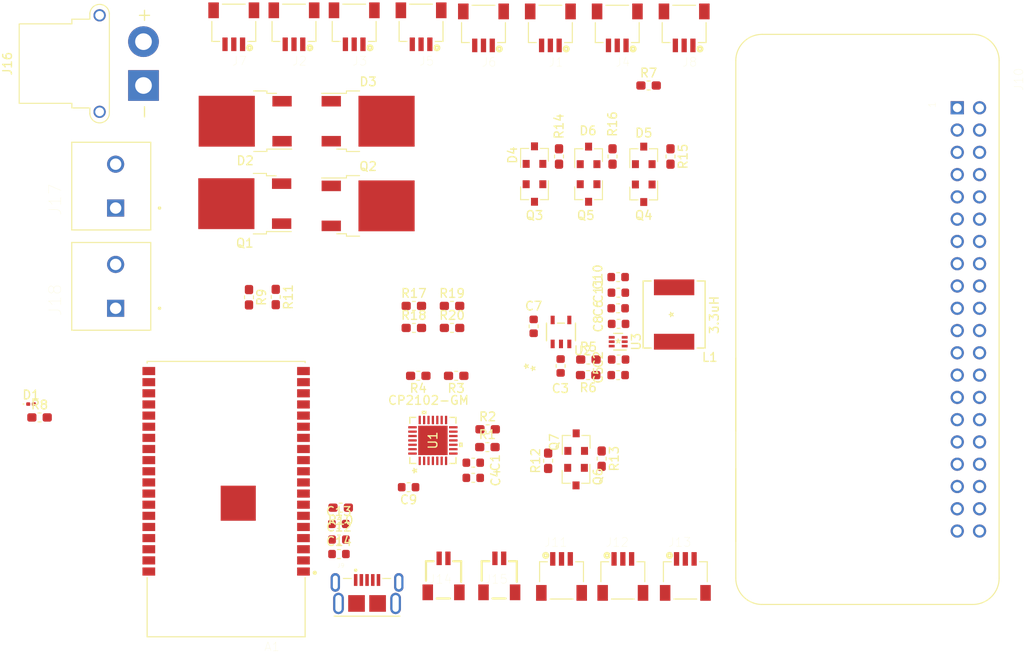
<source format=kicad_pcb>
(kicad_pcb (version 20171130) (host pcbnew "(5.1.6-0-10_14)")

  (general
    (thickness 1.6)
    (drawings 0)
    (tracks 0)
    (zones 0)
    (modules 70)
    (nets 125)
  )

  (page A4)
  (title_block
    (title "Pissbot Controller")
    (date 2020-11-17)
    (rev 1.0)
  )

  (layers
    (0 F.Cu signal)
    (1 In1.Cu power)
    (2 In2.Cu power)
    (31 B.Cu signal)
    (32 B.Adhes user)
    (33 F.Adhes user)
    (34 B.Paste user)
    (35 F.Paste user)
    (36 B.SilkS user)
    (37 F.SilkS user)
    (38 B.Mask user)
    (39 F.Mask user)
    (40 Dwgs.User user hide)
    (41 Cmts.User user)
    (42 Eco1.User user)
    (43 Eco2.User user)
    (44 Edge.Cuts user)
    (45 Margin user)
    (46 B.CrtYd user)
    (47 F.CrtYd user)
    (48 B.Fab user)
    (49 F.Fab user hide)
  )

  (setup
    (last_trace_width 0.25)
    (trace_clearance 0.2)
    (zone_clearance 0.508)
    (zone_45_only no)
    (trace_min 0.2)
    (via_size 0.8)
    (via_drill 0.4)
    (via_min_size 0.4)
    (via_min_drill 0.3)
    (uvia_size 0.3)
    (uvia_drill 0.1)
    (uvias_allowed no)
    (uvia_min_size 0.2)
    (uvia_min_drill 0.1)
    (edge_width 0.05)
    (segment_width 0.2)
    (pcb_text_width 0.3)
    (pcb_text_size 1.5 1.5)
    (mod_edge_width 0.12)
    (mod_text_size 0.8 0.8)
    (mod_text_width 0.15)
    (pad_size 1.524 1.524)
    (pad_drill 0.762)
    (pad_to_mask_clearance 0.05)
    (aux_axis_origin 0 0)
    (visible_elements FFFFFF7F)
    (pcbplotparams
      (layerselection 0x010fc_ffffffff)
      (usegerberextensions false)
      (usegerberattributes true)
      (usegerberadvancedattributes true)
      (creategerberjobfile true)
      (excludeedgelayer true)
      (linewidth 0.100000)
      (plotframeref false)
      (viasonmask false)
      (mode 1)
      (useauxorigin false)
      (hpglpennumber 1)
      (hpglpenspeed 20)
      (hpglpendiameter 15.000000)
      (psnegative false)
      (psa4output false)
      (plotreference true)
      (plotvalue true)
      (plotinvisibletext false)
      (padsonsilk false)
      (subtractmaskfromsilk false)
      (outputformat 1)
      (mirror false)
      (drillshape 1)
      (scaleselection 1)
      (outputdirectory ""))
  )

  (net 0 "")
  (net 1 "Net-(C1-Pad1)")
  (net 2 GND)
  (net 3 +12V)
  (net 4 +5V)
  (net 5 +3V3)
  (net 6 /5V_IN)
  (net 7 3.3V)
  (net 8 EN)
  (net 9 "Net-(D1-Pad2)")
  (net 10 P1_LOAD)
  (net 11 12V)
  (net 12 P2_LOAD)
  (net 13 "Net-(D4-Pad2)")
  (net 14 "Net-(D5-Pad2)")
  (net 15 "Net-(D6-Pad2)")
  (net 16 PROD-PUMP)
  (net 17 REFLUX-PUMP)
  (net 18 /PI_VBUS)
  (net 19 /ESP_VBUS)
  (net 20 "Net-(R1-Pad1)")
  (net 21 "Net-(R3-Pad1)")
  (net 22 "Net-(R4-Pad1)")
  (net 23 "Net-(R5-Pad2)")
  (net 24 1WIRE)
  (net 25 "Net-(Q6-Pad2)")
  (net 26 /DTR)
  (net 27 /RTS)
  (net 28 "Net-(Q7-Pad2)")
  (net 29 /DCD)
  (net 30 /RI)
  (net 31 /USB_D-)
  (net 32 /USB_D+)
  (net 33 "Net-(U1-Pad10)")
  (net 34 "Net-(U1-Pad12)")
  (net 35 "Net-(U1-Pad13)")
  (net 36 "Net-(U1-Pad14)")
  (net 37 "Net-(U1-Pad15)")
  (net 38 "Net-(U1-Pad16)")
  (net 39 "Net-(U1-Pad17)")
  (net 40 "Net-(U1-Pad18)")
  (net 41 "Net-(U1-Pad19)")
  (net 42 "Net-(U1-Pad20)")
  (net 43 "Net-(U1-Pad21)")
  (net 44 "Net-(U1-Pad22)")
  (net 45 /CTS)
  (net 46 /RXD)
  (net 47 /TXD)
  (net 48 /DSR)
  (net 49 "Net-(A1-Pad1)")
  (net 50 /PRODUCT_FLOW)
  (net 51 /REFLUX_FLOW)
  (net 52 "Net-(A1-Pad6)")
  (net 53 /UART1_RX)
  (net 54 /ELEMENT2)
  (net 55 /LED)
  (net 56 /UART1_TX)
  (net 57 /FAN)
  (net 58 /ELEMENT1)
  (net 59 /JTAG-MTMS)
  (net 60 /JTAG-MTDI)
  (net 61 /JTAG-MTCK)
  (net 62 "Net-(A1-Pad17)")
  (net 63 "Net-(A1-Pad18)")
  (net 64 "Net-(A1-Pad19)")
  (net 65 "Net-(A1-Pad20)")
  (net 66 "Net-(A1-Pad21)")
  (net 67 "Net-(A1-Pad22)")
  (net 68 /JTAG-MTDO)
  (net 69 /IO2)
  (net 70 /IO0)
  (net 71 /IO4)
  (net 72 /IO5)
  (net 73 "Net-(A1-Pad30)")
  (net 74 "Net-(A1-Pad31)")
  (net 75 /PROD_PUMP)
  (net 76 /REFLUX_PUMP)
  (net 77 "Net-(A1-Pad39)")
  (net 78 "Net-(C8-Pad2)")
  (net 79 "Net-(C8-Pad1)")
  (net 80 "Net-(J1-PadS1)")
  (net 81 "Net-(J2-PadS1)")
  (net 82 "Net-(J3-PadS1)")
  (net 83 "Net-(J4-PadS1)")
  (net 84 "Net-(J5-PadS1)")
  (net 85 "Net-(J6-PadS1)")
  (net 86 "Net-(J7-PadS1)")
  (net 87 "Net-(J8-PadS1)")
  (net 88 "Net-(J9-Pad4)")
  (net 89 "Net-(U2-Pad4)")
  (net 90 /RXD0)
  (net 91 /TXD0)
  (net 92 "Net-(J10-Pad1)")
  (net 93 "Net-(J10-Pad3)")
  (net 94 "Net-(J10-Pad5)")
  (net 95 "Net-(J10-Pad7)")
  (net 96 "Net-(J10-Pad11)")
  (net 97 "Net-(J10-Pad12)")
  (net 98 "Net-(J10-Pad13)")
  (net 99 "Net-(J10-Pad15)")
  (net 100 "Net-(J10-Pad16)")
  (net 101 "Net-(J10-Pad17)")
  (net 102 "Net-(J10-Pad18)")
  (net 103 "Net-(J10-Pad19)")
  (net 104 "Net-(J10-Pad21)")
  (net 105 "Net-(J10-Pad22)")
  (net 106 "Net-(J10-Pad23)")
  (net 107 "Net-(J10-Pad24)")
  (net 108 "Net-(J10-Pad26)")
  (net 109 "Net-(J10-Pad27)")
  (net 110 "Net-(J10-Pad28)")
  (net 111 "Net-(J10-Pad29)")
  (net 112 "Net-(J10-Pad31)")
  (net 113 "Net-(J10-Pad32)")
  (net 114 "Net-(J10-Pad33)")
  (net 115 "Net-(J10-Pad35)")
  (net 116 "Net-(J10-Pad36)")
  (net 117 "Net-(J10-Pad37)")
  (net 118 "Net-(J10-Pad38)")
  (net 119 "Net-(J10-Pad40)")
  (net 120 "Net-(J11-PadS1)")
  (net 121 "Net-(J12-PadS1)")
  (net 122 "Net-(J13-PadS1)")
  (net 123 /ELEMENT_2)
  (net 124 /ELEMEMENT_1)

  (net_class Default "This is the default net class."
    (clearance 0.2)
    (trace_width 0.25)
    (via_dia 0.8)
    (via_drill 0.4)
    (uvia_dia 0.3)
    (uvia_drill 0.1)
    (add_net +12V)
    (add_net +3V3)
    (add_net +5V)
    (add_net /5V_IN)
    (add_net /CTS)
    (add_net /DCD)
    (add_net /DSR)
    (add_net /DTR)
    (add_net /ELEMEMENT_1)
    (add_net /ELEMENT1)
    (add_net /ELEMENT2)
    (add_net /ELEMENT_2)
    (add_net /ESP_VBUS)
    (add_net /FAN)
    (add_net /IO0)
    (add_net /IO2)
    (add_net /IO4)
    (add_net /IO5)
    (add_net /JTAG-MTCK)
    (add_net /JTAG-MTDI)
    (add_net /JTAG-MTDO)
    (add_net /JTAG-MTMS)
    (add_net /LED)
    (add_net /PI_VBUS)
    (add_net /PRODUCT_FLOW)
    (add_net /PROD_PUMP)
    (add_net /REFLUX_FLOW)
    (add_net /REFLUX_PUMP)
    (add_net /RI)
    (add_net /RTS)
    (add_net /RXD)
    (add_net /RXD0)
    (add_net /TXD)
    (add_net /TXD0)
    (add_net /UART1_RX)
    (add_net /UART1_TX)
    (add_net /USB_D+)
    (add_net /USB_D-)
    (add_net 12V)
    (add_net 1WIRE)
    (add_net 3.3V)
    (add_net EN)
    (add_net GND)
    (add_net "Net-(A1-Pad1)")
    (add_net "Net-(A1-Pad17)")
    (add_net "Net-(A1-Pad18)")
    (add_net "Net-(A1-Pad19)")
    (add_net "Net-(A1-Pad20)")
    (add_net "Net-(A1-Pad21)")
    (add_net "Net-(A1-Pad22)")
    (add_net "Net-(A1-Pad30)")
    (add_net "Net-(A1-Pad31)")
    (add_net "Net-(A1-Pad39)")
    (add_net "Net-(A1-Pad6)")
    (add_net "Net-(C1-Pad1)")
    (add_net "Net-(C8-Pad1)")
    (add_net "Net-(C8-Pad2)")
    (add_net "Net-(D1-Pad2)")
    (add_net "Net-(D4-Pad2)")
    (add_net "Net-(D5-Pad2)")
    (add_net "Net-(D6-Pad2)")
    (add_net "Net-(J1-PadS1)")
    (add_net "Net-(J10-Pad1)")
    (add_net "Net-(J10-Pad11)")
    (add_net "Net-(J10-Pad12)")
    (add_net "Net-(J10-Pad13)")
    (add_net "Net-(J10-Pad15)")
    (add_net "Net-(J10-Pad16)")
    (add_net "Net-(J10-Pad17)")
    (add_net "Net-(J10-Pad18)")
    (add_net "Net-(J10-Pad19)")
    (add_net "Net-(J10-Pad21)")
    (add_net "Net-(J10-Pad22)")
    (add_net "Net-(J10-Pad23)")
    (add_net "Net-(J10-Pad24)")
    (add_net "Net-(J10-Pad26)")
    (add_net "Net-(J10-Pad27)")
    (add_net "Net-(J10-Pad28)")
    (add_net "Net-(J10-Pad29)")
    (add_net "Net-(J10-Pad3)")
    (add_net "Net-(J10-Pad31)")
    (add_net "Net-(J10-Pad32)")
    (add_net "Net-(J10-Pad33)")
    (add_net "Net-(J10-Pad35)")
    (add_net "Net-(J10-Pad36)")
    (add_net "Net-(J10-Pad37)")
    (add_net "Net-(J10-Pad38)")
    (add_net "Net-(J10-Pad40)")
    (add_net "Net-(J10-Pad5)")
    (add_net "Net-(J10-Pad7)")
    (add_net "Net-(J11-PadS1)")
    (add_net "Net-(J12-PadS1)")
    (add_net "Net-(J13-PadS1)")
    (add_net "Net-(J2-PadS1)")
    (add_net "Net-(J3-PadS1)")
    (add_net "Net-(J4-PadS1)")
    (add_net "Net-(J5-PadS1)")
    (add_net "Net-(J6-PadS1)")
    (add_net "Net-(J7-PadS1)")
    (add_net "Net-(J8-PadS1)")
    (add_net "Net-(J9-Pad4)")
    (add_net "Net-(Q6-Pad2)")
    (add_net "Net-(Q7-Pad2)")
    (add_net "Net-(R1-Pad1)")
    (add_net "Net-(R3-Pad1)")
    (add_net "Net-(R4-Pad1)")
    (add_net "Net-(R5-Pad2)")
    (add_net "Net-(U1-Pad10)")
    (add_net "Net-(U1-Pad12)")
    (add_net "Net-(U1-Pad13)")
    (add_net "Net-(U1-Pad14)")
    (add_net "Net-(U1-Pad15)")
    (add_net "Net-(U1-Pad16)")
    (add_net "Net-(U1-Pad17)")
    (add_net "Net-(U1-Pad18)")
    (add_net "Net-(U1-Pad19)")
    (add_net "Net-(U1-Pad20)")
    (add_net "Net-(U1-Pad21)")
    (add_net "Net-(U1-Pad22)")
    (add_net "Net-(U2-Pad4)")
    (add_net P1_LOAD)
    (add_net P2_LOAD)
    (add_net PROD-PUMP)
    (add_net REFLUX-PUMP)
  )

  (module Capacitor_SMD:C_0603_1608Metric (layer F.Cu) (tedit 5B301BBE) (tstamp 5FB24205)
    (at 165.8385 123.016)
    (descr "Capacitor SMD 0603 (1608 Metric), square (rectangular) end terminal, IPC_7351 nominal, (Body size source: http://www.tortai-tech.com/upload/download/2011102023233369053.pdf), generated with kicad-footprint-generator")
    (tags capacitor)
    (path /5F713BC5)
    (attr smd)
    (fp_text reference C1 (at 2.5145 0 270) (layer F.SilkS)
      (effects (font (size 1 1) (thickness 0.15)))
    )
    (fp_text value 4.7uF (at -4.3435 3.302) (layer F.Fab)
      (effects (font (size 1 1) (thickness 0.15)))
    )
    (fp_line (start 1.48 0.73) (end -1.48 0.73) (layer F.CrtYd) (width 0.05))
    (fp_line (start 1.48 -0.73) (end 1.48 0.73) (layer F.CrtYd) (width 0.05))
    (fp_line (start -1.48 -0.73) (end 1.48 -0.73) (layer F.CrtYd) (width 0.05))
    (fp_line (start -1.48 0.73) (end -1.48 -0.73) (layer F.CrtYd) (width 0.05))
    (fp_line (start -0.162779 0.51) (end 0.162779 0.51) (layer F.SilkS) (width 0.12))
    (fp_line (start -0.162779 -0.51) (end 0.162779 -0.51) (layer F.SilkS) (width 0.12))
    (fp_line (start 0.8 0.4) (end -0.8 0.4) (layer F.Fab) (width 0.1))
    (fp_line (start 0.8 -0.4) (end 0.8 0.4) (layer F.Fab) (width 0.1))
    (fp_line (start -0.8 -0.4) (end 0.8 -0.4) (layer F.Fab) (width 0.1))
    (fp_line (start -0.8 0.4) (end -0.8 -0.4) (layer F.Fab) (width 0.1))
    (fp_text user %R (at 0 0) (layer F.Fab)
      (effects (font (size 0.4 0.4) (thickness 0.06)))
    )
    (pad 1 smd roundrect (at -0.7875 0) (size 0.875 0.95) (layers F.Cu F.Paste F.Mask) (roundrect_rratio 0.25)
      (net 1 "Net-(C1-Pad1)"))
    (pad 2 smd roundrect (at 0.7875 0) (size 0.875 0.95) (layers F.Cu F.Paste F.Mask) (roundrect_rratio 0.25)
      (net 2 GND))
    (model ${KISYS3DMOD}/Capacitor_SMD.3dshapes/C_0603_1608Metric.wrl
      (at (xyz 0 0 0))
      (scale (xyz 1 1 1))
      (rotate (xyz 0 0 0))
    )
  )

  (module Capacitor_SMD:C_0603_1608Metric (layer F.Cu) (tedit 5B301BBE) (tstamp 5FB24216)
    (at 182.3975 111.252 180)
    (descr "Capacitor SMD 0603 (1608 Metric), square (rectangular) end terminal, IPC_7351 nominal, (Body size source: http://www.tortai-tech.com/upload/download/2011102023233369053.pdf), generated with kicad-footprint-generator")
    (tags capacitor)
    (path /5F8B0C62)
    (attr smd)
    (fp_text reference C2 (at 2.3115 0 90) (layer F.SilkS)
      (effects (font (size 1 1) (thickness 0.15)))
    )
    (fp_text value 10uF (at 0 1.43) (layer F.Fab)
      (effects (font (size 1 1) (thickness 0.15)))
    )
    (fp_text user %R (at 0 0) (layer F.Fab)
      (effects (font (size 0.4 0.4) (thickness 0.06)))
    )
    (fp_line (start -0.8 0.4) (end -0.8 -0.4) (layer F.Fab) (width 0.1))
    (fp_line (start -0.8 -0.4) (end 0.8 -0.4) (layer F.Fab) (width 0.1))
    (fp_line (start 0.8 -0.4) (end 0.8 0.4) (layer F.Fab) (width 0.1))
    (fp_line (start 0.8 0.4) (end -0.8 0.4) (layer F.Fab) (width 0.1))
    (fp_line (start -0.162779 -0.51) (end 0.162779 -0.51) (layer F.SilkS) (width 0.12))
    (fp_line (start -0.162779 0.51) (end 0.162779 0.51) (layer F.SilkS) (width 0.12))
    (fp_line (start -1.48 0.73) (end -1.48 -0.73) (layer F.CrtYd) (width 0.05))
    (fp_line (start -1.48 -0.73) (end 1.48 -0.73) (layer F.CrtYd) (width 0.05))
    (fp_line (start 1.48 -0.73) (end 1.48 0.73) (layer F.CrtYd) (width 0.05))
    (fp_line (start 1.48 0.73) (end -1.48 0.73) (layer F.CrtYd) (width 0.05))
    (pad 2 smd roundrect (at 0.7875 0 180) (size 0.875 0.95) (layers F.Cu F.Paste F.Mask) (roundrect_rratio 0.25)
      (net 2 GND))
    (pad 1 smd roundrect (at -0.7875 0 180) (size 0.875 0.95) (layers F.Cu F.Paste F.Mask) (roundrect_rratio 0.25)
      (net 3 +12V))
    (model ${KISYS3DMOD}/Capacitor_SMD.3dshapes/C_0603_1608Metric.wrl
      (at (xyz 0 0 0))
      (scale (xyz 1 1 1))
      (rotate (xyz 0 0 0))
    )
  )

  (module Capacitor_SMD:C_0603_1608Metric (layer F.Cu) (tedit 5B301BBE) (tstamp 5FB24227)
    (at 175.7935 111.9885 270)
    (descr "Capacitor SMD 0603 (1608 Metric), square (rectangular) end terminal, IPC_7351 nominal, (Body size source: http://www.tortai-tech.com/upload/download/2011102023233369053.pdf), generated with kicad-footprint-generator")
    (tags capacitor)
    (path /5F8D52A1)
    (attr smd)
    (fp_text reference C3 (at 2.5655 0.0255 180) (layer F.SilkS)
      (effects (font (size 1 1) (thickness 0.15)))
    )
    (fp_text value 1uF (at 0 1.43 90) (layer F.Fab)
      (effects (font (size 1 1) (thickness 0.15)))
    )
    (fp_text user %R (at 0 0 90) (layer F.Fab)
      (effects (font (size 0.4 0.4) (thickness 0.06)))
    )
    (fp_line (start -0.8 0.4) (end -0.8 -0.4) (layer F.Fab) (width 0.1))
    (fp_line (start -0.8 -0.4) (end 0.8 -0.4) (layer F.Fab) (width 0.1))
    (fp_line (start 0.8 -0.4) (end 0.8 0.4) (layer F.Fab) (width 0.1))
    (fp_line (start 0.8 0.4) (end -0.8 0.4) (layer F.Fab) (width 0.1))
    (fp_line (start -0.162779 -0.51) (end 0.162779 -0.51) (layer F.SilkS) (width 0.12))
    (fp_line (start -0.162779 0.51) (end 0.162779 0.51) (layer F.SilkS) (width 0.12))
    (fp_line (start -1.48 0.73) (end -1.48 -0.73) (layer F.CrtYd) (width 0.05))
    (fp_line (start -1.48 -0.73) (end 1.48 -0.73) (layer F.CrtYd) (width 0.05))
    (fp_line (start 1.48 -0.73) (end 1.48 0.73) (layer F.CrtYd) (width 0.05))
    (fp_line (start 1.48 0.73) (end -1.48 0.73) (layer F.CrtYd) (width 0.05))
    (pad 2 smd roundrect (at 0.7875 0 270) (size 0.875 0.95) (layers F.Cu F.Paste F.Mask) (roundrect_rratio 0.25)
      (net 2 GND))
    (pad 1 smd roundrect (at -0.7875 0 270) (size 0.875 0.95) (layers F.Cu F.Paste F.Mask) (roundrect_rratio 0.25)
      (net 4 +5V))
    (model ${KISYS3DMOD}/Capacitor_SMD.3dshapes/C_0603_1608Metric.wrl
      (at (xyz 0 0 0))
      (scale (xyz 1 1 1))
      (rotate (xyz 0 0 0))
    )
  )

  (module Capacitor_SMD:C_0603_1608Metric (layer F.Cu) (tedit 5B301BBE) (tstamp 5FB24238)
    (at 165.8385 124.743)
    (descr "Capacitor SMD 0603 (1608 Metric), square (rectangular) end terminal, IPC_7351 nominal, (Body size source: http://www.tortai-tech.com/upload/download/2011102023233369053.pdf), generated with kicad-footprint-generator")
    (tags capacitor)
    (path /5F714226)
    (attr smd)
    (fp_text reference C4 (at 2.5655 0 270) (layer F.SilkS)
      (effects (font (size 1 1) (thickness 0.15)))
    )
    (fp_text value 0.1uF (at 0.2795 1.778 180) (layer F.Fab)
      (effects (font (size 1 1) (thickness 0.15)))
    )
    (fp_line (start 1.48 0.73) (end -1.48 0.73) (layer F.CrtYd) (width 0.05))
    (fp_line (start 1.48 -0.73) (end 1.48 0.73) (layer F.CrtYd) (width 0.05))
    (fp_line (start -1.48 -0.73) (end 1.48 -0.73) (layer F.CrtYd) (width 0.05))
    (fp_line (start -1.48 0.73) (end -1.48 -0.73) (layer F.CrtYd) (width 0.05))
    (fp_line (start -0.162779 0.51) (end 0.162779 0.51) (layer F.SilkS) (width 0.12))
    (fp_line (start -0.162779 -0.51) (end 0.162779 -0.51) (layer F.SilkS) (width 0.12))
    (fp_line (start 0.8 0.4) (end -0.8 0.4) (layer F.Fab) (width 0.1))
    (fp_line (start 0.8 -0.4) (end 0.8 0.4) (layer F.Fab) (width 0.1))
    (fp_line (start -0.8 -0.4) (end 0.8 -0.4) (layer F.Fab) (width 0.1))
    (fp_line (start -0.8 0.4) (end -0.8 -0.4) (layer F.Fab) (width 0.1))
    (fp_text user %R (at 0 0) (layer F.Fab)
      (effects (font (size 0.4 0.4) (thickness 0.06)))
    )
    (pad 1 smd roundrect (at -0.7875 0) (size 0.875 0.95) (layers F.Cu F.Paste F.Mask) (roundrect_rratio 0.25)
      (net 1 "Net-(C1-Pad1)"))
    (pad 2 smd roundrect (at 0.7875 0) (size 0.875 0.95) (layers F.Cu F.Paste F.Mask) (roundrect_rratio 0.25)
      (net 2 GND))
    (model ${KISYS3DMOD}/Capacitor_SMD.3dshapes/C_0603_1608Metric.wrl
      (at (xyz 0 0 0))
      (scale (xyz 1 1 1))
      (rotate (xyz 0 0 0))
    )
  )

  (module Capacitor_SMD:C_0603_1608Metric (layer F.Cu) (tedit 5B301BBE) (tstamp 5FB24249)
    (at 182.3465 113.03)
    (descr "Capacitor SMD 0603 (1608 Metric), square (rectangular) end terminal, IPC_7351 nominal, (Body size source: http://www.tortai-tech.com/upload/download/2011102023233369053.pdf), generated with kicad-footprint-generator")
    (tags capacitor)
    (path /5F8B0E45)
    (attr smd)
    (fp_text reference C5 (at -2.2605 0 90) (layer F.SilkS)
      (effects (font (size 1 1) (thickness 0.15)))
    )
    (fp_text value 10uF (at 0 1.43) (layer F.Fab)
      (effects (font (size 1 1) (thickness 0.15)))
    )
    (fp_line (start 1.48 0.73) (end -1.48 0.73) (layer F.CrtYd) (width 0.05))
    (fp_line (start 1.48 -0.73) (end 1.48 0.73) (layer F.CrtYd) (width 0.05))
    (fp_line (start -1.48 -0.73) (end 1.48 -0.73) (layer F.CrtYd) (width 0.05))
    (fp_line (start -1.48 0.73) (end -1.48 -0.73) (layer F.CrtYd) (width 0.05))
    (fp_line (start -0.162779 0.51) (end 0.162779 0.51) (layer F.SilkS) (width 0.12))
    (fp_line (start -0.162779 -0.51) (end 0.162779 -0.51) (layer F.SilkS) (width 0.12))
    (fp_line (start 0.8 0.4) (end -0.8 0.4) (layer F.Fab) (width 0.1))
    (fp_line (start 0.8 -0.4) (end 0.8 0.4) (layer F.Fab) (width 0.1))
    (fp_line (start -0.8 -0.4) (end 0.8 -0.4) (layer F.Fab) (width 0.1))
    (fp_line (start -0.8 0.4) (end -0.8 -0.4) (layer F.Fab) (width 0.1))
    (fp_text user %R (at 0 0) (layer F.Fab)
      (effects (font (size 0.4 0.4) (thickness 0.06)))
    )
    (pad 1 smd roundrect (at -0.7875 0) (size 0.875 0.95) (layers F.Cu F.Paste F.Mask) (roundrect_rratio 0.25)
      (net 3 +12V))
    (pad 2 smd roundrect (at 0.7875 0) (size 0.875 0.95) (layers F.Cu F.Paste F.Mask) (roundrect_rratio 0.25)
      (net 2 GND))
    (model ${KISYS3DMOD}/Capacitor_SMD.3dshapes/C_0603_1608Metric.wrl
      (at (xyz 0 0 0))
      (scale (xyz 1 1 1))
      (rotate (xyz 0 0 0))
    )
  )

  (module Capacitor_SMD:C_0603_1608Metric (layer F.Cu) (tedit 5B301BBE) (tstamp 5FB2425A)
    (at 182.3465 105.41)
    (descr "Capacitor SMD 0603 (1608 Metric), square (rectangular) end terminal, IPC_7351 nominal, (Body size source: http://www.tortai-tech.com/upload/download/2011102023233369053.pdf), generated with kicad-footprint-generator")
    (tags capacitor)
    (path /5F8B11B5)
    (attr smd)
    (fp_text reference C6 (at -2.2605 0 90) (layer F.SilkS)
      (effects (font (size 1 1) (thickness 0.15)))
    )
    (fp_text value 10uF (at 0 1.43) (layer F.Fab)
      (effects (font (size 1 1) (thickness 0.15)))
    )
    (fp_line (start 1.48 0.73) (end -1.48 0.73) (layer F.CrtYd) (width 0.05))
    (fp_line (start 1.48 -0.73) (end 1.48 0.73) (layer F.CrtYd) (width 0.05))
    (fp_line (start -1.48 -0.73) (end 1.48 -0.73) (layer F.CrtYd) (width 0.05))
    (fp_line (start -1.48 0.73) (end -1.48 -0.73) (layer F.CrtYd) (width 0.05))
    (fp_line (start -0.162779 0.51) (end 0.162779 0.51) (layer F.SilkS) (width 0.12))
    (fp_line (start -0.162779 -0.51) (end 0.162779 -0.51) (layer F.SilkS) (width 0.12))
    (fp_line (start 0.8 0.4) (end -0.8 0.4) (layer F.Fab) (width 0.1))
    (fp_line (start 0.8 -0.4) (end 0.8 0.4) (layer F.Fab) (width 0.1))
    (fp_line (start -0.8 -0.4) (end 0.8 -0.4) (layer F.Fab) (width 0.1))
    (fp_line (start -0.8 0.4) (end -0.8 -0.4) (layer F.Fab) (width 0.1))
    (fp_text user %R (at 0 0) (layer F.Fab)
      (effects (font (size 0.4 0.4) (thickness 0.06)))
    )
    (pad 1 smd roundrect (at -0.7875 0) (size 0.875 0.95) (layers F.Cu F.Paste F.Mask) (roundrect_rratio 0.25)
      (net 3 +12V))
    (pad 2 smd roundrect (at 0.7875 0) (size 0.875 0.95) (layers F.Cu F.Paste F.Mask) (roundrect_rratio 0.25)
      (net 2 GND))
    (model ${KISYS3DMOD}/Capacitor_SMD.3dshapes/C_0603_1608Metric.wrl
      (at (xyz 0 0 0))
      (scale (xyz 1 1 1))
      (rotate (xyz 0 0 0))
    )
  )

  (module Capacitor_SMD:C_0603_1608Metric (layer F.Cu) (tedit 5B301BBE) (tstamp 5FB2426B)
    (at 172.72 107.4675 270)
    (descr "Capacitor SMD 0603 (1608 Metric), square (rectangular) end terminal, IPC_7351 nominal, (Body size source: http://www.tortai-tech.com/upload/download/2011102023233369053.pdf), generated with kicad-footprint-generator")
    (tags capacitor)
    (path /5F8D4F4E)
    (attr smd)
    (fp_text reference C7 (at -2.3115 0 180) (layer F.SilkS)
      (effects (font (size 1 1) (thickness 0.15)))
    )
    (fp_text value 1uF (at 0 1.43 90) (layer F.Fab)
      (effects (font (size 1 1) (thickness 0.15)))
    )
    (fp_text user %R (at 0 0 90) (layer F.Fab)
      (effects (font (size 0.4 0.4) (thickness 0.06)))
    )
    (fp_line (start -0.8 0.4) (end -0.8 -0.4) (layer F.Fab) (width 0.1))
    (fp_line (start -0.8 -0.4) (end 0.8 -0.4) (layer F.Fab) (width 0.1))
    (fp_line (start 0.8 -0.4) (end 0.8 0.4) (layer F.Fab) (width 0.1))
    (fp_line (start 0.8 0.4) (end -0.8 0.4) (layer F.Fab) (width 0.1))
    (fp_line (start -0.162779 -0.51) (end 0.162779 -0.51) (layer F.SilkS) (width 0.12))
    (fp_line (start -0.162779 0.51) (end 0.162779 0.51) (layer F.SilkS) (width 0.12))
    (fp_line (start -1.48 0.73) (end -1.48 -0.73) (layer F.CrtYd) (width 0.05))
    (fp_line (start -1.48 -0.73) (end 1.48 -0.73) (layer F.CrtYd) (width 0.05))
    (fp_line (start 1.48 -0.73) (end 1.48 0.73) (layer F.CrtYd) (width 0.05))
    (fp_line (start 1.48 0.73) (end -1.48 0.73) (layer F.CrtYd) (width 0.05))
    (pad 2 smd roundrect (at 0.7875 0 270) (size 0.875 0.95) (layers F.Cu F.Paste F.Mask) (roundrect_rratio 0.25)
      (net 2 GND))
    (pad 1 smd roundrect (at -0.7875 0 270) (size 0.875 0.95) (layers F.Cu F.Paste F.Mask) (roundrect_rratio 0.25)
      (net 5 +3V3))
    (model ${KISYS3DMOD}/Capacitor_SMD.3dshapes/C_0603_1608Metric.wrl
      (at (xyz 0 0 0))
      (scale (xyz 1 1 1))
      (rotate (xyz 0 0 0))
    )
  )

  (module Capacitor_SMD:C_0603_1608Metric (layer F.Cu) (tedit 5B301BBE) (tstamp 5FB2427C)
    (at 182.3975 107.188)
    (descr "Capacitor SMD 0603 (1608 Metric), square (rectangular) end terminal, IPC_7351 nominal, (Body size source: http://www.tortai-tech.com/upload/download/2011102023233369053.pdf), generated with kicad-footprint-generator")
    (tags capacitor)
    (path /5F6B5166)
    (attr smd)
    (fp_text reference C8 (at -2.3115 0 90) (layer F.SilkS)
      (effects (font (size 1 1) (thickness 0.15)))
    )
    (fp_text value 0.1uF (at 0 1.43) (layer F.Fab)
      (effects (font (size 1 1) (thickness 0.15)))
    )
    (fp_text user %R (at 0 0) (layer F.Fab)
      (effects (font (size 0.4 0.4) (thickness 0.06)))
    )
    (fp_line (start -0.8 0.4) (end -0.8 -0.4) (layer F.Fab) (width 0.1))
    (fp_line (start -0.8 -0.4) (end 0.8 -0.4) (layer F.Fab) (width 0.1))
    (fp_line (start 0.8 -0.4) (end 0.8 0.4) (layer F.Fab) (width 0.1))
    (fp_line (start 0.8 0.4) (end -0.8 0.4) (layer F.Fab) (width 0.1))
    (fp_line (start -0.162779 -0.51) (end 0.162779 -0.51) (layer F.SilkS) (width 0.12))
    (fp_line (start -0.162779 0.51) (end 0.162779 0.51) (layer F.SilkS) (width 0.12))
    (fp_line (start -1.48 0.73) (end -1.48 -0.73) (layer F.CrtYd) (width 0.05))
    (fp_line (start -1.48 -0.73) (end 1.48 -0.73) (layer F.CrtYd) (width 0.05))
    (fp_line (start 1.48 -0.73) (end 1.48 0.73) (layer F.CrtYd) (width 0.05))
    (fp_line (start 1.48 0.73) (end -1.48 0.73) (layer F.CrtYd) (width 0.05))
    (pad 2 smd roundrect (at 0.7875 0) (size 0.875 0.95) (layers F.Cu F.Paste F.Mask) (roundrect_rratio 0.25)
      (net 78 "Net-(C8-Pad2)"))
    (pad 1 smd roundrect (at -0.7875 0) (size 0.875 0.95) (layers F.Cu F.Paste F.Mask) (roundrect_rratio 0.25)
      (net 79 "Net-(C8-Pad1)"))
    (model ${KISYS3DMOD}/Capacitor_SMD.3dshapes/C_0603_1608Metric.wrl
      (at (xyz 0 0 0))
      (scale (xyz 1 1 1))
      (rotate (xyz 0 0 0))
    )
  )

  (module Capacitor_SMD:C_0603_1608Metric (layer F.Cu) (tedit 5B301BBE) (tstamp 5FB2428D)
    (at 158.4725 125.81 180)
    (descr "Capacitor SMD 0603 (1608 Metric), square (rectangular) end terminal, IPC_7351 nominal, (Body size source: http://www.tortai-tech.com/upload/download/2011102023233369053.pdf), generated with kicad-footprint-generator")
    (tags capacitor)
    (path /5F86FAB7)
    (attr smd)
    (fp_text reference C9 (at 0 -1.43) (layer F.SilkS)
      (effects (font (size 1 1) (thickness 0.15)))
    )
    (fp_text value 22uF (at 0 1.43) (layer F.Fab)
      (effects (font (size 1 1) (thickness 0.15)))
    )
    (fp_line (start 1.48 0.73) (end -1.48 0.73) (layer F.CrtYd) (width 0.05))
    (fp_line (start 1.48 -0.73) (end 1.48 0.73) (layer F.CrtYd) (width 0.05))
    (fp_line (start -1.48 -0.73) (end 1.48 -0.73) (layer F.CrtYd) (width 0.05))
    (fp_line (start -1.48 0.73) (end -1.48 -0.73) (layer F.CrtYd) (width 0.05))
    (fp_line (start -0.162779 0.51) (end 0.162779 0.51) (layer F.SilkS) (width 0.12))
    (fp_line (start -0.162779 -0.51) (end 0.162779 -0.51) (layer F.SilkS) (width 0.12))
    (fp_line (start 0.8 0.4) (end -0.8 0.4) (layer F.Fab) (width 0.1))
    (fp_line (start 0.8 -0.4) (end 0.8 0.4) (layer F.Fab) (width 0.1))
    (fp_line (start -0.8 -0.4) (end 0.8 -0.4) (layer F.Fab) (width 0.1))
    (fp_line (start -0.8 0.4) (end -0.8 -0.4) (layer F.Fab) (width 0.1))
    (fp_text user %R (at 0 0) (layer F.Fab)
      (effects (font (size 0.4 0.4) (thickness 0.06)))
    )
    (pad 1 smd roundrect (at -0.7875 0 180) (size 0.875 0.95) (layers F.Cu F.Paste F.Mask) (roundrect_rratio 0.25)
      (net 6 /5V_IN))
    (pad 2 smd roundrect (at 0.7875 0 180) (size 0.875 0.95) (layers F.Cu F.Paste F.Mask) (roundrect_rratio 0.25)
      (net 2 GND))
    (model ${KISYS3DMOD}/Capacitor_SMD.3dshapes/C_0603_1608Metric.wrl
      (at (xyz 0 0 0))
      (scale (xyz 1 1 1))
      (rotate (xyz 0 0 0))
    )
  )

  (module Capacitor_SMD:C_0603_1608Metric (layer F.Cu) (tedit 5B301BBE) (tstamp 5FB2429E)
    (at 182.3465 101.854 180)
    (descr "Capacitor SMD 0603 (1608 Metric), square (rectangular) end terminal, IPC_7351 nominal, (Body size source: http://www.tortai-tech.com/upload/download/2011102023233369053.pdf), generated with kicad-footprint-generator")
    (tags capacitor)
    (path /5F86FE61)
    (attr smd)
    (fp_text reference C10 (at 2.3115 0 90) (layer F.SilkS)
      (effects (font (size 1 1) (thickness 0.15)))
    )
    (fp_text value 22uF (at 0 1.43) (layer F.Fab)
      (effects (font (size 1 1) (thickness 0.15)))
    )
    (fp_text user %R (at 0 0) (layer F.Fab)
      (effects (font (size 0.4 0.4) (thickness 0.06)))
    )
    (fp_line (start -0.8 0.4) (end -0.8 -0.4) (layer F.Fab) (width 0.1))
    (fp_line (start -0.8 -0.4) (end 0.8 -0.4) (layer F.Fab) (width 0.1))
    (fp_line (start 0.8 -0.4) (end 0.8 0.4) (layer F.Fab) (width 0.1))
    (fp_line (start 0.8 0.4) (end -0.8 0.4) (layer F.Fab) (width 0.1))
    (fp_line (start -0.162779 -0.51) (end 0.162779 -0.51) (layer F.SilkS) (width 0.12))
    (fp_line (start -0.162779 0.51) (end 0.162779 0.51) (layer F.SilkS) (width 0.12))
    (fp_line (start -1.48 0.73) (end -1.48 -0.73) (layer F.CrtYd) (width 0.05))
    (fp_line (start -1.48 -0.73) (end 1.48 -0.73) (layer F.CrtYd) (width 0.05))
    (fp_line (start 1.48 -0.73) (end 1.48 0.73) (layer F.CrtYd) (width 0.05))
    (fp_line (start 1.48 0.73) (end -1.48 0.73) (layer F.CrtYd) (width 0.05))
    (pad 2 smd roundrect (at 0.7875 0 180) (size 0.875 0.95) (layers F.Cu F.Paste F.Mask) (roundrect_rratio 0.25)
      (net 2 GND))
    (pad 1 smd roundrect (at -0.7875 0 180) (size 0.875 0.95) (layers F.Cu F.Paste F.Mask) (roundrect_rratio 0.25)
      (net 6 /5V_IN))
    (model ${KISYS3DMOD}/Capacitor_SMD.3dshapes/C_0603_1608Metric.wrl
      (at (xyz 0 0 0))
      (scale (xyz 1 1 1))
      (rotate (xyz 0 0 0))
    )
  )

  (module Capacitor_SMD:C_0603_1608Metric (layer F.Cu) (tedit 5B301BBE) (tstamp 5FB242AF)
    (at 182.372 103.632 180)
    (descr "Capacitor SMD 0603 (1608 Metric), square (rectangular) end terminal, IPC_7351 nominal, (Body size source: http://www.tortai-tech.com/upload/download/2011102023233369053.pdf), generated with kicad-footprint-generator")
    (tags capacitor)
    (path /5F8701D1)
    (attr smd)
    (fp_text reference C11 (at 2.286 0.254 90) (layer F.SilkS)
      (effects (font (size 1 1) (thickness 0.15)))
    )
    (fp_text value 0.1uF (at 0 1.43) (layer F.Fab)
      (effects (font (size 1 1) (thickness 0.15)))
    )
    (fp_line (start 1.48 0.73) (end -1.48 0.73) (layer F.CrtYd) (width 0.05))
    (fp_line (start 1.48 -0.73) (end 1.48 0.73) (layer F.CrtYd) (width 0.05))
    (fp_line (start -1.48 -0.73) (end 1.48 -0.73) (layer F.CrtYd) (width 0.05))
    (fp_line (start -1.48 0.73) (end -1.48 -0.73) (layer F.CrtYd) (width 0.05))
    (fp_line (start -0.162779 0.51) (end 0.162779 0.51) (layer F.SilkS) (width 0.12))
    (fp_line (start -0.162779 -0.51) (end 0.162779 -0.51) (layer F.SilkS) (width 0.12))
    (fp_line (start 0.8 0.4) (end -0.8 0.4) (layer F.Fab) (width 0.1))
    (fp_line (start 0.8 -0.4) (end 0.8 0.4) (layer F.Fab) (width 0.1))
    (fp_line (start -0.8 -0.4) (end 0.8 -0.4) (layer F.Fab) (width 0.1))
    (fp_line (start -0.8 0.4) (end -0.8 -0.4) (layer F.Fab) (width 0.1))
    (fp_text user %R (at 0 0) (layer F.Fab)
      (effects (font (size 0.4 0.4) (thickness 0.06)))
    )
    (pad 1 smd roundrect (at -0.7875 0 180) (size 0.875 0.95) (layers F.Cu F.Paste F.Mask) (roundrect_rratio 0.25)
      (net 6 /5V_IN))
    (pad 2 smd roundrect (at 0.7875 0 180) (size 0.875 0.95) (layers F.Cu F.Paste F.Mask) (roundrect_rratio 0.25)
      (net 2 GND))
    (model ${KISYS3DMOD}/Capacitor_SMD.3dshapes/C_0603_1608Metric.wrl
      (at (xyz 0 0 0))
      (scale (xyz 1 1 1))
      (rotate (xyz 0 0 0))
    )
  )

  (module Capacitor_SMD:C_0603_1608Metric (layer F.Cu) (tedit 5B301BBE) (tstamp 5FB242D1)
    (at 150.5385 131.778)
    (descr "Capacitor SMD 0603 (1608 Metric), square (rectangular) end terminal, IPC_7351 nominal, (Body size source: http://www.tortai-tech.com/upload/download/2011102023233369053.pdf), generated with kicad-footprint-generator")
    (tags capacitor)
    (path /5FB2F130)
    (attr smd)
    (fp_text reference C12 (at 0 -1.43) (layer F.SilkS)
      (effects (font (size 1 1) (thickness 0.15)))
    )
    (fp_text value 22uF (at 0 1.43) (layer F.Fab)
      (effects (font (size 1 1) (thickness 0.15)))
    )
    (fp_text user %R (at 0 0) (layer F.Fab)
      (effects (font (size 0.4 0.4) (thickness 0.06)))
    )
    (fp_line (start -0.8 0.4) (end -0.8 -0.4) (layer F.Fab) (width 0.1))
    (fp_line (start -0.8 -0.4) (end 0.8 -0.4) (layer F.Fab) (width 0.1))
    (fp_line (start 0.8 -0.4) (end 0.8 0.4) (layer F.Fab) (width 0.1))
    (fp_line (start 0.8 0.4) (end -0.8 0.4) (layer F.Fab) (width 0.1))
    (fp_line (start -0.162779 -0.51) (end 0.162779 -0.51) (layer F.SilkS) (width 0.12))
    (fp_line (start -0.162779 0.51) (end 0.162779 0.51) (layer F.SilkS) (width 0.12))
    (fp_line (start -1.48 0.73) (end -1.48 -0.73) (layer F.CrtYd) (width 0.05))
    (fp_line (start -1.48 -0.73) (end 1.48 -0.73) (layer F.CrtYd) (width 0.05))
    (fp_line (start 1.48 -0.73) (end 1.48 0.73) (layer F.CrtYd) (width 0.05))
    (fp_line (start 1.48 0.73) (end -1.48 0.73) (layer F.CrtYd) (width 0.05))
    (pad 2 smd roundrect (at 0.7875 0) (size 0.875 0.95) (layers F.Cu F.Paste F.Mask) (roundrect_rratio 0.25)
      (net 2 GND))
    (pad 1 smd roundrect (at -0.7875 0) (size 0.875 0.95) (layers F.Cu F.Paste F.Mask) (roundrect_rratio 0.25)
      (net 7 3.3V))
    (model ${KISYS3DMOD}/Capacitor_SMD.3dshapes/C_0603_1608Metric.wrl
      (at (xyz 0 0 0))
      (scale (xyz 1 1 1))
      (rotate (xyz 0 0 0))
    )
  )

  (module Capacitor_SMD:C_0603_1608Metric (layer F.Cu) (tedit 5B301BBE) (tstamp 5FB242E2)
    (at 150.5205 130)
    (descr "Capacitor SMD 0603 (1608 Metric), square (rectangular) end terminal, IPC_7351 nominal, (Body size source: http://www.tortai-tech.com/upload/download/2011102023233369053.pdf), generated with kicad-footprint-generator")
    (tags capacitor)
    (path /5FB2F7D7)
    (attr smd)
    (fp_text reference C13 (at 0 -1.43) (layer F.SilkS)
      (effects (font (size 1 1) (thickness 0.15)))
    )
    (fp_text value 0.1uF (at 0 1.43) (layer F.Fab)
      (effects (font (size 1 1) (thickness 0.15)))
    )
    (fp_line (start 1.48 0.73) (end -1.48 0.73) (layer F.CrtYd) (width 0.05))
    (fp_line (start 1.48 -0.73) (end 1.48 0.73) (layer F.CrtYd) (width 0.05))
    (fp_line (start -1.48 -0.73) (end 1.48 -0.73) (layer F.CrtYd) (width 0.05))
    (fp_line (start -1.48 0.73) (end -1.48 -0.73) (layer F.CrtYd) (width 0.05))
    (fp_line (start -0.162779 0.51) (end 0.162779 0.51) (layer F.SilkS) (width 0.12))
    (fp_line (start -0.162779 -0.51) (end 0.162779 -0.51) (layer F.SilkS) (width 0.12))
    (fp_line (start 0.8 0.4) (end -0.8 0.4) (layer F.Fab) (width 0.1))
    (fp_line (start 0.8 -0.4) (end 0.8 0.4) (layer F.Fab) (width 0.1))
    (fp_line (start -0.8 -0.4) (end 0.8 -0.4) (layer F.Fab) (width 0.1))
    (fp_line (start -0.8 0.4) (end -0.8 -0.4) (layer F.Fab) (width 0.1))
    (fp_text user %R (at 0 0) (layer F.Fab)
      (effects (font (size 0.4 0.4) (thickness 0.06)))
    )
    (pad 1 smd roundrect (at -0.7875 0) (size 0.875 0.95) (layers F.Cu F.Paste F.Mask) (roundrect_rratio 0.25)
      (net 8 EN))
    (pad 2 smd roundrect (at 0.7875 0) (size 0.875 0.95) (layers F.Cu F.Paste F.Mask) (roundrect_rratio 0.25)
      (net 2 GND))
    (model ${KISYS3DMOD}/Capacitor_SMD.3dshapes/C_0603_1608Metric.wrl
      (at (xyz 0 0 0))
      (scale (xyz 1 1 1))
      (rotate (xyz 0 0 0))
    )
  )

  (module Capacitor_SMD:C_0603_1608Metric (layer F.Cu) (tedit 5B301BBE) (tstamp 5FB242F3)
    (at 150.5385 133.429)
    (descr "Capacitor SMD 0603 (1608 Metric), square (rectangular) end terminal, IPC_7351 nominal, (Body size source: http://www.tortai-tech.com/upload/download/2011102023233369053.pdf), generated with kicad-footprint-generator")
    (tags capacitor)
    (path /5FB2F381)
    (attr smd)
    (fp_text reference C14 (at 0 -1.43) (layer F.SilkS)
      (effects (font (size 1 1) (thickness 0.15)))
    )
    (fp_text value 0.1uF (at 0 1.43) (layer F.Fab)
      (effects (font (size 1 1) (thickness 0.15)))
    )
    (fp_text user %R (at 0 0) (layer F.Fab)
      (effects (font (size 0.4 0.4) (thickness 0.06)))
    )
    (fp_line (start -0.8 0.4) (end -0.8 -0.4) (layer F.Fab) (width 0.1))
    (fp_line (start -0.8 -0.4) (end 0.8 -0.4) (layer F.Fab) (width 0.1))
    (fp_line (start 0.8 -0.4) (end 0.8 0.4) (layer F.Fab) (width 0.1))
    (fp_line (start 0.8 0.4) (end -0.8 0.4) (layer F.Fab) (width 0.1))
    (fp_line (start -0.162779 -0.51) (end 0.162779 -0.51) (layer F.SilkS) (width 0.12))
    (fp_line (start -0.162779 0.51) (end 0.162779 0.51) (layer F.SilkS) (width 0.12))
    (fp_line (start -1.48 0.73) (end -1.48 -0.73) (layer F.CrtYd) (width 0.05))
    (fp_line (start -1.48 -0.73) (end 1.48 -0.73) (layer F.CrtYd) (width 0.05))
    (fp_line (start 1.48 -0.73) (end 1.48 0.73) (layer F.CrtYd) (width 0.05))
    (fp_line (start 1.48 0.73) (end -1.48 0.73) (layer F.CrtYd) (width 0.05))
    (pad 2 smd roundrect (at 0.7875 0) (size 0.875 0.95) (layers F.Cu F.Paste F.Mask) (roundrect_rratio 0.25)
      (net 2 GND))
    (pad 1 smd roundrect (at -0.7875 0) (size 0.875 0.95) (layers F.Cu F.Paste F.Mask) (roundrect_rratio 0.25)
      (net 7 3.3V))
    (model ${KISYS3DMOD}/Capacitor_SMD.3dshapes/C_0603_1608Metric.wrl
      (at (xyz 0 0 0))
      (scale (xyz 1 1 1))
      (rotate (xyz 0 0 0))
    )
  )

  (module LED_SMD:LED_0201_0603Metric (layer F.Cu) (tedit 5B301BBE) (tstamp 5FB24307)
    (at 115.458 116.332)
    (descr "LED SMD 0201 (0603 Metric), square (rectangular) end terminal, IPC_7351 nominal, (Body size source: https://www.vishay.com/docs/20052/crcw0201e3.pdf), generated with kicad-footprint-generator")
    (tags LED)
    (path /5F872FD6)
    (attr smd)
    (fp_text reference D1 (at 0 -1.05) (layer F.SilkS)
      (effects (font (size 1 1) (thickness 0.15)))
    )
    (fp_text value LED_Small (at 0 1.05) (layer F.Fab)
      (effects (font (size 1 1) (thickness 0.15)))
    )
    (fp_line (start 0.7 0.35) (end -0.7 0.35) (layer F.CrtYd) (width 0.05))
    (fp_line (start 0.7 -0.35) (end 0.7 0.35) (layer F.CrtYd) (width 0.05))
    (fp_line (start -0.7 -0.35) (end 0.7 -0.35) (layer F.CrtYd) (width 0.05))
    (fp_line (start -0.7 0.35) (end -0.7 -0.35) (layer F.CrtYd) (width 0.05))
    (fp_line (start -0.1 0.15) (end -0.1 -0.15) (layer F.Fab) (width 0.1))
    (fp_line (start -0.2 0.15) (end -0.2 -0.15) (layer F.Fab) (width 0.1))
    (fp_line (start 0.3 0.15) (end -0.3 0.15) (layer F.Fab) (width 0.1))
    (fp_line (start 0.3 -0.15) (end 0.3 0.15) (layer F.Fab) (width 0.1))
    (fp_line (start -0.3 -0.15) (end 0.3 -0.15) (layer F.Fab) (width 0.1))
    (fp_line (start -0.3 0.15) (end -0.3 -0.15) (layer F.Fab) (width 0.1))
    (fp_circle (center -0.86 0) (end -0.81 0) (layer F.SilkS) (width 0.1))
    (fp_text user %R (at 0 -0.68) (layer F.Fab)
      (effects (font (size 0.25 0.25) (thickness 0.04)))
    )
    (pad "" smd roundrect (at -0.345 0) (size 0.318 0.36) (layers F.Paste) (roundrect_rratio 0.25))
    (pad "" smd roundrect (at 0.345 0) (size 0.318 0.36) (layers F.Paste) (roundrect_rratio 0.25))
    (pad 1 smd roundrect (at -0.32 0) (size 0.46 0.4) (layers F.Cu F.Mask) (roundrect_rratio 0.25)
      (net 2 GND))
    (pad 2 smd roundrect (at 0.32 0) (size 0.46 0.4) (layers F.Cu F.Mask) (roundrect_rratio 0.25)
      (net 9 "Net-(D1-Pad2)"))
    (model ${KISYS3DMOD}/LED_SMD.3dshapes/LED_0201_0603Metric.wrl
      (at (xyz 0 0 0))
      (scale (xyz 1 1 1))
      (rotate (xyz 0 0 0))
    )
  )

  (module Package_TO_SOT_SMD:TO-252-2 (layer F.Cu) (tedit 5A70A390) (tstamp 5FB2432B)
    (at 139.856 84.081 180)
    (descr "TO-252 / DPAK SMD package, http://www.infineon.com/cms/en/product/packages/PG-TO252/PG-TO252-3-1/")
    (tags "DPAK TO-252 DPAK-3 TO-252-3 SOT-428")
    (path /5F987D7C)
    (attr smd)
    (fp_text reference D2 (at 0 -4.5) (layer F.SilkS)
      (effects (font (size 1 1) (thickness 0.15)))
    )
    (fp_text value MBRD835TR (at 0 4.5) (layer F.Fab)
      (effects (font (size 1 1) (thickness 0.15)))
    )
    (fp_text user %R (at 0 0) (layer F.Fab)
      (effects (font (size 1 1) (thickness 0.15)))
    )
    (fp_line (start 3.95 -2.7) (end 4.95 -2.7) (layer F.Fab) (width 0.1))
    (fp_line (start 4.95 -2.7) (end 4.95 2.7) (layer F.Fab) (width 0.1))
    (fp_line (start 4.95 2.7) (end 3.95 2.7) (layer F.Fab) (width 0.1))
    (fp_line (start 3.95 -3.25) (end 3.95 3.25) (layer F.Fab) (width 0.1))
    (fp_line (start 3.95 3.25) (end -2.27 3.25) (layer F.Fab) (width 0.1))
    (fp_line (start -2.27 3.25) (end -2.27 -2.25) (layer F.Fab) (width 0.1))
    (fp_line (start -2.27 -2.25) (end -1.27 -3.25) (layer F.Fab) (width 0.1))
    (fp_line (start -1.27 -3.25) (end 3.95 -3.25) (layer F.Fab) (width 0.1))
    (fp_line (start -1.865 -2.655) (end -4.97 -2.655) (layer F.Fab) (width 0.1))
    (fp_line (start -4.97 -2.655) (end -4.97 -1.905) (layer F.Fab) (width 0.1))
    (fp_line (start -4.97 -1.905) (end -2.27 -1.905) (layer F.Fab) (width 0.1))
    (fp_line (start -2.27 1.905) (end -4.97 1.905) (layer F.Fab) (width 0.1))
    (fp_line (start -4.97 1.905) (end -4.97 2.655) (layer F.Fab) (width 0.1))
    (fp_line (start -4.97 2.655) (end -2.27 2.655) (layer F.Fab) (width 0.1))
    (fp_line (start -0.97 -3.45) (end -2.47 -3.45) (layer F.SilkS) (width 0.12))
    (fp_line (start -2.47 -3.45) (end -2.47 -3.18) (layer F.SilkS) (width 0.12))
    (fp_line (start -2.47 -3.18) (end -5.3 -3.18) (layer F.SilkS) (width 0.12))
    (fp_line (start -0.97 3.45) (end -2.47 3.45) (layer F.SilkS) (width 0.12))
    (fp_line (start -2.47 3.45) (end -2.47 3.18) (layer F.SilkS) (width 0.12))
    (fp_line (start -2.47 3.18) (end -3.57 3.18) (layer F.SilkS) (width 0.12))
    (fp_line (start -5.55 -3.5) (end -5.55 3.5) (layer F.CrtYd) (width 0.05))
    (fp_line (start -5.55 3.5) (end 5.55 3.5) (layer F.CrtYd) (width 0.05))
    (fp_line (start 5.55 3.5) (end 5.55 -3.5) (layer F.CrtYd) (width 0.05))
    (fp_line (start 5.55 -3.5) (end -5.55 -3.5) (layer F.CrtYd) (width 0.05))
    (pad "" smd rect (at 0.425 1.525 180) (size 3.05 2.75) (layers F.Paste))
    (pad "" smd rect (at 3.775 -1.525 180) (size 3.05 2.75) (layers F.Paste))
    (pad "" smd rect (at 0.425 -1.525 180) (size 3.05 2.75) (layers F.Paste))
    (pad "" smd rect (at 3.775 1.525 180) (size 3.05 2.75) (layers F.Paste))
    (pad 2 smd rect (at 2.1 0 180) (size 6.4 5.8) (layers F.Cu F.Mask)
      (net 10 P1_LOAD))
    (pad 3 smd rect (at -4.2 2.28 180) (size 2.2 1.2) (layers F.Cu F.Paste F.Mask))
    (pad 1 smd rect (at -4.2 -2.28 180) (size 2.2 1.2) (layers F.Cu F.Paste F.Mask)
      (net 11 12V))
    (model ${KISYS3DMOD}/Package_TO_SOT_SMD.3dshapes/TO-252-2.wrl
      (at (xyz 0 0 0))
      (scale (xyz 1 1 1))
      (rotate (xyz 0 0 0))
    )
  )

  (module Package_TO_SOT_SMD:TO-252-2 (layer F.Cu) (tedit 5A70A390) (tstamp 5FB2434F)
    (at 153.861 84.082)
    (descr "TO-252 / DPAK SMD package, http://www.infineon.com/cms/en/product/packages/PG-TO252/PG-TO252-3-1/")
    (tags "DPAK TO-252 DPAK-3 TO-252-3 SOT-428")
    (path /5F988707)
    (attr smd)
    (fp_text reference D3 (at 0 -4.5) (layer F.SilkS)
      (effects (font (size 1 1) (thickness 0.15)))
    )
    (fp_text value MBRD835TR (at 0 4.5) (layer F.Fab)
      (effects (font (size 1 1) (thickness 0.15)))
    )
    (fp_line (start 5.55 -3.5) (end -5.55 -3.5) (layer F.CrtYd) (width 0.05))
    (fp_line (start 5.55 3.5) (end 5.55 -3.5) (layer F.CrtYd) (width 0.05))
    (fp_line (start -5.55 3.5) (end 5.55 3.5) (layer F.CrtYd) (width 0.05))
    (fp_line (start -5.55 -3.5) (end -5.55 3.5) (layer F.CrtYd) (width 0.05))
    (fp_line (start -2.47 3.18) (end -3.57 3.18) (layer F.SilkS) (width 0.12))
    (fp_line (start -2.47 3.45) (end -2.47 3.18) (layer F.SilkS) (width 0.12))
    (fp_line (start -0.97 3.45) (end -2.47 3.45) (layer F.SilkS) (width 0.12))
    (fp_line (start -2.47 -3.18) (end -5.3 -3.18) (layer F.SilkS) (width 0.12))
    (fp_line (start -2.47 -3.45) (end -2.47 -3.18) (layer F.SilkS) (width 0.12))
    (fp_line (start -0.97 -3.45) (end -2.47 -3.45) (layer F.SilkS) (width 0.12))
    (fp_line (start -4.97 2.655) (end -2.27 2.655) (layer F.Fab) (width 0.1))
    (fp_line (start -4.97 1.905) (end -4.97 2.655) (layer F.Fab) (width 0.1))
    (fp_line (start -2.27 1.905) (end -4.97 1.905) (layer F.Fab) (width 0.1))
    (fp_line (start -4.97 -1.905) (end -2.27 -1.905) (layer F.Fab) (width 0.1))
    (fp_line (start -4.97 -2.655) (end -4.97 -1.905) (layer F.Fab) (width 0.1))
    (fp_line (start -1.865 -2.655) (end -4.97 -2.655) (layer F.Fab) (width 0.1))
    (fp_line (start -1.27 -3.25) (end 3.95 -3.25) (layer F.Fab) (width 0.1))
    (fp_line (start -2.27 -2.25) (end -1.27 -3.25) (layer F.Fab) (width 0.1))
    (fp_line (start -2.27 3.25) (end -2.27 -2.25) (layer F.Fab) (width 0.1))
    (fp_line (start 3.95 3.25) (end -2.27 3.25) (layer F.Fab) (width 0.1))
    (fp_line (start 3.95 -3.25) (end 3.95 3.25) (layer F.Fab) (width 0.1))
    (fp_line (start 4.95 2.7) (end 3.95 2.7) (layer F.Fab) (width 0.1))
    (fp_line (start 4.95 -2.7) (end 4.95 2.7) (layer F.Fab) (width 0.1))
    (fp_line (start 3.95 -2.7) (end 4.95 -2.7) (layer F.Fab) (width 0.1))
    (fp_text user %R (at 0 0) (layer F.Fab)
      (effects (font (size 1 1) (thickness 0.15)))
    )
    (pad 1 smd rect (at -4.2 -2.28) (size 2.2 1.2) (layers F.Cu F.Paste F.Mask)
      (net 11 12V))
    (pad 3 smd rect (at -4.2 2.28) (size 2.2 1.2) (layers F.Cu F.Paste F.Mask))
    (pad 2 smd rect (at 2.1 0) (size 6.4 5.8) (layers F.Cu F.Mask)
      (net 12 P2_LOAD))
    (pad "" smd rect (at 3.775 1.525) (size 3.05 2.75) (layers F.Paste))
    (pad "" smd rect (at 0.425 -1.525) (size 3.05 2.75) (layers F.Paste))
    (pad "" smd rect (at 3.775 -1.525) (size 3.05 2.75) (layers F.Paste))
    (pad "" smd rect (at 0.425 1.525) (size 3.05 2.75) (layers F.Paste))
    (model ${KISYS3DMOD}/Package_TO_SOT_SMD.3dshapes/TO-252-2.wrl
      (at (xyz 0 0 0))
      (scale (xyz 1 1 1))
      (rotate (xyz 0 0 0))
    )
  )

  (module Package_TO_SOT_SMD:SOT-23 (layer F.Cu) (tedit 5A02FF57) (tstamp 5FB24364)
    (at 172.815 87.945 90)
    (descr "SOT-23, Standard")
    (tags SOT-23)
    (path /5FC3D665)
    (attr smd)
    (fp_text reference D4 (at 0 -2.5 90) (layer F.SilkS)
      (effects (font (size 1 1) (thickness 0.15)))
    )
    (fp_text value 9.1V (at 0 2.5 90) (layer F.Fab)
      (effects (font (size 1 1) (thickness 0.15)))
    )
    (fp_text user %R (at 0 0) (layer F.Fab)
      (effects (font (size 0.5 0.5) (thickness 0.075)))
    )
    (fp_line (start -0.7 -0.95) (end -0.7 1.5) (layer F.Fab) (width 0.1))
    (fp_line (start -0.15 -1.52) (end 0.7 -1.52) (layer F.Fab) (width 0.1))
    (fp_line (start -0.7 -0.95) (end -0.15 -1.52) (layer F.Fab) (width 0.1))
    (fp_line (start 0.7 -1.52) (end 0.7 1.52) (layer F.Fab) (width 0.1))
    (fp_line (start -0.7 1.52) (end 0.7 1.52) (layer F.Fab) (width 0.1))
    (fp_line (start 0.76 1.58) (end 0.76 0.65) (layer F.SilkS) (width 0.12))
    (fp_line (start 0.76 -1.58) (end 0.76 -0.65) (layer F.SilkS) (width 0.12))
    (fp_line (start -1.7 -1.75) (end 1.7 -1.75) (layer F.CrtYd) (width 0.05))
    (fp_line (start 1.7 -1.75) (end 1.7 1.75) (layer F.CrtYd) (width 0.05))
    (fp_line (start 1.7 1.75) (end -1.7 1.75) (layer F.CrtYd) (width 0.05))
    (fp_line (start -1.7 1.75) (end -1.7 -1.75) (layer F.CrtYd) (width 0.05))
    (fp_line (start 0.76 -1.58) (end -1.4 -1.58) (layer F.SilkS) (width 0.12))
    (fp_line (start 0.76 1.58) (end -0.7 1.58) (layer F.SilkS) (width 0.12))
    (pad 3 smd rect (at 1 0 90) (size 0.9 0.8) (layers F.Cu F.Paste F.Mask))
    (pad 2 smd rect (at -1 0.95 90) (size 0.9 0.8) (layers F.Cu F.Paste F.Mask)
      (net 13 "Net-(D4-Pad2)"))
    (pad 1 smd rect (at -1 -0.95 90) (size 0.9 0.8) (layers F.Cu F.Paste F.Mask)
      (net 4 +5V))
    (model ${KISYS3DMOD}/Package_TO_SOT_SMD.3dshapes/SOT-23.wrl
      (at (xyz 0 0 0))
      (scale (xyz 1 1 1))
      (rotate (xyz 0 0 0))
    )
  )

  (module Package_TO_SOT_SMD:SOT-23 (layer F.Cu) (tedit 5A02FF57) (tstamp 5FB24379)
    (at 185.261 87.977 90)
    (descr "SOT-23, Standard")
    (tags SOT-23)
    (path /5FD3CB33)
    (attr smd)
    (fp_text reference D5 (at 2.556 0) (layer F.SilkS)
      (effects (font (size 1 1) (thickness 0.15)))
    )
    (fp_text value 9.1V (at 0 2.5 90) (layer F.Fab)
      (effects (font (size 1 1) (thickness 0.15)))
    )
    (fp_text user %R (at 0 0) (layer F.Fab)
      (effects (font (size 0.5 0.5) (thickness 0.075)))
    )
    (fp_line (start -0.7 -0.95) (end -0.7 1.5) (layer F.Fab) (width 0.1))
    (fp_line (start -0.15 -1.52) (end 0.7 -1.52) (layer F.Fab) (width 0.1))
    (fp_line (start -0.7 -0.95) (end -0.15 -1.52) (layer F.Fab) (width 0.1))
    (fp_line (start 0.7 -1.52) (end 0.7 1.52) (layer F.Fab) (width 0.1))
    (fp_line (start -0.7 1.52) (end 0.7 1.52) (layer F.Fab) (width 0.1))
    (fp_line (start 0.76 1.58) (end 0.76 0.65) (layer F.SilkS) (width 0.12))
    (fp_line (start 0.76 -1.58) (end 0.76 -0.65) (layer F.SilkS) (width 0.12))
    (fp_line (start -1.7 -1.75) (end 1.7 -1.75) (layer F.CrtYd) (width 0.05))
    (fp_line (start 1.7 -1.75) (end 1.7 1.75) (layer F.CrtYd) (width 0.05))
    (fp_line (start 1.7 1.75) (end -1.7 1.75) (layer F.CrtYd) (width 0.05))
    (fp_line (start -1.7 1.75) (end -1.7 -1.75) (layer F.CrtYd) (width 0.05))
    (fp_line (start 0.76 -1.58) (end -1.4 -1.58) (layer F.SilkS) (width 0.12))
    (fp_line (start 0.76 1.58) (end -0.7 1.58) (layer F.SilkS) (width 0.12))
    (pad 3 smd rect (at 1 0 90) (size 0.9 0.8) (layers F.Cu F.Paste F.Mask))
    (pad 2 smd rect (at -1 0.95 90) (size 0.9 0.8) (layers F.Cu F.Paste F.Mask)
      (net 14 "Net-(D5-Pad2)"))
    (pad 1 smd rect (at -1 -0.95 90) (size 0.9 0.8) (layers F.Cu F.Paste F.Mask)
      (net 4 +5V))
    (model ${KISYS3DMOD}/Package_TO_SOT_SMD.3dshapes/SOT-23.wrl
      (at (xyz 0 0 0))
      (scale (xyz 1 1 1))
      (rotate (xyz 0 0 0))
    )
  )

  (module Package_TO_SOT_SMD:SOT-23 (layer F.Cu) (tedit 5A02FF57) (tstamp 5FB2438E)
    (at 178.977 87.977 90)
    (descr "SOT-23, Standard")
    (tags SOT-23)
    (path /5FD6655C)
    (attr smd)
    (fp_text reference D6 (at 2.81 -0.066) (layer F.SilkS)
      (effects (font (size 1 1) (thickness 0.15)))
    )
    (fp_text value 9.1V (at 0 2.5 90) (layer F.Fab)
      (effects (font (size 1 1) (thickness 0.15)))
    )
    (fp_line (start 0.76 1.58) (end -0.7 1.58) (layer F.SilkS) (width 0.12))
    (fp_line (start 0.76 -1.58) (end -1.4 -1.58) (layer F.SilkS) (width 0.12))
    (fp_line (start -1.7 1.75) (end -1.7 -1.75) (layer F.CrtYd) (width 0.05))
    (fp_line (start 1.7 1.75) (end -1.7 1.75) (layer F.CrtYd) (width 0.05))
    (fp_line (start 1.7 -1.75) (end 1.7 1.75) (layer F.CrtYd) (width 0.05))
    (fp_line (start -1.7 -1.75) (end 1.7 -1.75) (layer F.CrtYd) (width 0.05))
    (fp_line (start 0.76 -1.58) (end 0.76 -0.65) (layer F.SilkS) (width 0.12))
    (fp_line (start 0.76 1.58) (end 0.76 0.65) (layer F.SilkS) (width 0.12))
    (fp_line (start -0.7 1.52) (end 0.7 1.52) (layer F.Fab) (width 0.1))
    (fp_line (start 0.7 -1.52) (end 0.7 1.52) (layer F.Fab) (width 0.1))
    (fp_line (start -0.7 -0.95) (end -0.15 -1.52) (layer F.Fab) (width 0.1))
    (fp_line (start -0.15 -1.52) (end 0.7 -1.52) (layer F.Fab) (width 0.1))
    (fp_line (start -0.7 -0.95) (end -0.7 1.5) (layer F.Fab) (width 0.1))
    (fp_text user %R (at 0 0) (layer F.Fab)
      (effects (font (size 0.5 0.5) (thickness 0.075)))
    )
    (pad 1 smd rect (at -1 -0.95 90) (size 0.9 0.8) (layers F.Cu F.Paste F.Mask)
      (net 4 +5V))
    (pad 2 smd rect (at -1 0.95 90) (size 0.9 0.8) (layers F.Cu F.Paste F.Mask)
      (net 15 "Net-(D6-Pad2)"))
    (pad 3 smd rect (at 1 0 90) (size 0.9 0.8) (layers F.Cu F.Paste F.Mask))
    (model ${KISYS3DMOD}/Package_TO_SOT_SMD.3dshapes/SOT-23.wrl
      (at (xyz 0 0 0))
      (scale (xyz 1 1 1))
      (rotate (xyz 0 0 0))
    )
  )

  (module Package_TO_SOT_SMD:SOT-23 (layer F.Cu) (tedit 5A02FF57) (tstamp 5FB243CD)
    (at 172.815 92.263 270)
    (descr "SOT-23, Standard")
    (tags SOT-23)
    (path /5FC38D76)
    (attr smd)
    (fp_text reference Q3 (at 2.556 0) (layer F.SilkS)
      (effects (font (size 1 1) (thickness 0.15)))
    )
    (fp_text value SSM3J338R (at 0 2.5 90) (layer F.Fab)
      (effects (font (size 1 1) (thickness 0.15)))
    )
    (fp_line (start 0.76 1.58) (end -0.7 1.58) (layer F.SilkS) (width 0.12))
    (fp_line (start 0.76 -1.58) (end -1.4 -1.58) (layer F.SilkS) (width 0.12))
    (fp_line (start -1.7 1.75) (end -1.7 -1.75) (layer F.CrtYd) (width 0.05))
    (fp_line (start 1.7 1.75) (end -1.7 1.75) (layer F.CrtYd) (width 0.05))
    (fp_line (start 1.7 -1.75) (end 1.7 1.75) (layer F.CrtYd) (width 0.05))
    (fp_line (start -1.7 -1.75) (end 1.7 -1.75) (layer F.CrtYd) (width 0.05))
    (fp_line (start 0.76 -1.58) (end 0.76 -0.65) (layer F.SilkS) (width 0.12))
    (fp_line (start 0.76 1.58) (end 0.76 0.65) (layer F.SilkS) (width 0.12))
    (fp_line (start -0.7 1.52) (end 0.7 1.52) (layer F.Fab) (width 0.1))
    (fp_line (start 0.7 -1.52) (end 0.7 1.52) (layer F.Fab) (width 0.1))
    (fp_line (start -0.7 -0.95) (end -0.15 -1.52) (layer F.Fab) (width 0.1))
    (fp_line (start -0.15 -1.52) (end 0.7 -1.52) (layer F.Fab) (width 0.1))
    (fp_line (start -0.7 -0.95) (end -0.7 1.5) (layer F.Fab) (width 0.1))
    (fp_text user %R (at 0 0) (layer F.Fab)
      (effects (font (size 0.5 0.5) (thickness 0.075)))
    )
    (pad 1 smd rect (at -1 -0.95 270) (size 0.9 0.8) (layers F.Cu F.Paste F.Mask)
      (net 13 "Net-(D4-Pad2)"))
    (pad 2 smd rect (at -1 0.95 270) (size 0.9 0.8) (layers F.Cu F.Paste F.Mask)
      (net 4 +5V))
    (pad 3 smd rect (at 1 0 270) (size 0.9 0.8) (layers F.Cu F.Paste F.Mask)
      (net 18 /PI_VBUS))
    (model ${KISYS3DMOD}/Package_TO_SOT_SMD.3dshapes/SOT-23.wrl
      (at (xyz 0 0 0))
      (scale (xyz 1 1 1))
      (rotate (xyz 0 0 0))
    )
  )

  (module Package_TO_SOT_SMD:SOT-23 (layer F.Cu) (tedit 5A02FF57) (tstamp 5FB243E2)
    (at 185.261 92.295 270)
    (descr "SOT-23, Standard")
    (tags SOT-23)
    (path /5FD3CB39)
    (attr smd)
    (fp_text reference Q4 (at 2.524 0) (layer F.SilkS)
      (effects (font (size 1 1) (thickness 0.15)))
    )
    (fp_text value SSM3J338R (at 0 2.5 90) (layer F.Fab)
      (effects (font (size 1 1) (thickness 0.15)))
    )
    (fp_line (start 0.76 1.58) (end -0.7 1.58) (layer F.SilkS) (width 0.12))
    (fp_line (start 0.76 -1.58) (end -1.4 -1.58) (layer F.SilkS) (width 0.12))
    (fp_line (start -1.7 1.75) (end -1.7 -1.75) (layer F.CrtYd) (width 0.05))
    (fp_line (start 1.7 1.75) (end -1.7 1.75) (layer F.CrtYd) (width 0.05))
    (fp_line (start 1.7 -1.75) (end 1.7 1.75) (layer F.CrtYd) (width 0.05))
    (fp_line (start -1.7 -1.75) (end 1.7 -1.75) (layer F.CrtYd) (width 0.05))
    (fp_line (start 0.76 -1.58) (end 0.76 -0.65) (layer F.SilkS) (width 0.12))
    (fp_line (start 0.76 1.58) (end 0.76 0.65) (layer F.SilkS) (width 0.12))
    (fp_line (start -0.7 1.52) (end 0.7 1.52) (layer F.Fab) (width 0.1))
    (fp_line (start 0.7 -1.52) (end 0.7 1.52) (layer F.Fab) (width 0.1))
    (fp_line (start -0.7 -0.95) (end -0.15 -1.52) (layer F.Fab) (width 0.1))
    (fp_line (start -0.15 -1.52) (end 0.7 -1.52) (layer F.Fab) (width 0.1))
    (fp_line (start -0.7 -0.95) (end -0.7 1.5) (layer F.Fab) (width 0.1))
    (fp_text user %R (at 0 0) (layer F.Fab)
      (effects (font (size 0.5 0.5) (thickness 0.075)))
    )
    (pad 1 smd rect (at -1 -0.95 270) (size 0.9 0.8) (layers F.Cu F.Paste F.Mask)
      (net 14 "Net-(D5-Pad2)"))
    (pad 2 smd rect (at -1 0.95 270) (size 0.9 0.8) (layers F.Cu F.Paste F.Mask)
      (net 4 +5V))
    (pad 3 smd rect (at 1 0 270) (size 0.9 0.8) (layers F.Cu F.Paste F.Mask)
      (net 19 /ESP_VBUS))
    (model ${KISYS3DMOD}/Package_TO_SOT_SMD.3dshapes/SOT-23.wrl
      (at (xyz 0 0 0))
      (scale (xyz 1 1 1))
      (rotate (xyz 0 0 0))
    )
  )

  (module Package_TO_SOT_SMD:SOT-23 (layer F.Cu) (tedit 5A02FF57) (tstamp 5FB243F7)
    (at 178.977 92.263 270)
    (descr "SOT-23, Standard")
    (tags SOT-23)
    (path /5FD66562)
    (attr smd)
    (fp_text reference Q5 (at 2.556 0.32) (layer F.SilkS)
      (effects (font (size 1 1) (thickness 0.15)))
    )
    (fp_text value SSM3J338R (at 0 2.5 90) (layer F.Fab)
      (effects (font (size 1 1) (thickness 0.15)))
    )
    (fp_text user %R (at 0 0) (layer F.Fab)
      (effects (font (size 0.5 0.5) (thickness 0.075)))
    )
    (fp_line (start -0.7 -0.95) (end -0.7 1.5) (layer F.Fab) (width 0.1))
    (fp_line (start -0.15 -1.52) (end 0.7 -1.52) (layer F.Fab) (width 0.1))
    (fp_line (start -0.7 -0.95) (end -0.15 -1.52) (layer F.Fab) (width 0.1))
    (fp_line (start 0.7 -1.52) (end 0.7 1.52) (layer F.Fab) (width 0.1))
    (fp_line (start -0.7 1.52) (end 0.7 1.52) (layer F.Fab) (width 0.1))
    (fp_line (start 0.76 1.58) (end 0.76 0.65) (layer F.SilkS) (width 0.12))
    (fp_line (start 0.76 -1.58) (end 0.76 -0.65) (layer F.SilkS) (width 0.12))
    (fp_line (start -1.7 -1.75) (end 1.7 -1.75) (layer F.CrtYd) (width 0.05))
    (fp_line (start 1.7 -1.75) (end 1.7 1.75) (layer F.CrtYd) (width 0.05))
    (fp_line (start 1.7 1.75) (end -1.7 1.75) (layer F.CrtYd) (width 0.05))
    (fp_line (start -1.7 1.75) (end -1.7 -1.75) (layer F.CrtYd) (width 0.05))
    (fp_line (start 0.76 -1.58) (end -1.4 -1.58) (layer F.SilkS) (width 0.12))
    (fp_line (start 0.76 1.58) (end -0.7 1.58) (layer F.SilkS) (width 0.12))
    (pad 3 smd rect (at 1 0 270) (size 0.9 0.8) (layers F.Cu F.Paste F.Mask)
      (net 6 /5V_IN))
    (pad 2 smd rect (at -1 0.95 270) (size 0.9 0.8) (layers F.Cu F.Paste F.Mask)
      (net 4 +5V))
    (pad 1 smd rect (at -1 -0.95 270) (size 0.9 0.8) (layers F.Cu F.Paste F.Mask)
      (net 15 "Net-(D6-Pad2)"))
    (model ${KISYS3DMOD}/Package_TO_SOT_SMD.3dshapes/SOT-23.wrl
      (at (xyz 0 0 0))
      (scale (xyz 1 1 1))
      (rotate (xyz 0 0 0))
    )
  )

  (module Resistor_SMD:R_0603_1608Metric_Pad1.05x0.95mm_HandSolder (layer F.Cu) (tedit 5B301BBD) (tstamp 5FB24408)
    (at 167.45 121.238)
    (descr "Resistor SMD 0603 (1608 Metric), square (rectangular) end terminal, IPC_7351 nominal with elongated pad for handsoldering. (Body size source: http://www.tortai-tech.com/upload/download/2011102023233369053.pdf), generated with kicad-footprint-generator")
    (tags "resistor handsolder")
    (path /5F714D15)
    (attr smd)
    (fp_text reference R1 (at 0 -1.43) (layer F.SilkS)
      (effects (font (size 1 1) (thickness 0.15)))
    )
    (fp_text value 22.1k (at 0 1.43) (layer F.Fab)
      (effects (font (size 1 1) (thickness 0.15)))
    )
    (fp_line (start 1.65 0.73) (end -1.65 0.73) (layer F.CrtYd) (width 0.05))
    (fp_line (start 1.65 -0.73) (end 1.65 0.73) (layer F.CrtYd) (width 0.05))
    (fp_line (start -1.65 -0.73) (end 1.65 -0.73) (layer F.CrtYd) (width 0.05))
    (fp_line (start -1.65 0.73) (end -1.65 -0.73) (layer F.CrtYd) (width 0.05))
    (fp_line (start -0.171267 0.51) (end 0.171267 0.51) (layer F.SilkS) (width 0.12))
    (fp_line (start -0.171267 -0.51) (end 0.171267 -0.51) (layer F.SilkS) (width 0.12))
    (fp_line (start 0.8 0.4) (end -0.8 0.4) (layer F.Fab) (width 0.1))
    (fp_line (start 0.8 -0.4) (end 0.8 0.4) (layer F.Fab) (width 0.1))
    (fp_line (start -0.8 -0.4) (end 0.8 -0.4) (layer F.Fab) (width 0.1))
    (fp_line (start -0.8 0.4) (end -0.8 -0.4) (layer F.Fab) (width 0.1))
    (fp_text user %R (at 0 0) (layer F.Fab)
      (effects (font (size 0.4 0.4) (thickness 0.06)))
    )
    (pad 1 smd roundrect (at -0.875 0) (size 1.05 0.95) (layers F.Cu F.Paste F.Mask) (roundrect_rratio 0.25)
      (net 20 "Net-(R1-Pad1)"))
    (pad 2 smd roundrect (at 0.875 0) (size 1.05 0.95) (layers F.Cu F.Paste F.Mask) (roundrect_rratio 0.25)
      (net 4 +5V))
    (model ${KISYS3DMOD}/Resistor_SMD.3dshapes/R_0603_1608Metric.wrl
      (at (xyz 0 0 0))
      (scale (xyz 1 1 1))
      (rotate (xyz 0 0 0))
    )
  )

  (module Resistor_SMD:R_0603_1608Metric_Pad1.05x0.95mm_HandSolder (layer F.Cu) (tedit 5B301BBD) (tstamp 5FB24419)
    (at 167.478 119.206)
    (descr "Resistor SMD 0603 (1608 Metric), square (rectangular) end terminal, IPC_7351 nominal with elongated pad for handsoldering. (Body size source: http://www.tortai-tech.com/upload/download/2011102023233369053.pdf), generated with kicad-footprint-generator")
    (tags "resistor handsolder")
    (path /5F714643)
    (attr smd)
    (fp_text reference R2 (at 0 -1.43) (layer F.SilkS)
      (effects (font (size 1 1) (thickness 0.15)))
    )
    (fp_text value 47.5k (at 0 1.43) (layer F.Fab)
      (effects (font (size 1 1) (thickness 0.15)))
    )
    (fp_line (start 1.65 0.73) (end -1.65 0.73) (layer F.CrtYd) (width 0.05))
    (fp_line (start 1.65 -0.73) (end 1.65 0.73) (layer F.CrtYd) (width 0.05))
    (fp_line (start -1.65 -0.73) (end 1.65 -0.73) (layer F.CrtYd) (width 0.05))
    (fp_line (start -1.65 0.73) (end -1.65 -0.73) (layer F.CrtYd) (width 0.05))
    (fp_line (start -0.171267 0.51) (end 0.171267 0.51) (layer F.SilkS) (width 0.12))
    (fp_line (start -0.171267 -0.51) (end 0.171267 -0.51) (layer F.SilkS) (width 0.12))
    (fp_line (start 0.8 0.4) (end -0.8 0.4) (layer F.Fab) (width 0.1))
    (fp_line (start 0.8 -0.4) (end 0.8 0.4) (layer F.Fab) (width 0.1))
    (fp_line (start -0.8 -0.4) (end 0.8 -0.4) (layer F.Fab) (width 0.1))
    (fp_line (start -0.8 0.4) (end -0.8 -0.4) (layer F.Fab) (width 0.1))
    (fp_text user %R (at 0 0) (layer F.Fab)
      (effects (font (size 0.4 0.4) (thickness 0.06)))
    )
    (pad 1 smd roundrect (at -0.875 0) (size 1.05 0.95) (layers F.Cu F.Paste F.Mask) (roundrect_rratio 0.25)
      (net 20 "Net-(R1-Pad1)"))
    (pad 2 smd roundrect (at 0.875 0) (size 1.05 0.95) (layers F.Cu F.Paste F.Mask) (roundrect_rratio 0.25)
      (net 2 GND))
    (model ${KISYS3DMOD}/Resistor_SMD.3dshapes/R_0603_1608Metric.wrl
      (at (xyz 0 0 0))
      (scale (xyz 1 1 1))
      (rotate (xyz 0 0 0))
    )
  )

  (module Resistor_SMD:R_0603_1608Metric_Pad1.05x0.95mm_HandSolder (layer F.Cu) (tedit 5B301BBD) (tstamp 5FB2442A)
    (at 163.894 113.11 180)
    (descr "Resistor SMD 0603 (1608 Metric), square (rectangular) end terminal, IPC_7351 nominal with elongated pad for handsoldering. (Body size source: http://www.tortai-tech.com/upload/download/2011102023233369053.pdf), generated with kicad-footprint-generator")
    (tags "resistor handsolder")
    (path /5F714EE9)
    (attr smd)
    (fp_text reference R3 (at 0 -1.43) (layer F.SilkS)
      (effects (font (size 1 1) (thickness 0.15)))
    )
    (fp_text value 2k (at 0 1.43) (layer F.Fab)
      (effects (font (size 1 1) (thickness 0.15)))
    )
    (fp_text user %R (at 0 0) (layer F.Fab)
      (effects (font (size 0.4 0.4) (thickness 0.06)))
    )
    (fp_line (start -0.8 0.4) (end -0.8 -0.4) (layer F.Fab) (width 0.1))
    (fp_line (start -0.8 -0.4) (end 0.8 -0.4) (layer F.Fab) (width 0.1))
    (fp_line (start 0.8 -0.4) (end 0.8 0.4) (layer F.Fab) (width 0.1))
    (fp_line (start 0.8 0.4) (end -0.8 0.4) (layer F.Fab) (width 0.1))
    (fp_line (start -0.171267 -0.51) (end 0.171267 -0.51) (layer F.SilkS) (width 0.12))
    (fp_line (start -0.171267 0.51) (end 0.171267 0.51) (layer F.SilkS) (width 0.12))
    (fp_line (start -1.65 0.73) (end -1.65 -0.73) (layer F.CrtYd) (width 0.05))
    (fp_line (start -1.65 -0.73) (end 1.65 -0.73) (layer F.CrtYd) (width 0.05))
    (fp_line (start 1.65 -0.73) (end 1.65 0.73) (layer F.CrtYd) (width 0.05))
    (fp_line (start 1.65 0.73) (end -1.65 0.73) (layer F.CrtYd) (width 0.05))
    (pad 2 smd roundrect (at 0.875 0 180) (size 1.05 0.95) (layers F.Cu F.Paste F.Mask) (roundrect_rratio 0.25)
      (net 5 +3V3))
    (pad 1 smd roundrect (at -0.875 0 180) (size 1.05 0.95) (layers F.Cu F.Paste F.Mask) (roundrect_rratio 0.25)
      (net 21 "Net-(R3-Pad1)"))
    (model ${KISYS3DMOD}/Resistor_SMD.3dshapes/R_0603_1608Metric.wrl
      (at (xyz 0 0 0))
      (scale (xyz 1 1 1))
      (rotate (xyz 0 0 0))
    )
  )

  (module Resistor_SMD:R_0603_1608Metric_Pad1.05x0.95mm_HandSolder (layer F.Cu) (tedit 5B301BBD) (tstamp 5FB2443B)
    (at 159.576 113.11 180)
    (descr "Resistor SMD 0603 (1608 Metric), square (rectangular) end terminal, IPC_7351 nominal with elongated pad for handsoldering. (Body size source: http://www.tortai-tech.com/upload/download/2011102023233369053.pdf), generated with kicad-footprint-generator")
    (tags "resistor handsolder")
    (path /5F714862)
    (attr smd)
    (fp_text reference R4 (at 0 -1.43) (layer F.SilkS)
      (effects (font (size 1 1) (thickness 0.15)))
    )
    (fp_text value 10k (at 0 1.43) (layer F.Fab)
      (effects (font (size 1 1) (thickness 0.15)))
    )
    (fp_text user %R (at 0 0) (layer F.Fab)
      (effects (font (size 0.4 0.4) (thickness 0.06)))
    )
    (fp_line (start -0.8 0.4) (end -0.8 -0.4) (layer F.Fab) (width 0.1))
    (fp_line (start -0.8 -0.4) (end 0.8 -0.4) (layer F.Fab) (width 0.1))
    (fp_line (start 0.8 -0.4) (end 0.8 0.4) (layer F.Fab) (width 0.1))
    (fp_line (start 0.8 0.4) (end -0.8 0.4) (layer F.Fab) (width 0.1))
    (fp_line (start -0.171267 -0.51) (end 0.171267 -0.51) (layer F.SilkS) (width 0.12))
    (fp_line (start -0.171267 0.51) (end 0.171267 0.51) (layer F.SilkS) (width 0.12))
    (fp_line (start -1.65 0.73) (end -1.65 -0.73) (layer F.CrtYd) (width 0.05))
    (fp_line (start -1.65 -0.73) (end 1.65 -0.73) (layer F.CrtYd) (width 0.05))
    (fp_line (start 1.65 -0.73) (end 1.65 0.73) (layer F.CrtYd) (width 0.05))
    (fp_line (start 1.65 0.73) (end -1.65 0.73) (layer F.CrtYd) (width 0.05))
    (pad 2 smd roundrect (at 0.875 0 180) (size 1.05 0.95) (layers F.Cu F.Paste F.Mask) (roundrect_rratio 0.25)
      (net 2 GND))
    (pad 1 smd roundrect (at -0.875 0 180) (size 1.05 0.95) (layers F.Cu F.Paste F.Mask) (roundrect_rratio 0.25)
      (net 22 "Net-(R4-Pad1)"))
    (model ${KISYS3DMOD}/Resistor_SMD.3dshapes/R_0603_1608Metric.wrl
      (at (xyz 0 0 0))
      (scale (xyz 1 1 1))
      (rotate (xyz 0 0 0))
    )
  )

  (module Resistor_SMD:R_0603_1608Metric_Pad1.05x0.95mm_HandSolder (layer F.Cu) (tedit 5B301BBD) (tstamp 5FB2444C)
    (at 178.957 111.252)
    (descr "Resistor SMD 0603 (1608 Metric), square (rectangular) end terminal, IPC_7351 nominal with elongated pad for handsoldering. (Body size source: http://www.tortai-tech.com/upload/download/2011102023233369053.pdf), generated with kicad-footprint-generator")
    (tags "resistor handsolder")
    (path /5F844B7F)
    (attr smd)
    (fp_text reference R5 (at 0 -1.43) (layer F.SilkS)
      (effects (font (size 1 1) (thickness 0.15)))
    )
    (fp_text value 73.2k (at 0 1.43) (layer F.Fab)
      (effects (font (size 1 1) (thickness 0.15)))
    )
    (fp_text user %R (at 0 0) (layer F.Fab)
      (effects (font (size 0.4 0.4) (thickness 0.06)))
    )
    (fp_line (start -0.8 0.4) (end -0.8 -0.4) (layer F.Fab) (width 0.1))
    (fp_line (start -0.8 -0.4) (end 0.8 -0.4) (layer F.Fab) (width 0.1))
    (fp_line (start 0.8 -0.4) (end 0.8 0.4) (layer F.Fab) (width 0.1))
    (fp_line (start 0.8 0.4) (end -0.8 0.4) (layer F.Fab) (width 0.1))
    (fp_line (start -0.171267 -0.51) (end 0.171267 -0.51) (layer F.SilkS) (width 0.12))
    (fp_line (start -0.171267 0.51) (end 0.171267 0.51) (layer F.SilkS) (width 0.12))
    (fp_line (start -1.65 0.73) (end -1.65 -0.73) (layer F.CrtYd) (width 0.05))
    (fp_line (start -1.65 -0.73) (end 1.65 -0.73) (layer F.CrtYd) (width 0.05))
    (fp_line (start 1.65 -0.73) (end 1.65 0.73) (layer F.CrtYd) (width 0.05))
    (fp_line (start 1.65 0.73) (end -1.65 0.73) (layer F.CrtYd) (width 0.05))
    (pad 2 smd roundrect (at 0.875 0) (size 1.05 0.95) (layers F.Cu F.Paste F.Mask) (roundrect_rratio 0.25)
      (net 23 "Net-(R5-Pad2)"))
    (pad 1 smd roundrect (at -0.875 0) (size 1.05 0.95) (layers F.Cu F.Paste F.Mask) (roundrect_rratio 0.25)
      (net 6 /5V_IN))
    (model ${KISYS3DMOD}/Resistor_SMD.3dshapes/R_0603_1608Metric.wrl
      (at (xyz 0 0 0))
      (scale (xyz 1 1 1))
      (rotate (xyz 0 0 0))
    )
  )

  (module Resistor_SMD:R_0603_1608Metric_Pad1.05x0.95mm_HandSolder (layer F.Cu) (tedit 5B301BBD) (tstamp 5FB3C513)
    (at 178.929 113.03 180)
    (descr "Resistor SMD 0603 (1608 Metric), square (rectangular) end terminal, IPC_7351 nominal with elongated pad for handsoldering. (Body size source: http://www.tortai-tech.com/upload/download/2011102023233369053.pdf), generated with kicad-footprint-generator")
    (tags "resistor handsolder")
    (path /5F845437)
    (attr smd)
    (fp_text reference R6 (at 0 -1.43) (layer F.SilkS)
      (effects (font (size 1 1) (thickness 0.15)))
    )
    (fp_text value 10k (at 0 1.43) (layer F.Fab)
      (effects (font (size 1 1) (thickness 0.15)))
    )
    (fp_line (start 1.65 0.73) (end -1.65 0.73) (layer F.CrtYd) (width 0.05))
    (fp_line (start 1.65 -0.73) (end 1.65 0.73) (layer F.CrtYd) (width 0.05))
    (fp_line (start -1.65 -0.73) (end 1.65 -0.73) (layer F.CrtYd) (width 0.05))
    (fp_line (start -1.65 0.73) (end -1.65 -0.73) (layer F.CrtYd) (width 0.05))
    (fp_line (start -0.171267 0.51) (end 0.171267 0.51) (layer F.SilkS) (width 0.12))
    (fp_line (start -0.171267 -0.51) (end 0.171267 -0.51) (layer F.SilkS) (width 0.12))
    (fp_line (start 0.8 0.4) (end -0.8 0.4) (layer F.Fab) (width 0.1))
    (fp_line (start 0.8 -0.4) (end 0.8 0.4) (layer F.Fab) (width 0.1))
    (fp_line (start -0.8 -0.4) (end 0.8 -0.4) (layer F.Fab) (width 0.1))
    (fp_line (start -0.8 0.4) (end -0.8 -0.4) (layer F.Fab) (width 0.1))
    (fp_text user %R (at 0 0) (layer F.Fab)
      (effects (font (size 0.4 0.4) (thickness 0.06)))
    )
    (pad 1 smd roundrect (at -0.875 0 180) (size 1.05 0.95) (layers F.Cu F.Paste F.Mask) (roundrect_rratio 0.25)
      (net 23 "Net-(R5-Pad2)"))
    (pad 2 smd roundrect (at 0.875 0 180) (size 1.05 0.95) (layers F.Cu F.Paste F.Mask) (roundrect_rratio 0.25)
      (net 2 GND))
    (model ${KISYS3DMOD}/Resistor_SMD.3dshapes/R_0603_1608Metric.wrl
      (at (xyz 0 0 0))
      (scale (xyz 1 1 1))
      (rotate (xyz 0 0 0))
    )
  )

  (module Resistor_SMD:R_0603_1608Metric_Pad1.05x0.95mm_HandSolder (layer F.Cu) (tedit 5B301BBD) (tstamp 5FB2446E)
    (at 185.815 80.01)
    (descr "Resistor SMD 0603 (1608 Metric), square (rectangular) end terminal, IPC_7351 nominal with elongated pad for handsoldering. (Body size source: http://www.tortai-tech.com/upload/download/2011102023233369053.pdf), generated with kicad-footprint-generator")
    (tags "resistor handsolder")
    (path /5F7E6D78)
    (attr smd)
    (fp_text reference R7 (at 0 -1.43) (layer F.SilkS)
      (effects (font (size 1 1) (thickness 0.15)))
    )
    (fp_text value 2k (at 0 1.43) (layer F.Fab)
      (effects (font (size 1 1) (thickness 0.15)))
    )
    (fp_line (start 1.65 0.73) (end -1.65 0.73) (layer F.CrtYd) (width 0.05))
    (fp_line (start 1.65 -0.73) (end 1.65 0.73) (layer F.CrtYd) (width 0.05))
    (fp_line (start -1.65 -0.73) (end 1.65 -0.73) (layer F.CrtYd) (width 0.05))
    (fp_line (start -1.65 0.73) (end -1.65 -0.73) (layer F.CrtYd) (width 0.05))
    (fp_line (start -0.171267 0.51) (end 0.171267 0.51) (layer F.SilkS) (width 0.12))
    (fp_line (start -0.171267 -0.51) (end 0.171267 -0.51) (layer F.SilkS) (width 0.12))
    (fp_line (start 0.8 0.4) (end -0.8 0.4) (layer F.Fab) (width 0.1))
    (fp_line (start 0.8 -0.4) (end 0.8 0.4) (layer F.Fab) (width 0.1))
    (fp_line (start -0.8 -0.4) (end 0.8 -0.4) (layer F.Fab) (width 0.1))
    (fp_line (start -0.8 0.4) (end -0.8 -0.4) (layer F.Fab) (width 0.1))
    (fp_text user %R (at 0 0) (layer F.Fab)
      (effects (font (size 0.4 0.4) (thickness 0.06)))
    )
    (pad 1 smd roundrect (at -0.875 0) (size 1.05 0.95) (layers F.Cu F.Paste F.Mask) (roundrect_rratio 0.25)
      (net 24 1WIRE))
    (pad 2 smd roundrect (at 0.875 0) (size 1.05 0.95) (layers F.Cu F.Paste F.Mask) (roundrect_rratio 0.25)
      (net 7 3.3V))
    (model ${KISYS3DMOD}/Resistor_SMD.3dshapes/R_0603_1608Metric.wrl
      (at (xyz 0 0 0))
      (scale (xyz 1 1 1))
      (rotate (xyz 0 0 0))
    )
  )

  (module Resistor_SMD:R_0603_1608Metric_Pad1.05x0.95mm_HandSolder (layer F.Cu) (tedit 5B301BBD) (tstamp 5FB24490)
    (at 116.427 117.856)
    (descr "Resistor SMD 0603 (1608 Metric), square (rectangular) end terminal, IPC_7351 nominal with elongated pad for handsoldering. (Body size source: http://www.tortai-tech.com/upload/download/2011102023233369053.pdf), generated with kicad-footprint-generator")
    (tags "resistor handsolder")
    (path /5F838C2F)
    (attr smd)
    (fp_text reference R8 (at 0 -1.43) (layer F.SilkS)
      (effects (font (size 1 1) (thickness 0.15)))
    )
    (fp_text value 1k (at 0 1.43) (layer F.Fab)
      (effects (font (size 1 1) (thickness 0.15)))
    )
    (fp_line (start 1.65 0.73) (end -1.65 0.73) (layer F.CrtYd) (width 0.05))
    (fp_line (start 1.65 -0.73) (end 1.65 0.73) (layer F.CrtYd) (width 0.05))
    (fp_line (start -1.65 -0.73) (end 1.65 -0.73) (layer F.CrtYd) (width 0.05))
    (fp_line (start -1.65 0.73) (end -1.65 -0.73) (layer F.CrtYd) (width 0.05))
    (fp_line (start -0.171267 0.51) (end 0.171267 0.51) (layer F.SilkS) (width 0.12))
    (fp_line (start -0.171267 -0.51) (end 0.171267 -0.51) (layer F.SilkS) (width 0.12))
    (fp_line (start 0.8 0.4) (end -0.8 0.4) (layer F.Fab) (width 0.1))
    (fp_line (start 0.8 -0.4) (end 0.8 0.4) (layer F.Fab) (width 0.1))
    (fp_line (start -0.8 -0.4) (end 0.8 -0.4) (layer F.Fab) (width 0.1))
    (fp_line (start -0.8 0.4) (end -0.8 -0.4) (layer F.Fab) (width 0.1))
    (fp_text user %R (at 0 0) (layer F.Fab)
      (effects (font (size 0.4 0.4) (thickness 0.06)))
    )
    (pad 1 smd roundrect (at -0.875 0) (size 1.05 0.95) (layers F.Cu F.Paste F.Mask) (roundrect_rratio 0.25)
      (net 6 /5V_IN))
    (pad 2 smd roundrect (at 0.875 0) (size 1.05 0.95) (layers F.Cu F.Paste F.Mask) (roundrect_rratio 0.25)
      (net 9 "Net-(D1-Pad2)"))
    (model ${KISYS3DMOD}/Resistor_SMD.3dshapes/R_0603_1608Metric.wrl
      (at (xyz 0 0 0))
      (scale (xyz 1 1 1))
      (rotate (xyz 0 0 0))
    )
  )

  (module Resistor_SMD:R_0603_1608Metric_Pad1.05x0.95mm_HandSolder (layer F.Cu) (tedit 5B301BBD) (tstamp 5FB244A1)
    (at 140.289 104.154 270)
    (descr "Resistor SMD 0603 (1608 Metric), square (rectangular) end terminal, IPC_7351 nominal with elongated pad for handsoldering. (Body size source: http://www.tortai-tech.com/upload/download/2011102023233369053.pdf), generated with kicad-footprint-generator")
    (tags "resistor handsolder")
    (path /5F946317)
    (attr smd)
    (fp_text reference R9 (at 0 -1.43 90) (layer F.SilkS)
      (effects (font (size 1 1) (thickness 0.15)))
    )
    (fp_text value 4.7k (at 0 1.43 90) (layer F.Fab)
      (effects (font (size 1 1) (thickness 0.15)))
    )
    (fp_line (start 1.65 0.73) (end -1.65 0.73) (layer F.CrtYd) (width 0.05))
    (fp_line (start 1.65 -0.73) (end 1.65 0.73) (layer F.CrtYd) (width 0.05))
    (fp_line (start -1.65 -0.73) (end 1.65 -0.73) (layer F.CrtYd) (width 0.05))
    (fp_line (start -1.65 0.73) (end -1.65 -0.73) (layer F.CrtYd) (width 0.05))
    (fp_line (start -0.171267 0.51) (end 0.171267 0.51) (layer F.SilkS) (width 0.12))
    (fp_line (start -0.171267 -0.51) (end 0.171267 -0.51) (layer F.SilkS) (width 0.12))
    (fp_line (start 0.8 0.4) (end -0.8 0.4) (layer F.Fab) (width 0.1))
    (fp_line (start 0.8 -0.4) (end 0.8 0.4) (layer F.Fab) (width 0.1))
    (fp_line (start -0.8 -0.4) (end 0.8 -0.4) (layer F.Fab) (width 0.1))
    (fp_line (start -0.8 0.4) (end -0.8 -0.4) (layer F.Fab) (width 0.1))
    (fp_text user %R (at 0 0 90) (layer F.Fab)
      (effects (font (size 0.4 0.4) (thickness 0.06)))
    )
    (pad 1 smd roundrect (at -0.875 0 270) (size 1.05 0.95) (layers F.Cu F.Paste F.Mask) (roundrect_rratio 0.25)
      (net 16 PROD-PUMP))
    (pad 2 smd roundrect (at 0.875 0 270) (size 1.05 0.95) (layers F.Cu F.Paste F.Mask) (roundrect_rratio 0.25)
      (net 2 GND))
    (model ${KISYS3DMOD}/Resistor_SMD.3dshapes/R_0603_1608Metric.wrl
      (at (xyz 0 0 0))
      (scale (xyz 1 1 1))
      (rotate (xyz 0 0 0))
    )
  )

  (module Resistor_SMD:R_0603_1608Metric_Pad1.05x0.95mm_HandSolder (layer F.Cu) (tedit 5B301BBD) (tstamp 5FB244B2)
    (at 143.337 104.126 270)
    (descr "Resistor SMD 0603 (1608 Metric), square (rectangular) end terminal, IPC_7351 nominal with elongated pad for handsoldering. (Body size source: http://www.tortai-tech.com/upload/download/2011102023233369053.pdf), generated with kicad-footprint-generator")
    (tags "resistor handsolder")
    (path /5F977C3C)
    (attr smd)
    (fp_text reference R11 (at 0 -1.43 90) (layer F.SilkS)
      (effects (font (size 1 1) (thickness 0.15)))
    )
    (fp_text value 4.7k (at 0 1.43 90) (layer F.Fab)
      (effects (font (size 1 1) (thickness 0.15)))
    )
    (fp_text user %R (at 0 0 90) (layer F.Fab)
      (effects (font (size 0.4 0.4) (thickness 0.06)))
    )
    (fp_line (start -0.8 0.4) (end -0.8 -0.4) (layer F.Fab) (width 0.1))
    (fp_line (start -0.8 -0.4) (end 0.8 -0.4) (layer F.Fab) (width 0.1))
    (fp_line (start 0.8 -0.4) (end 0.8 0.4) (layer F.Fab) (width 0.1))
    (fp_line (start 0.8 0.4) (end -0.8 0.4) (layer F.Fab) (width 0.1))
    (fp_line (start -0.171267 -0.51) (end 0.171267 -0.51) (layer F.SilkS) (width 0.12))
    (fp_line (start -0.171267 0.51) (end 0.171267 0.51) (layer F.SilkS) (width 0.12))
    (fp_line (start -1.65 0.73) (end -1.65 -0.73) (layer F.CrtYd) (width 0.05))
    (fp_line (start -1.65 -0.73) (end 1.65 -0.73) (layer F.CrtYd) (width 0.05))
    (fp_line (start 1.65 -0.73) (end 1.65 0.73) (layer F.CrtYd) (width 0.05))
    (fp_line (start 1.65 0.73) (end -1.65 0.73) (layer F.CrtYd) (width 0.05))
    (pad 2 smd roundrect (at 0.875 0 270) (size 1.05 0.95) (layers F.Cu F.Paste F.Mask) (roundrect_rratio 0.25)
      (net 2 GND))
    (pad 1 smd roundrect (at -0.875 0 270) (size 1.05 0.95) (layers F.Cu F.Paste F.Mask) (roundrect_rratio 0.25)
      (net 17 REFLUX-PUMP))
    (model ${KISYS3DMOD}/Resistor_SMD.3dshapes/R_0603_1608Metric.wrl
      (at (xyz 0 0 0))
      (scale (xyz 1 1 1))
      (rotate (xyz 0 0 0))
    )
  )

  (module Resistor_SMD:R_0603_1608Metric_Pad1.05x0.95mm_HandSolder (layer F.Cu) (tedit 5B301BBD) (tstamp 5FB244C3)
    (at 150.735 128.143 180)
    (descr "Resistor SMD 0603 (1608 Metric), square (rectangular) end terminal, IPC_7351 nominal with elongated pad for handsoldering. (Body size source: http://www.tortai-tech.com/upload/download/2011102023233369053.pdf), generated with kicad-footprint-generator")
    (tags "resistor handsolder")
    (path /5FB302E9)
    (attr smd)
    (fp_text reference R10 (at 0 -1.43) (layer F.SilkS)
      (effects (font (size 1 1) (thickness 0.15)))
    )
    (fp_text value 10k (at 0 1.43) (layer F.Fab)
      (effects (font (size 1 1) (thickness 0.15)))
    )
    (fp_text user %R (at 0 0) (layer F.Fab)
      (effects (font (size 0.4 0.4) (thickness 0.06)))
    )
    (fp_line (start -0.8 0.4) (end -0.8 -0.4) (layer F.Fab) (width 0.1))
    (fp_line (start -0.8 -0.4) (end 0.8 -0.4) (layer F.Fab) (width 0.1))
    (fp_line (start 0.8 -0.4) (end 0.8 0.4) (layer F.Fab) (width 0.1))
    (fp_line (start 0.8 0.4) (end -0.8 0.4) (layer F.Fab) (width 0.1))
    (fp_line (start -0.171267 -0.51) (end 0.171267 -0.51) (layer F.SilkS) (width 0.12))
    (fp_line (start -0.171267 0.51) (end 0.171267 0.51) (layer F.SilkS) (width 0.12))
    (fp_line (start -1.65 0.73) (end -1.65 -0.73) (layer F.CrtYd) (width 0.05))
    (fp_line (start -1.65 -0.73) (end 1.65 -0.73) (layer F.CrtYd) (width 0.05))
    (fp_line (start 1.65 -0.73) (end 1.65 0.73) (layer F.CrtYd) (width 0.05))
    (fp_line (start 1.65 0.73) (end -1.65 0.73) (layer F.CrtYd) (width 0.05))
    (pad 2 smd roundrect (at 0.875 0 180) (size 1.05 0.95) (layers F.Cu F.Paste F.Mask) (roundrect_rratio 0.25)
      (net 8 EN))
    (pad 1 smd roundrect (at -0.875 0 180) (size 1.05 0.95) (layers F.Cu F.Paste F.Mask) (roundrect_rratio 0.25)
      (net 7 3.3V))
    (model ${KISYS3DMOD}/Resistor_SMD.3dshapes/R_0603_1608Metric.wrl
      (at (xyz 0 0 0))
      (scale (xyz 1 1 1))
      (rotate (xyz 0 0 0))
    )
  )

  (module Resistor_SMD:R_0603_1608Metric_Pad1.05x0.95mm_HandSolder (layer F.Cu) (tedit 5B301BBD) (tstamp 5FB244D4)
    (at 174.371 122.795 90)
    (descr "Resistor SMD 0603 (1608 Metric), square (rectangular) end terminal, IPC_7351 nominal with elongated pad for handsoldering. (Body size source: http://www.tortai-tech.com/upload/download/2011102023233369053.pdf), generated with kicad-footprint-generator")
    (tags "resistor handsolder")
    (path /5FB9CB93)
    (attr smd)
    (fp_text reference R12 (at 0 -1.43 90) (layer F.SilkS)
      (effects (font (size 1 1) (thickness 0.15)))
    )
    (fp_text value 10k (at 0 1.43 90) (layer F.Fab)
      (effects (font (size 1 1) (thickness 0.15)))
    )
    (fp_line (start 1.65 0.73) (end -1.65 0.73) (layer F.CrtYd) (width 0.05))
    (fp_line (start 1.65 -0.73) (end 1.65 0.73) (layer F.CrtYd) (width 0.05))
    (fp_line (start -1.65 -0.73) (end 1.65 -0.73) (layer F.CrtYd) (width 0.05))
    (fp_line (start -1.65 0.73) (end -1.65 -0.73) (layer F.CrtYd) (width 0.05))
    (fp_line (start -0.171267 0.51) (end 0.171267 0.51) (layer F.SilkS) (width 0.12))
    (fp_line (start -0.171267 -0.51) (end 0.171267 -0.51) (layer F.SilkS) (width 0.12))
    (fp_line (start 0.8 0.4) (end -0.8 0.4) (layer F.Fab) (width 0.1))
    (fp_line (start 0.8 -0.4) (end 0.8 0.4) (layer F.Fab) (width 0.1))
    (fp_line (start -0.8 -0.4) (end 0.8 -0.4) (layer F.Fab) (width 0.1))
    (fp_line (start -0.8 0.4) (end -0.8 -0.4) (layer F.Fab) (width 0.1))
    (fp_text user %R (at 0 0 90) (layer F.Fab)
      (effects (font (size 0.4 0.4) (thickness 0.06)))
    )
    (pad 1 smd roundrect (at -0.875 0 90) (size 1.05 0.95) (layers F.Cu F.Paste F.Mask) (roundrect_rratio 0.25)
      (net 25 "Net-(Q6-Pad2)"))
    (pad 2 smd roundrect (at 0.875 0 90) (size 1.05 0.95) (layers F.Cu F.Paste F.Mask) (roundrect_rratio 0.25)
      (net 26 /DTR))
    (model ${KISYS3DMOD}/Resistor_SMD.3dshapes/R_0603_1608Metric.wrl
      (at (xyz 0 0 0))
      (scale (xyz 1 1 1))
      (rotate (xyz 0 0 0))
    )
  )

  (module Resistor_SMD:R_0603_1608Metric_Pad1.05x0.95mm_HandSolder (layer F.Cu) (tedit 5B301BBD) (tstamp 5FB244E5)
    (at 180.467 122.555 270)
    (descr "Resistor SMD 0603 (1608 Metric), square (rectangular) end terminal, IPC_7351 nominal with elongated pad for handsoldering. (Body size source: http://www.tortai-tech.com/upload/download/2011102023233369053.pdf), generated with kicad-footprint-generator")
    (tags "resistor handsolder")
    (path /5FB9D439)
    (attr smd)
    (fp_text reference R13 (at 0 -1.43 90) (layer F.SilkS)
      (effects (font (size 1 1) (thickness 0.15)))
    )
    (fp_text value 10k (at 0 1.43 90) (layer F.Fab)
      (effects (font (size 1 1) (thickness 0.15)))
    )
    (fp_text user %R (at 0 0 90) (layer F.Fab)
      (effects (font (size 0.4 0.4) (thickness 0.06)))
    )
    (fp_line (start -0.8 0.4) (end -0.8 -0.4) (layer F.Fab) (width 0.1))
    (fp_line (start -0.8 -0.4) (end 0.8 -0.4) (layer F.Fab) (width 0.1))
    (fp_line (start 0.8 -0.4) (end 0.8 0.4) (layer F.Fab) (width 0.1))
    (fp_line (start 0.8 0.4) (end -0.8 0.4) (layer F.Fab) (width 0.1))
    (fp_line (start -0.171267 -0.51) (end 0.171267 -0.51) (layer F.SilkS) (width 0.12))
    (fp_line (start -0.171267 0.51) (end 0.171267 0.51) (layer F.SilkS) (width 0.12))
    (fp_line (start -1.65 0.73) (end -1.65 -0.73) (layer F.CrtYd) (width 0.05))
    (fp_line (start -1.65 -0.73) (end 1.65 -0.73) (layer F.CrtYd) (width 0.05))
    (fp_line (start 1.65 -0.73) (end 1.65 0.73) (layer F.CrtYd) (width 0.05))
    (fp_line (start 1.65 0.73) (end -1.65 0.73) (layer F.CrtYd) (width 0.05))
    (pad 2 smd roundrect (at 0.875 0 270) (size 1.05 0.95) (layers F.Cu F.Paste F.Mask) (roundrect_rratio 0.25)
      (net 27 /RTS))
    (pad 1 smd roundrect (at -0.875 0 270) (size 1.05 0.95) (layers F.Cu F.Paste F.Mask) (roundrect_rratio 0.25)
      (net 28 "Net-(Q7-Pad2)"))
    (model ${KISYS3DMOD}/Resistor_SMD.3dshapes/R_0603_1608Metric.wrl
      (at (xyz 0 0 0))
      (scale (xyz 1 1 1))
      (rotate (xyz 0 0 0))
    )
  )

  (module Resistor_SMD:R_0603_1608Metric_Pad1.05x0.95mm_HandSolder (layer F.Cu) (tedit 5B301BBD) (tstamp 5FB244F6)
    (at 175.609 88.102 270)
    (descr "Resistor SMD 0603 (1608 Metric), square (rectangular) end terminal, IPC_7351 nominal with elongated pad for handsoldering. (Body size source: http://www.tortai-tech.com/upload/download/2011102023233369053.pdf), generated with kicad-footprint-generator")
    (tags "resistor handsolder")
    (path /5FC3ED73)
    (attr smd)
    (fp_text reference R14 (at -3.443 0 270) (layer F.SilkS)
      (effects (font (size 1 1) (thickness 0.15)))
    )
    (fp_text value 100k (at 0 1.43 90) (layer F.Fab)
      (effects (font (size 1 1) (thickness 0.15)))
    )
    (fp_line (start 1.65 0.73) (end -1.65 0.73) (layer F.CrtYd) (width 0.05))
    (fp_line (start 1.65 -0.73) (end 1.65 0.73) (layer F.CrtYd) (width 0.05))
    (fp_line (start -1.65 -0.73) (end 1.65 -0.73) (layer F.CrtYd) (width 0.05))
    (fp_line (start -1.65 0.73) (end -1.65 -0.73) (layer F.CrtYd) (width 0.05))
    (fp_line (start -0.171267 0.51) (end 0.171267 0.51) (layer F.SilkS) (width 0.12))
    (fp_line (start -0.171267 -0.51) (end 0.171267 -0.51) (layer F.SilkS) (width 0.12))
    (fp_line (start 0.8 0.4) (end -0.8 0.4) (layer F.Fab) (width 0.1))
    (fp_line (start 0.8 -0.4) (end 0.8 0.4) (layer F.Fab) (width 0.1))
    (fp_line (start -0.8 -0.4) (end 0.8 -0.4) (layer F.Fab) (width 0.1))
    (fp_line (start -0.8 0.4) (end -0.8 -0.4) (layer F.Fab) (width 0.1))
    (fp_text user %R (at 0 0 90) (layer F.Fab)
      (effects (font (size 0.4 0.4) (thickness 0.06)))
    )
    (pad 1 smd roundrect (at -0.875 0 270) (size 1.05 0.95) (layers F.Cu F.Paste F.Mask) (roundrect_rratio 0.25)
      (net 2 GND))
    (pad 2 smd roundrect (at 0.875 0 270) (size 1.05 0.95) (layers F.Cu F.Paste F.Mask) (roundrect_rratio 0.25)
      (net 13 "Net-(D4-Pad2)"))
    (model ${KISYS3DMOD}/Resistor_SMD.3dshapes/R_0603_1608Metric.wrl
      (at (xyz 0 0 0))
      (scale (xyz 1 1 1))
      (rotate (xyz 0 0 0))
    )
  )

  (module Resistor_SMD:R_0603_1608Metric_Pad1.05x0.95mm_HandSolder (layer F.Cu) (tedit 5B301BBD) (tstamp 5FB24507)
    (at 188.309 88.102 270)
    (descr "Resistor SMD 0603 (1608 Metric), square (rectangular) end terminal, IPC_7351 nominal with elongated pad for handsoldering. (Body size source: http://www.tortai-tech.com/upload/download/2011102023233369053.pdf), generated with kicad-footprint-generator")
    (tags "resistor handsolder")
    (path /5FD3CB2D)
    (attr smd)
    (fp_text reference R15 (at 0 -1.43 90) (layer F.SilkS)
      (effects (font (size 1 1) (thickness 0.15)))
    )
    (fp_text value 100k (at 0 1.43 90) (layer F.Fab)
      (effects (font (size 1 1) (thickness 0.15)))
    )
    (fp_text user %R (at 0 0 90) (layer F.Fab)
      (effects (font (size 0.4 0.4) (thickness 0.06)))
    )
    (fp_line (start -0.8 0.4) (end -0.8 -0.4) (layer F.Fab) (width 0.1))
    (fp_line (start -0.8 -0.4) (end 0.8 -0.4) (layer F.Fab) (width 0.1))
    (fp_line (start 0.8 -0.4) (end 0.8 0.4) (layer F.Fab) (width 0.1))
    (fp_line (start 0.8 0.4) (end -0.8 0.4) (layer F.Fab) (width 0.1))
    (fp_line (start -0.171267 -0.51) (end 0.171267 -0.51) (layer F.SilkS) (width 0.12))
    (fp_line (start -0.171267 0.51) (end 0.171267 0.51) (layer F.SilkS) (width 0.12))
    (fp_line (start -1.65 0.73) (end -1.65 -0.73) (layer F.CrtYd) (width 0.05))
    (fp_line (start -1.65 -0.73) (end 1.65 -0.73) (layer F.CrtYd) (width 0.05))
    (fp_line (start 1.65 -0.73) (end 1.65 0.73) (layer F.CrtYd) (width 0.05))
    (fp_line (start 1.65 0.73) (end -1.65 0.73) (layer F.CrtYd) (width 0.05))
    (pad 2 smd roundrect (at 0.875 0 270) (size 1.05 0.95) (layers F.Cu F.Paste F.Mask) (roundrect_rratio 0.25)
      (net 14 "Net-(D5-Pad2)"))
    (pad 1 smd roundrect (at -0.875 0 270) (size 1.05 0.95) (layers F.Cu F.Paste F.Mask) (roundrect_rratio 0.25)
      (net 2 GND))
    (model ${KISYS3DMOD}/Resistor_SMD.3dshapes/R_0603_1608Metric.wrl
      (at (xyz 0 0 0))
      (scale (xyz 1 1 1))
      (rotate (xyz 0 0 0))
    )
  )

  (module Resistor_SMD:R_0603_1608Metric_Pad1.05x0.95mm_HandSolder (layer F.Cu) (tedit 5B301BBD) (tstamp 5FB24518)
    (at 181.705 88.102 270)
    (descr "Resistor SMD 0603 (1608 Metric), square (rectangular) end terminal, IPC_7351 nominal with elongated pad for handsoldering. (Body size source: http://www.tortai-tech.com/upload/download/2011102023233369053.pdf), generated with kicad-footprint-generator")
    (tags "resistor handsolder")
    (path /5FD66556)
    (attr smd)
    (fp_text reference R16 (at -3.697 0 270) (layer F.SilkS)
      (effects (font (size 1 1) (thickness 0.15)))
    )
    (fp_text value 100k (at 0 1.43 90) (layer F.Fab)
      (effects (font (size 1 1) (thickness 0.15)))
    )
    (fp_line (start 1.65 0.73) (end -1.65 0.73) (layer F.CrtYd) (width 0.05))
    (fp_line (start 1.65 -0.73) (end 1.65 0.73) (layer F.CrtYd) (width 0.05))
    (fp_line (start -1.65 -0.73) (end 1.65 -0.73) (layer F.CrtYd) (width 0.05))
    (fp_line (start -1.65 0.73) (end -1.65 -0.73) (layer F.CrtYd) (width 0.05))
    (fp_line (start -0.171267 0.51) (end 0.171267 0.51) (layer F.SilkS) (width 0.12))
    (fp_line (start -0.171267 -0.51) (end 0.171267 -0.51) (layer F.SilkS) (width 0.12))
    (fp_line (start 0.8 0.4) (end -0.8 0.4) (layer F.Fab) (width 0.1))
    (fp_line (start 0.8 -0.4) (end 0.8 0.4) (layer F.Fab) (width 0.1))
    (fp_line (start -0.8 -0.4) (end 0.8 -0.4) (layer F.Fab) (width 0.1))
    (fp_line (start -0.8 0.4) (end -0.8 -0.4) (layer F.Fab) (width 0.1))
    (fp_text user %R (at 0 0 90) (layer F.Fab)
      (effects (font (size 0.4 0.4) (thickness 0.06)))
    )
    (pad 1 smd roundrect (at -0.875 0 270) (size 1.05 0.95) (layers F.Cu F.Paste F.Mask) (roundrect_rratio 0.25)
      (net 2 GND))
    (pad 2 smd roundrect (at 0.875 0 270) (size 1.05 0.95) (layers F.Cu F.Paste F.Mask) (roundrect_rratio 0.25)
      (net 15 "Net-(D6-Pad2)"))
    (model ${KISYS3DMOD}/Resistor_SMD.3dshapes/R_0603_1608Metric.wrl
      (at (xyz 0 0 0))
      (scale (xyz 1 1 1))
      (rotate (xyz 0 0 0))
    )
  )

  (module footprints:CP2102-GM (layer F.Cu) (tedit 0) (tstamp 5FB3CEEC)
    (at 161.241 120.476 90)
    (path /5F711897)
    (fp_text reference U1 (at 0 0 90) (layer F.SilkS)
      (effects (font (size 1 1) (thickness 0.15)))
    )
    (fp_text value CP2102-GM (at 4.572 -0.508 180) (layer F.SilkS)
      (effects (font (size 1 1) (thickness 0.15)))
    )
    (fp_line (start -1.881 2.7559) (end -2.7559 2.7559) (layer F.CrtYd) (width 0.1524))
    (fp_line (start -1.881 3.0607) (end -1.881 2.7559) (layer F.CrtYd) (width 0.1524))
    (fp_line (start 1.881 3.0607) (end -1.881 3.0607) (layer F.CrtYd) (width 0.1524))
    (fp_line (start 1.881 2.7559) (end 1.881 3.0607) (layer F.CrtYd) (width 0.1524))
    (fp_line (start 2.7559 2.7559) (end 1.881 2.7559) (layer F.CrtYd) (width 0.1524))
    (fp_line (start 2.7559 1.881) (end 2.7559 2.7559) (layer F.CrtYd) (width 0.1524))
    (fp_line (start 3.0607 1.881) (end 2.7559 1.881) (layer F.CrtYd) (width 0.1524))
    (fp_line (start 3.0607 -1.881) (end 3.0607 1.881) (layer F.CrtYd) (width 0.1524))
    (fp_line (start 2.7559 -1.881) (end 3.0607 -1.881) (layer F.CrtYd) (width 0.1524))
    (fp_line (start 2.7559 -2.7559) (end 2.7559 -1.881) (layer F.CrtYd) (width 0.1524))
    (fp_line (start 1.881 -2.7559) (end 2.7559 -2.7559) (layer F.CrtYd) (width 0.1524))
    (fp_line (start 1.881 -3.0607) (end 1.881 -2.7559) (layer F.CrtYd) (width 0.1524))
    (fp_line (start -1.881 -3.0607) (end 1.881 -3.0607) (layer F.CrtYd) (width 0.1524))
    (fp_line (start -1.881 -2.7559) (end -1.881 -3.0607) (layer F.CrtYd) (width 0.1524))
    (fp_line (start -2.7559 -2.7559) (end -1.881 -2.7559) (layer F.CrtYd) (width 0.1524))
    (fp_line (start -2.7559 -1.881) (end -2.7559 -2.7559) (layer F.CrtYd) (width 0.1524))
    (fp_line (start -3.0607 -1.881) (end -2.7559 -1.881) (layer F.CrtYd) (width 0.1524))
    (fp_line (start -3.0607 1.881) (end -3.0607 -1.881) (layer F.CrtYd) (width 0.1524))
    (fp_line (start -2.7559 1.881) (end -3.0607 1.881) (layer F.CrtYd) (width 0.1524))
    (fp_line (start -2.7559 2.7559) (end -2.7559 1.881) (layer F.CrtYd) (width 0.1524))
    (fp_line (start 1.5764 0.1) (end 0.1 0.1) (layer F.Paste) (width 0.1524))
    (fp_line (start 1.5764 1.5764) (end 1.5764 0.1) (layer F.Paste) (width 0.1524))
    (fp_line (start 0.1 1.5764) (end 1.5764 1.5764) (layer F.Paste) (width 0.1524))
    (fp_line (start 0.1 0.1) (end 0.1 1.5764) (layer F.Paste) (width 0.1524))
    (fp_line (start 1.5764 -1.5764) (end 0.1 -1.5764) (layer F.Paste) (width 0.1524))
    (fp_line (start 1.5764 -0.1) (end 1.5764 -1.5764) (layer F.Paste) (width 0.1524))
    (fp_line (start 0.1 -0.1) (end 1.5764 -0.1) (layer F.Paste) (width 0.1524))
    (fp_line (start 0.1 -1.5764) (end 0.1 -0.1) (layer F.Paste) (width 0.1524))
    (fp_line (start -0.1 0.1) (end -1.5764 0.1) (layer F.Paste) (width 0.1524))
    (fp_line (start -0.1 1.5764) (end -0.1 0.1) (layer F.Paste) (width 0.1524))
    (fp_line (start -1.5764 1.5764) (end -0.1 1.5764) (layer F.Paste) (width 0.1524))
    (fp_line (start -1.5764 0.1) (end -1.5764 1.5764) (layer F.Paste) (width 0.1524))
    (fp_line (start -0.1 -1.5764) (end -1.5764 -1.5764) (layer F.Paste) (width 0.1524))
    (fp_line (start -0.1 -0.1) (end -0.1 -1.5764) (layer F.Paste) (width 0.1524))
    (fp_line (start -1.5764 -0.1) (end -0.1 -0.1) (layer F.Paste) (width 0.1524))
    (fp_line (start -1.5764 -1.5764) (end -1.5764 -0.1) (layer F.Paste) (width 0.1524))
    (fp_line (start 3.0607 -1.190501) (end 3.3147 -1.190501) (layer F.SilkS) (width 0.1524))
    (fp_line (start 3.0607 -0.809501) (end 3.0607 -1.190501) (layer F.SilkS) (width 0.1524))
    (fp_line (start 3.3147 -0.809501) (end 3.0607 -0.809501) (layer F.SilkS) (width 0.1524))
    (fp_line (start 3.3147 -1.190501) (end 3.3147 -0.809501) (layer F.SilkS) (width 0.1524))
    (fp_line (start -0.309499 3.0607) (end -0.690499 3.0607) (layer F.SilkS) (width 0.1524))
    (fp_line (start -0.309499 3.3147) (end -0.309499 3.0607) (layer F.SilkS) (width 0.1524))
    (fp_line (start -0.690499 3.3147) (end -0.309499 3.3147) (layer F.SilkS) (width 0.1524))
    (fp_line (start -0.690499 3.0607) (end -0.690499 3.3147) (layer F.SilkS) (width 0.1524))
    (fp_line (start -1.95974 -2.6289) (end -2.6289 -2.6289) (layer F.SilkS) (width 0.1524))
    (fp_line (start 2.6289 -1.95974) (end 2.6289 -2.6289) (layer F.SilkS) (width 0.1524))
    (fp_line (start 1.95974 2.6289) (end 2.6289 2.6289) (layer F.SilkS) (width 0.1524))
    (fp_line (start -2.5019 2.5019) (end -2.5019 2.5019) (layer F.Fab) (width 0.1524))
    (fp_line (start -2.5019 -2.5019) (end -2.5019 2.5019) (layer F.Fab) (width 0.1524))
    (fp_line (start -2.5019 -2.5019) (end -2.5019 -2.5019) (layer F.Fab) (width 0.1524))
    (fp_line (start 2.5019 -2.5019) (end -2.5019 -2.5019) (layer F.Fab) (width 0.1524))
    (fp_line (start 2.5019 -2.5019) (end 2.5019 -2.5019) (layer F.Fab) (width 0.1524))
    (fp_line (start 2.5019 2.5019) (end 2.5019 -2.5019) (layer F.Fab) (width 0.1524))
    (fp_line (start 2.5019 2.5019) (end 2.5019 2.5019) (layer F.Fab) (width 0.1524))
    (fp_line (start -2.5019 2.5019) (end 2.5019 2.5019) (layer F.Fab) (width 0.1524))
    (fp_line (start -2.6289 1.95974) (end -2.6289 2.6289) (layer F.SilkS) (width 0.1524))
    (fp_line (start -2.6289 -2.6289) (end -2.6289 -1.95974) (layer F.SilkS) (width 0.1524))
    (fp_line (start 2.6289 -2.6289) (end 1.95974 -2.6289) (layer F.SilkS) (width 0.1524))
    (fp_line (start 2.6289 2.6289) (end 2.6289 1.95974) (layer F.SilkS) (width 0.1524))
    (fp_line (start -2.6289 2.6289) (end -1.95974 2.6289) (layer F.SilkS) (width 0.1524))
    (fp_line (start 2.5019 -1.6524) (end 2.5019 -1.6524) (layer F.Fab) (width 0.1524))
    (fp_line (start 2.5019 -1.3476) (end 2.5019 -1.6524) (layer F.Fab) (width 0.1524))
    (fp_line (start 2.5019 -1.3476) (end 2.5019 -1.3476) (layer F.Fab) (width 0.1524))
    (fp_line (start 2.5019 -1.6524) (end 2.5019 -1.3476) (layer F.Fab) (width 0.1524))
    (fp_line (start 2.5019 -1.1524) (end 2.5019 -1.1524) (layer F.Fab) (width 0.1524))
    (fp_line (start 2.5019 -0.8476) (end 2.5019 -1.1524) (layer F.Fab) (width 0.1524))
    (fp_line (start 2.5019 -0.8476) (end 2.5019 -0.8476) (layer F.Fab) (width 0.1524))
    (fp_line (start 2.5019 -1.1524) (end 2.5019 -0.8476) (layer F.Fab) (width 0.1524))
    (fp_line (start 2.5019 -0.6524) (end 2.5019 -0.6524) (layer F.Fab) (width 0.1524))
    (fp_line (start 2.5019 -0.3476) (end 2.5019 -0.6524) (layer F.Fab) (width 0.1524))
    (fp_line (start 2.5019 -0.3476) (end 2.5019 -0.3476) (layer F.Fab) (width 0.1524))
    (fp_line (start 2.5019 -0.6524) (end 2.5019 -0.3476) (layer F.Fab) (width 0.1524))
    (fp_line (start 2.5019 -0.1524) (end 2.5019 -0.1524) (layer F.Fab) (width 0.1524))
    (fp_line (start 2.5019 0.1524) (end 2.5019 -0.1524) (layer F.Fab) (width 0.1524))
    (fp_line (start 2.5019 0.1524) (end 2.5019 0.1524) (layer F.Fab) (width 0.1524))
    (fp_line (start 2.5019 -0.1524) (end 2.5019 0.1524) (layer F.Fab) (width 0.1524))
    (fp_line (start 2.5019 0.3476) (end 2.5019 0.3476) (layer F.Fab) (width 0.1524))
    (fp_line (start 2.5019 0.6524) (end 2.5019 0.3476) (layer F.Fab) (width 0.1524))
    (fp_line (start 2.5019 0.6524) (end 2.5019 0.6524) (layer F.Fab) (width 0.1524))
    (fp_line (start 2.5019 0.3476) (end 2.5019 0.6524) (layer F.Fab) (width 0.1524))
    (fp_line (start 2.5019 0.8476) (end 2.5019 0.8476) (layer F.Fab) (width 0.1524))
    (fp_line (start 2.5019 1.1524) (end 2.5019 0.8476) (layer F.Fab) (width 0.1524))
    (fp_line (start 2.5019 1.1524) (end 2.5019 1.1524) (layer F.Fab) (width 0.1524))
    (fp_line (start 2.5019 0.8476) (end 2.5019 1.1524) (layer F.Fab) (width 0.1524))
    (fp_line (start 2.5019 1.3476) (end 2.5019 1.3476) (layer F.Fab) (width 0.1524))
    (fp_line (start 2.5019 1.6524) (end 2.5019 1.3476) (layer F.Fab) (width 0.1524))
    (fp_line (start 2.5019 1.6524) (end 2.5019 1.6524) (layer F.Fab) (width 0.1524))
    (fp_line (start 2.5019 1.3476) (end 2.5019 1.6524) (layer F.Fab) (width 0.1524))
    (fp_line (start 1.6524 2.5019) (end 1.6524 2.5019) (layer F.Fab) (width 0.1524))
    (fp_line (start 1.3476 2.5019) (end 1.6524 2.5019) (layer F.Fab) (width 0.1524))
    (fp_line (start 1.3476 2.5019) (end 1.3476 2.5019) (layer F.Fab) (width 0.1524))
    (fp_line (start 1.6524 2.5019) (end 1.3476 2.5019) (layer F.Fab) (width 0.1524))
    (fp_line (start 1.1524 2.5019) (end 1.1524 2.5019) (layer F.Fab) (width 0.1524))
    (fp_line (start 0.8476 2.5019) (end 1.1524 2.5019) (layer F.Fab) (width 0.1524))
    (fp_line (start 0.8476 2.5019) (end 0.8476 2.5019) (layer F.Fab) (width 0.1524))
    (fp_line (start 1.1524 2.5019) (end 0.8476 2.5019) (layer F.Fab) (width 0.1524))
    (fp_line (start 0.6524 2.5019) (end 0.6524 2.5019) (layer F.Fab) (width 0.1524))
    (fp_line (start 0.3476 2.5019) (end 0.6524 2.5019) (layer F.Fab) (width 0.1524))
    (fp_line (start 0.3476 2.5019) (end 0.3476 2.5019) (layer F.Fab) (width 0.1524))
    (fp_line (start 0.6524 2.5019) (end 0.3476 2.5019) (layer F.Fab) (width 0.1524))
    (fp_line (start 0.1524 2.5019) (end 0.1524 2.5019) (layer F.Fab) (width 0.1524))
    (fp_line (start -0.1524 2.5019) (end 0.1524 2.5019) (layer F.Fab) (width 0.1524))
    (fp_line (start -0.1524 2.5019) (end -0.1524 2.5019) (layer F.Fab) (width 0.1524))
    (fp_line (start 0.1524 2.5019) (end -0.1524 2.5019) (layer F.Fab) (width 0.1524))
    (fp_line (start -0.3476 2.5019) (end -0.3476 2.5019) (layer F.Fab) (width 0.1524))
    (fp_line (start -0.6524 2.5019) (end -0.3476 2.5019) (layer F.Fab) (width 0.1524))
    (fp_line (start -0.6524 2.5019) (end -0.6524 2.5019) (layer F.Fab) (width 0.1524))
    (fp_line (start -0.3476 2.5019) (end -0.6524 2.5019) (layer F.Fab) (width 0.1524))
    (fp_line (start -0.8476 2.5019) (end -0.8476 2.5019) (layer F.Fab) (width 0.1524))
    (fp_line (start -1.1524 2.5019) (end -0.8476 2.5019) (layer F.Fab) (width 0.1524))
    (fp_line (start -1.1524 2.5019) (end -1.1524 2.5019) (layer F.Fab) (width 0.1524))
    (fp_line (start -0.8476 2.5019) (end -1.1524 2.5019) (layer F.Fab) (width 0.1524))
    (fp_line (start -1.3476 2.5019) (end -1.3476 2.5019) (layer F.Fab) (width 0.1524))
    (fp_line (start -1.6524 2.5019) (end -1.3476 2.5019) (layer F.Fab) (width 0.1524))
    (fp_line (start -1.6524 2.5019) (end -1.6524 2.5019) (layer F.Fab) (width 0.1524))
    (fp_line (start -1.3476 2.5019) (end -1.6524 2.5019) (layer F.Fab) (width 0.1524))
    (fp_line (start -2.5019 1.6524) (end -2.5019 1.6524) (layer F.Fab) (width 0.1524))
    (fp_line (start -2.5019 1.3476) (end -2.5019 1.6524) (layer F.Fab) (width 0.1524))
    (fp_line (start -2.5019 1.3476) (end -2.5019 1.3476) (layer F.Fab) (width 0.1524))
    (fp_line (start -2.5019 1.6524) (end -2.5019 1.3476) (layer F.Fab) (width 0.1524))
    (fp_line (start -2.5019 1.1524) (end -2.5019 1.1524) (layer F.Fab) (width 0.1524))
    (fp_line (start -2.5019 0.8476) (end -2.5019 1.1524) (layer F.Fab) (width 0.1524))
    (fp_line (start -2.5019 0.8476) (end -2.5019 0.8476) (layer F.Fab) (width 0.1524))
    (fp_line (start -2.5019 1.1524) (end -2.5019 0.8476) (layer F.Fab) (width 0.1524))
    (fp_line (start -2.5019 0.6524) (end -2.5019 0.6524) (layer F.Fab) (width 0.1524))
    (fp_line (start -2.5019 0.3476) (end -2.5019 0.6524) (layer F.Fab) (width 0.1524))
    (fp_line (start -2.5019 0.3476) (end -2.5019 0.3476) (layer F.Fab) (width 0.1524))
    (fp_line (start -2.5019 0.6524) (end -2.5019 0.3476) (layer F.Fab) (width 0.1524))
    (fp_line (start -2.5019 0.1524) (end -2.5019 0.1524) (layer F.Fab) (width 0.1524))
    (fp_line (start -2.5019 -0.1524) (end -2.5019 0.1524) (layer F.Fab) (width 0.1524))
    (fp_line (start -2.5019 -0.1524) (end -2.5019 -0.1524) (layer F.Fab) (width 0.1524))
    (fp_line (start -2.5019 0.1524) (end -2.5019 -0.1524) (layer F.Fab) (width 0.1524))
    (fp_line (start -2.5019 -0.3476) (end -2.5019 -0.3476) (layer F.Fab) (width 0.1524))
    (fp_line (start -2.5019 -0.6524) (end -2.5019 -0.3476) (layer F.Fab) (width 0.1524))
    (fp_line (start -2.5019 -0.6524) (end -2.5019 -0.6524) (layer F.Fab) (width 0.1524))
    (fp_line (start -2.5019 -0.3476) (end -2.5019 -0.6524) (layer F.Fab) (width 0.1524))
    (fp_line (start -2.5019 -0.8476) (end -2.5019 -0.8476) (layer F.Fab) (width 0.1524))
    (fp_line (start -2.5019 -1.1524) (end -2.5019 -0.8476) (layer F.Fab) (width 0.1524))
    (fp_line (start -2.5019 -1.1524) (end -2.5019 -1.1524) (layer F.Fab) (width 0.1524))
    (fp_line (start -2.5019 -0.8476) (end -2.5019 -1.1524) (layer F.Fab) (width 0.1524))
    (fp_line (start -2.5019 -1.3476) (end -2.5019 -1.3476) (layer F.Fab) (width 0.1524))
    (fp_line (start -2.5019 -1.6524) (end -2.5019 -1.3476) (layer F.Fab) (width 0.1524))
    (fp_line (start -2.5019 -1.6524) (end -2.5019 -1.6524) (layer F.Fab) (width 0.1524))
    (fp_line (start -2.5019 -1.3476) (end -2.5019 -1.6524) (layer F.Fab) (width 0.1524))
    (fp_line (start -1.6524 -2.5019) (end -1.6524 -2.5019) (layer F.Fab) (width 0.1524))
    (fp_line (start -1.3476 -2.5019) (end -1.6524 -2.5019) (layer F.Fab) (width 0.1524))
    (fp_line (start -1.3476 -2.5019) (end -1.3476 -2.5019) (layer F.Fab) (width 0.1524))
    (fp_line (start -1.6524 -2.5019) (end -1.3476 -2.5019) (layer F.Fab) (width 0.1524))
    (fp_line (start -1.1524 -2.5019) (end -1.1524 -2.5019) (layer F.Fab) (width 0.1524))
    (fp_line (start -0.8476 -2.5019) (end -1.1524 -2.5019) (layer F.Fab) (width 0.1524))
    (fp_line (start -0.8476 -2.5019) (end -0.8476 -2.5019) (layer F.Fab) (width 0.1524))
    (fp_line (start -1.1524 -2.5019) (end -0.8476 -2.5019) (layer F.Fab) (width 0.1524))
    (fp_line (start -0.6524 -2.5019) (end -0.6524 -2.5019) (layer F.Fab) (width 0.1524))
    (fp_line (start -0.3476 -2.5019) (end -0.6524 -2.5019) (layer F.Fab) (width 0.1524))
    (fp_line (start -0.3476 -2.5019) (end -0.3476 -2.5019) (layer F.Fab) (width 0.1524))
    (fp_line (start -0.6524 -2.5019) (end -0.3476 -2.5019) (layer F.Fab) (width 0.1524))
    (fp_line (start -0.1524 -2.5019) (end -0.1524 -2.5019) (layer F.Fab) (width 0.1524))
    (fp_line (start 0.1524 -2.5019) (end -0.1524 -2.5019) (layer F.Fab) (width 0.1524))
    (fp_line (start 0.1524 -2.5019) (end 0.1524 -2.5019) (layer F.Fab) (width 0.1524))
    (fp_line (start -0.1524 -2.5019) (end 0.1524 -2.5019) (layer F.Fab) (width 0.1524))
    (fp_line (start 0.3476 -2.5019) (end 0.3476 -2.5019) (layer F.Fab) (width 0.1524))
    (fp_line (start 0.6524 -2.5019) (end 0.3476 -2.5019) (layer F.Fab) (width 0.1524))
    (fp_line (start 0.6524 -2.5019) (end 0.6524 -2.5019) (layer F.Fab) (width 0.1524))
    (fp_line (start 0.3476 -2.5019) (end 0.6524 -2.5019) (layer F.Fab) (width 0.1524))
    (fp_line (start 0.8476 -2.5019) (end 0.8476 -2.5019) (layer F.Fab) (width 0.1524))
    (fp_line (start 1.1524 -2.5019) (end 0.8476 -2.5019) (layer F.Fab) (width 0.1524))
    (fp_line (start 1.1524 -2.5019) (end 1.1524 -2.5019) (layer F.Fab) (width 0.1524))
    (fp_line (start 0.8476 -2.5019) (end 1.1524 -2.5019) (layer F.Fab) (width 0.1524))
    (fp_line (start 1.3476 -2.5019) (end 1.3476 -2.5019) (layer F.Fab) (width 0.1524))
    (fp_line (start 1.6524 -2.5019) (end 1.3476 -2.5019) (layer F.Fab) (width 0.1524))
    (fp_line (start 1.6524 -2.5019) (end 1.6524 -2.5019) (layer F.Fab) (width 0.1524))
    (fp_line (start 1.3476 -2.5019) (end 1.6524 -2.5019) (layer F.Fab) (width 0.1524))
    (fp_line (start -2.5019 -1.2319) (end -1.2319 -2.5019) (layer F.Fab) (width 0.1524))
    (fp_text user "Copyright 2016 Accelerated Designs. All rights reserved." (at 0 0 90) (layer Cmts.User)
      (effects (font (size 0.127 0.127) (thickness 0.002)))
    )
    (fp_text user * (at -3.4417 -1.75 90) (layer F.SilkS)
      (effects (font (size 1 1) (thickness 0.15)))
    )
    (fp_text user * (at -1.8415 -1.75 90) (layer F.Fab)
      (effects (font (size 1 1) (thickness 0.15)))
    )
    (fp_text user 0.02in/0.5mm (at -4.4323 -1.25 90) (layer Dwgs.User)
      (effects (font (size 1 1) (thickness 0.15)))
    )
    (fp_text user 0.038in/0.965mm (at -2.3241 -5.3721 90) (layer Dwgs.User)
      (effects (font (size 1 1) (thickness 0.15)))
    )
    (fp_text user 0.01in/0.254mm (at -5.3721 2.3241 90) (layer Dwgs.User)
      (effects (font (size 1 1) (thickness 0.15)))
    )
    (fp_text user 0.183in/4.648mm (at 0 7.9121 90) (layer Dwgs.User)
      (effects (font (size 1 1) (thickness 0.15)))
    )
    (fp_text user 0.183in/4.648mm (at 7.9121 0.635 90) (layer Dwgs.User)
      (effects (font (size 1 1) (thickness 0.15)))
    )
    (fp_text user 0.132in/3.353mm (at 0 4.7244 90) (layer Dwgs.User)
      (effects (font (size 1 1) (thickness 0.15)))
    )
    (fp_text user 0.132in/3.353mm (at 4.7244 -0.635 90) (layer Dwgs.User)
      (effects (font (size 1 1) (thickness 0.15)))
    )
    (fp_text user * (at -3.4417 -1.75 90) (layer F.SilkS)
      (effects (font (size 1 1) (thickness 0.15)))
    )
    (fp_text user * (at -1.8415 -1.75 90) (layer F.Fab)
      (effects (font (size 1 1) (thickness 0.15)))
    )
    (pad 1 smd rect (at -2.3241 -1.5 180) (size 0.254 0.9652) (layers F.Cu F.Paste F.Mask)
      (net 29 /DCD))
    (pad 2 smd rect (at -2.3241 -1.000001 180) (size 0.254 0.9652) (layers F.Cu F.Paste F.Mask)
      (net 30 /RI))
    (pad 3 smd rect (at -2.3241 -0.499999 180) (size 0.254 0.9652) (layers F.Cu F.Paste F.Mask)
      (net 2 GND))
    (pad 4 smd rect (at -2.3241 0 180) (size 0.254 0.9652) (layers F.Cu F.Paste F.Mask)
      (net 31 /USB_D-))
    (pad 5 smd rect (at -2.3241 0.499999 180) (size 0.254 0.9652) (layers F.Cu F.Paste F.Mask)
      (net 32 /USB_D+))
    (pad 6 smd rect (at -2.3241 1.000001 180) (size 0.254 0.9652) (layers F.Cu F.Paste F.Mask)
      (net 1 "Net-(C1-Pad1)"))
    (pad 7 smd rect (at -2.3241 1.5 180) (size 0.254 0.9652) (layers F.Cu F.Paste F.Mask)
      (net 1 "Net-(C1-Pad1)"))
    (pad 8 smd rect (at -1.5 2.3241 90) (size 0.254 0.9652) (layers F.Cu F.Paste F.Mask)
      (net 20 "Net-(R1-Pad1)"))
    (pad 9 smd rect (at -1.000001 2.3241 90) (size 0.254 0.9652) (layers F.Cu F.Paste F.Mask)
      (net 21 "Net-(R3-Pad1)"))
    (pad 10 smd rect (at -0.499999 2.3241 90) (size 0.254 0.9652) (layers F.Cu F.Paste F.Mask)
      (net 33 "Net-(U1-Pad10)"))
    (pad 11 smd rect (at 0 2.3241 90) (size 0.254 0.9652) (layers F.Cu F.Paste F.Mask)
      (net 22 "Net-(R4-Pad1)"))
    (pad 12 smd rect (at 0.499999 2.3241 90) (size 0.254 0.9652) (layers F.Cu F.Paste F.Mask)
      (net 34 "Net-(U1-Pad12)"))
    (pad 13 smd rect (at 1.000001 2.3241 90) (size 0.254 0.9652) (layers F.Cu F.Paste F.Mask)
      (net 35 "Net-(U1-Pad13)"))
    (pad 14 smd rect (at 1.5 2.3241 90) (size 0.254 0.9652) (layers F.Cu F.Paste F.Mask)
      (net 36 "Net-(U1-Pad14)"))
    (pad 15 smd rect (at 2.3241 1.5 180) (size 0.254 0.9652) (layers F.Cu F.Paste F.Mask)
      (net 37 "Net-(U1-Pad15)"))
    (pad 16 smd rect (at 2.3241 1.000001 180) (size 0.254 0.9652) (layers F.Cu F.Paste F.Mask)
      (net 38 "Net-(U1-Pad16)"))
    (pad 17 smd rect (at 2.3241 0.499999 180) (size 0.254 0.9652) (layers F.Cu F.Paste F.Mask)
      (net 39 "Net-(U1-Pad17)"))
    (pad 18 smd rect (at 2.3241 0 180) (size 0.254 0.9652) (layers F.Cu F.Paste F.Mask)
      (net 40 "Net-(U1-Pad18)"))
    (pad 19 smd rect (at 2.3241 -0.499999 180) (size 0.254 0.9652) (layers F.Cu F.Paste F.Mask)
      (net 41 "Net-(U1-Pad19)"))
    (pad 20 smd rect (at 2.3241 -1.000001 180) (size 0.254 0.9652) (layers F.Cu F.Paste F.Mask)
      (net 42 "Net-(U1-Pad20)"))
    (pad 21 smd rect (at 2.3241 -1.5 180) (size 0.254 0.9652) (layers F.Cu F.Paste F.Mask)
      (net 43 "Net-(U1-Pad21)"))
    (pad 22 smd rect (at 1.5 -2.3241 90) (size 0.254 0.9652) (layers F.Cu F.Paste F.Mask)
      (net 44 "Net-(U1-Pad22)"))
    (pad 23 smd rect (at 1.000001 -2.3241 90) (size 0.254 0.9652) (layers F.Cu F.Paste F.Mask)
      (net 45 /CTS))
    (pad 24 smd rect (at 0.499999 -2.3241 90) (size 0.254 0.9652) (layers F.Cu F.Paste F.Mask)
      (net 27 /RTS))
    (pad 25 smd rect (at 0 -2.3241 90) (size 0.254 0.9652) (layers F.Cu F.Paste F.Mask)
      (net 46 /RXD))
    (pad 26 smd rect (at -0.499999 -2.3241 90) (size 0.254 0.9652) (layers F.Cu F.Paste F.Mask)
      (net 47 /TXD))
    (pad 27 smd rect (at -1.000001 -2.3241 90) (size 0.254 0.9652) (layers F.Cu F.Paste F.Mask)
      (net 48 /DSR))
    (pad 28 smd rect (at -1.5 -2.3241 90) (size 0.254 0.9652) (layers F.Cu F.Paste F.Mask)
      (net 26 /DTR))
    (pad 29 smd rect (at 0 0 90) (size 3.3528 3.3528) (layers F.Cu F.Paste F.Mask)
      (net 2 GND))
  )

  (module ESP32-WROVER-I:XCVR_ESP32-WROVER-I (layer F.Cu) (tedit 5F69E873) (tstamp 5FB39195)
    (at 137.685 127.165 180)
    (path /5F7E0884)
    (fp_text reference A1 (at -5.23668 -16.82262) (layer F.SilkS)
      (effects (font (size 1.002236 1.002236) (thickness 0.015)))
    )
    (fp_text value ESP32-WROVER-I (at 3.6231 16.75238) (layer F.Fab)
      (effects (font (size 1.002236 1.002236) (thickness 0.015)))
    )
    (fp_poly (pts (xy -9.02874 -15.7) (xy 9 -15.7) (xy 9 -9.32969) (xy -9.02874 -9.32969)) (layer Dwgs.User) (width 0.01))
    (fp_poly (pts (xy -9.03039 -15.7) (xy 9 -15.7) (xy 9 -9.3314) (xy -9.03039 -9.3314)) (layer Dwgs.User) (width 0.01))
    (fp_poly (pts (xy -9.02296 -15.7) (xy 9 -15.7) (xy 9 -9.32372) (xy -9.02296 -9.32372)) (layer Dwgs.User) (width 0.01))
    (fp_poly (pts (xy -2.64847 -1.735) (xy -0.115 -1.735) (xy -0.115 0.796044) (xy -2.64847 0.796044)) (layer F.Paste) (width 0.01))
    (fp_line (start -9.8 15.95) (end -9.8 -15.95) (layer F.CrtYd) (width 0.05))
    (fp_line (start 9.8 15.95) (end -9.8 15.95) (layer F.CrtYd) (width 0.05))
    (fp_line (start 9.8 -15.95) (end 9.8 15.95) (layer F.CrtYd) (width 0.05))
    (fp_line (start -9.8 -15.95) (end 9.8 -15.95) (layer F.CrtYd) (width 0.05))
    (fp_circle (center -10.1 -8.4) (end -9.98 -8.4) (layer F.SilkS) (width 0.24))
    (fp_line (start -9 15.55) (end -9 15.7) (layer F.SilkS) (width 0.127))
    (fp_line (start 9 15.7) (end 9 15.5) (layer F.SilkS) (width 0.127))
    (fp_line (start -9 15.7) (end 9 15.7) (layer F.SilkS) (width 0.127))
    (fp_line (start 9 -15.7) (end 9 -8.95) (layer F.SilkS) (width 0.127))
    (fp_line (start -9 -15.7) (end 9 -15.7) (layer F.SilkS) (width 0.127))
    (fp_line (start -9 -8.95) (end -9 -15.7) (layer F.SilkS) (width 0.127))
    (fp_line (start -9 15.7) (end -9 -15.7) (layer F.Fab) (width 0.127))
    (fp_line (start 9 15.7) (end -9 15.7) (layer F.Fab) (width 0.127))
    (fp_line (start 9 -15.7) (end 9 15.7) (layer F.Fab) (width 0.127))
    (fp_line (start -9 -15.7) (end 9 -15.7) (layer F.Fab) (width 0.127))
    (pad 1 smd rect (at -8.81 -8.26 180) (size 1.45 0.93) (layers F.Cu F.Paste F.Mask)
      (net 49 "Net-(A1-Pad1)"))
    (pad 2 smd rect (at -8.81 -6.99 180) (size 1.45 0.93) (layers F.Cu F.Paste F.Mask)
      (net 7 3.3V))
    (pad 3 smd rect (at -8.81 -5.72 180) (size 1.45 0.93) (layers F.Cu F.Paste F.Mask)
      (net 8 EN))
    (pad 4 smd rect (at -8.81 -4.45 180) (size 1.45 0.93) (layers F.Cu F.Paste F.Mask)
      (net 50 /PRODUCT_FLOW))
    (pad 5 smd rect (at -8.81 -3.18 180) (size 1.45 0.93) (layers F.Cu F.Paste F.Mask)
      (net 51 /REFLUX_FLOW))
    (pad 6 smd rect (at -8.81 -1.91 180) (size 1.45 0.93) (layers F.Cu F.Paste F.Mask)
      (net 52 "Net-(A1-Pad6)"))
    (pad 7 smd rect (at -8.81 -0.64 180) (size 1.45 0.93) (layers F.Cu F.Paste F.Mask)
      (net 53 /UART1_RX))
    (pad 8 smd rect (at -8.81 0.63 180) (size 1.45 0.93) (layers F.Cu F.Paste F.Mask)
      (net 54 /ELEMENT2))
    (pad 9 smd rect (at -8.81 1.9 180) (size 1.45 0.93) (layers F.Cu F.Paste F.Mask)
      (net 55 /LED))
    (pad 10 smd rect (at -8.81 3.17 180) (size 1.45 0.93) (layers F.Cu F.Paste F.Mask)
      (net 56 /UART1_TX))
    (pad 11 smd rect (at -8.81 4.44 180) (size 1.45 0.93) (layers F.Cu F.Paste F.Mask)
      (net 57 /FAN))
    (pad 12 smd rect (at -8.81 5.71 180) (size 1.45 0.93) (layers F.Cu F.Paste F.Mask)
      (net 58 /ELEMENT1))
    (pad 13 smd rect (at -8.81 6.98 180) (size 1.45 0.93) (layers F.Cu F.Paste F.Mask)
      (net 59 /JTAG-MTMS))
    (pad 14 smd rect (at -8.81 8.25 180) (size 1.45 0.93) (layers F.Cu F.Paste F.Mask)
      (net 60 /JTAG-MTDI))
    (pad 15 smd rect (at -8.81 9.52 180) (size 1.45 0.93) (layers F.Cu F.Paste F.Mask)
      (net 49 "Net-(A1-Pad1)"))
    (pad 16 smd rect (at -8.81 10.79 180) (size 1.45 0.93) (layers F.Cu F.Paste F.Mask)
      (net 61 /JTAG-MTCK))
    (pad 17 smd rect (at -8.81 12.06 180) (size 1.45 0.93) (layers F.Cu F.Paste F.Mask)
      (net 62 "Net-(A1-Pad17)"))
    (pad 18 smd rect (at -8.81 13.33 180) (size 1.45 0.93) (layers F.Cu F.Paste F.Mask)
      (net 63 "Net-(A1-Pad18)"))
    (pad 19 smd rect (at -8.81 14.6 180) (size 1.45 0.93) (layers F.Cu F.Paste F.Mask)
      (net 64 "Net-(A1-Pad19)"))
    (pad 20 smd rect (at 8.81 14.6 180) (size 1.45 0.93) (layers F.Cu F.Paste F.Mask)
      (net 65 "Net-(A1-Pad20)"))
    (pad 21 smd rect (at 8.81 13.33 180) (size 1.45 0.93) (layers F.Cu F.Paste F.Mask)
      (net 66 "Net-(A1-Pad21)"))
    (pad 22 smd rect (at 8.81 12.06 180) (size 1.45 0.93) (layers F.Cu F.Paste F.Mask)
      (net 67 "Net-(A1-Pad22)"))
    (pad 23 smd rect (at 8.81 10.79 180) (size 1.45 0.93) (layers F.Cu F.Paste F.Mask)
      (net 68 /JTAG-MTDO))
    (pad 24 smd rect (at 8.81 9.52 180) (size 1.45 0.93) (layers F.Cu F.Paste F.Mask)
      (net 69 /IO2))
    (pad 25 smd rect (at 8.81 8.25 180) (size 1.45 0.93) (layers F.Cu F.Paste F.Mask)
      (net 70 /IO0))
    (pad 26 smd rect (at 8.81 6.98 180) (size 1.45 0.93) (layers F.Cu F.Paste F.Mask)
      (net 71 /IO4))
    (pad 27 smd rect (at 8.81 5.71 180) (size 1.45 0.93) (layers F.Cu F.Paste F.Mask))
    (pad 28 smd rect (at 8.81 4.44 180) (size 1.45 0.93) (layers F.Cu F.Paste F.Mask))
    (pad 29 smd rect (at 8.81 3.17 180) (size 1.45 0.93) (layers F.Cu F.Paste F.Mask)
      (net 72 /IO5))
    (pad 30 smd rect (at 8.81 1.9 180) (size 1.45 0.93) (layers F.Cu F.Paste F.Mask)
      (net 73 "Net-(A1-Pad30)"))
    (pad 31 smd rect (at 8.81 0.63 180) (size 1.45 0.93) (layers F.Cu F.Paste F.Mask)
      (net 74 "Net-(A1-Pad31)"))
    (pad 32 smd rect (at 8.81 -0.64 180) (size 1.45 0.93) (layers F.Cu F.Paste F.Mask))
    (pad 33 smd rect (at 8.81 -1.91 180) (size 1.45 0.93) (layers F.Cu F.Paste F.Mask)
      (net 24 1WIRE))
    (pad 34 smd rect (at 8.81 -3.18 180) (size 1.45 0.93) (layers F.Cu F.Paste F.Mask)
      (net 90 /RXD0))
    (pad 35 smd rect (at 8.81 -4.45 180) (size 1.45 0.93) (layers F.Cu F.Paste F.Mask)
      (net 91 /TXD0))
    (pad 36 smd rect (at 8.81 -5.72 180) (size 1.45 0.93) (layers F.Cu F.Paste F.Mask)
      (net 75 /PROD_PUMP))
    (pad 37 smd rect (at 8.81 -6.99 180) (size 1.45 0.93) (layers F.Cu F.Paste F.Mask)
      (net 76 /REFLUX_PUMP))
    (pad 38 smd rect (at 8.81 -8.26 180) (size 1.45 0.93) (layers F.Cu F.Paste F.Mask)
      (net 49 "Net-(A1-Pad1)"))
    (pad 39 smd rect (at -1.38 -0.47 180) (size 4 4) (layers F.Cu F.Mask)
      (net 77 "Net-(A1-Pad39)"))
  )

  (module "JST-SH 3 Connector:JST_SM03B-SRSS-TB(LF)(SN)" (layer F.Cu) (tedit 5FB3834A) (tstamp 5FB391AD)
    (at 174.625 75.438 180)
    (path /5F6F2A3B)
    (fp_text reference J1 (at -0.635 -1.905) (layer F.SilkS)
      (effects (font (size 1 1) (thickness 0.015)))
    )
    (fp_text value T1 (at 5.634999 4.029999) (layer F.Fab)
      (effects (font (size 1 1) (thickness 0.015)))
    )
    (fp_line (start -3.15 5.025) (end -3.15 -1.025) (layer F.CrtYd) (width 0.05))
    (fp_line (start 3.15 5.025) (end -3.15 5.025) (layer F.CrtYd) (width 0.05))
    (fp_line (start 3.15 -1.025) (end 3.15 5.025) (layer F.CrtYd) (width 0.05))
    (fp_line (start -3.15 -1.025) (end 3.15 -1.025) (layer F.CrtYd) (width 0.05))
    (fp_circle (center -1.8 -0.4) (end -1.7 -0.4) (layer F.Fab) (width 0.3))
    (fp_circle (center -1.8 -0.4) (end -1.7 -0.4) (layer F.SilkS) (width 0.3))
    (fp_line (start 2.5 0.325) (end 1.615 0.325) (layer F.SilkS) (width 0.127))
    (fp_line (start 2.5 2.6) (end 2.5 0.325) (layer F.SilkS) (width 0.127))
    (fp_line (start -1.3 4.575) (end 1.3 4.575) (layer F.SilkS) (width 0.127))
    (fp_line (start -2.5 0.325) (end -2.5 2.6) (layer F.SilkS) (width 0.127))
    (fp_line (start -1.615 0.325) (end -2.5 0.325) (layer F.SilkS) (width 0.127))
    (fp_line (start -2.5 4.575) (end -2.5 0.325) (layer F.Fab) (width 0.127))
    (fp_line (start 2.5 4.575) (end -2.5 4.575) (layer F.Fab) (width 0.127))
    (fp_line (start 2.5 0.325) (end 2.5 4.575) (layer F.Fab) (width 0.127))
    (fp_line (start -2.5 0.325) (end 2.5 0.325) (layer F.Fab) (width 0.127))
    (pad 2 smd rect (at 0 0 180) (size 0.6 1.55) (layers F.Cu F.Paste F.Mask)
      (net 24 1WIRE))
    (pad 1 smd rect (at -1 0 180) (size 0.6 1.55) (layers F.Cu F.Paste F.Mask)
      (net 7 3.3V))
    (pad 3 smd rect (at 1 0 180) (size 0.6 1.55) (layers F.Cu F.Paste F.Mask)
      (net 2 GND))
    (pad S1 smd rect (at -2.3 3.875 180) (size 1.2 1.8) (layers F.Cu F.Paste F.Mask)
      (net 80 "Net-(J1-PadS1)"))
    (pad S2 smd rect (at 2.3 3.875 180) (size 1.2 1.8) (layers F.Cu F.Paste F.Mask)
      (net 80 "Net-(J1-PadS1)"))
  )

  (module "JST-SH 3 Connector:JST_SM03B-SRSS-TB(LF)(SN)" (layer F.Cu) (tedit 5FB3834A) (tstamp 5FB391C5)
    (at 145.415 75.311 180)
    (path /5F6F3A98)
    (fp_text reference J2 (at -0.635 -1.905) (layer F.SilkS)
      (effects (font (size 1 1) (thickness 0.015)))
    )
    (fp_text value T5 (at 12.065 5.715) (layer F.Fab)
      (effects (font (size 1 1) (thickness 0.015)))
    )
    (fp_line (start -2.5 0.325) (end 2.5 0.325) (layer F.Fab) (width 0.127))
    (fp_line (start 2.5 0.325) (end 2.5 4.575) (layer F.Fab) (width 0.127))
    (fp_line (start 2.5 4.575) (end -2.5 4.575) (layer F.Fab) (width 0.127))
    (fp_line (start -2.5 4.575) (end -2.5 0.325) (layer F.Fab) (width 0.127))
    (fp_line (start -1.615 0.325) (end -2.5 0.325) (layer F.SilkS) (width 0.127))
    (fp_line (start -2.5 0.325) (end -2.5 2.6) (layer F.SilkS) (width 0.127))
    (fp_line (start -1.3 4.575) (end 1.3 4.575) (layer F.SilkS) (width 0.127))
    (fp_line (start 2.5 2.6) (end 2.5 0.325) (layer F.SilkS) (width 0.127))
    (fp_line (start 2.5 0.325) (end 1.615 0.325) (layer F.SilkS) (width 0.127))
    (fp_circle (center -1.8 -0.4) (end -1.7 -0.4) (layer F.SilkS) (width 0.3))
    (fp_circle (center -1.8 -0.4) (end -1.7 -0.4) (layer F.Fab) (width 0.3))
    (fp_line (start -3.15 -1.025) (end 3.15 -1.025) (layer F.CrtYd) (width 0.05))
    (fp_line (start 3.15 -1.025) (end 3.15 5.025) (layer F.CrtYd) (width 0.05))
    (fp_line (start 3.15 5.025) (end -3.15 5.025) (layer F.CrtYd) (width 0.05))
    (fp_line (start -3.15 5.025) (end -3.15 -1.025) (layer F.CrtYd) (width 0.05))
    (pad S2 smd rect (at 2.3 3.875 180) (size 1.2 1.8) (layers F.Cu F.Paste F.Mask)
      (net 81 "Net-(J2-PadS1)"))
    (pad S1 smd rect (at -2.3 3.875 180) (size 1.2 1.8) (layers F.Cu F.Paste F.Mask)
      (net 81 "Net-(J2-PadS1)"))
    (pad 3 smd rect (at 1 0 180) (size 0.6 1.55) (layers F.Cu F.Paste F.Mask)
      (net 2 GND))
    (pad 1 smd rect (at -1 0 180) (size 0.6 1.55) (layers F.Cu F.Paste F.Mask)
      (net 7 3.3V))
    (pad 2 smd rect (at 0 0 180) (size 0.6 1.55) (layers F.Cu F.Paste F.Mask)
      (net 24 1WIRE))
  )

  (module "JST-SH 3 Connector:JST_SM03B-SRSS-TB(LF)(SN)" (layer F.Cu) (tedit 5FB3834A) (tstamp 5FB391DD)
    (at 152.273 75.311 180)
    (path /5F6F2402)
    (fp_text reference J3 (at -0.635 -1.905) (layer F.SilkS)
      (effects (font (size 1 1) (thickness 0.015)))
    )
    (fp_text value T2 (at 12.065 5.715) (layer F.Fab)
      (effects (font (size 1 1) (thickness 0.015)))
    )
    (fp_line (start -2.5 0.325) (end 2.5 0.325) (layer F.Fab) (width 0.127))
    (fp_line (start 2.5 0.325) (end 2.5 4.575) (layer F.Fab) (width 0.127))
    (fp_line (start 2.5 4.575) (end -2.5 4.575) (layer F.Fab) (width 0.127))
    (fp_line (start -2.5 4.575) (end -2.5 0.325) (layer F.Fab) (width 0.127))
    (fp_line (start -1.615 0.325) (end -2.5 0.325) (layer F.SilkS) (width 0.127))
    (fp_line (start -2.5 0.325) (end -2.5 2.6) (layer F.SilkS) (width 0.127))
    (fp_line (start -1.3 4.575) (end 1.3 4.575) (layer F.SilkS) (width 0.127))
    (fp_line (start 2.5 2.6) (end 2.5 0.325) (layer F.SilkS) (width 0.127))
    (fp_line (start 2.5 0.325) (end 1.615 0.325) (layer F.SilkS) (width 0.127))
    (fp_circle (center -1.8 -0.4) (end -1.7 -0.4) (layer F.SilkS) (width 0.3))
    (fp_circle (center -1.8 -0.4) (end -1.7 -0.4) (layer F.Fab) (width 0.3))
    (fp_line (start -3.15 -1.025) (end 3.15 -1.025) (layer F.CrtYd) (width 0.05))
    (fp_line (start 3.15 -1.025) (end 3.15 5.025) (layer F.CrtYd) (width 0.05))
    (fp_line (start 3.15 5.025) (end -3.15 5.025) (layer F.CrtYd) (width 0.05))
    (fp_line (start -3.15 5.025) (end -3.15 -1.025) (layer F.CrtYd) (width 0.05))
    (pad S2 smd rect (at 2.3 3.875 180) (size 1.2 1.8) (layers F.Cu F.Paste F.Mask)
      (net 82 "Net-(J3-PadS1)"))
    (pad S1 smd rect (at -2.3 3.875 180) (size 1.2 1.8) (layers F.Cu F.Paste F.Mask)
      (net 82 "Net-(J3-PadS1)"))
    (pad 3 smd rect (at 1 0 180) (size 0.6 1.55) (layers F.Cu F.Paste F.Mask)
      (net 2 GND))
    (pad 1 smd rect (at -1 0 180) (size 0.6 1.55) (layers F.Cu F.Paste F.Mask)
      (net 7 3.3V))
    (pad 2 smd rect (at 0 0 180) (size 0.6 1.55) (layers F.Cu F.Paste F.Mask)
      (net 24 1WIRE))
  )

  (module "JST-SH 3 Connector:JST_SM03B-SRSS-TB(LF)(SN)" (layer F.Cu) (tedit 5FB3834A) (tstamp 5FB391F5)
    (at 182.245 75.438 180)
    (path /5F6F41CB)
    (fp_text reference J4 (at -0.635 -1.905) (layer F.SilkS)
      (effects (font (size 1 1) (thickness 0.015)))
    )
    (fp_text value T6 (at 5.634999 4.549999) (layer F.Fab)
      (effects (font (size 1 1) (thickness 0.015)))
    )
    (fp_line (start -3.15 5.025) (end -3.15 -1.025) (layer F.CrtYd) (width 0.05))
    (fp_line (start 3.15 5.025) (end -3.15 5.025) (layer F.CrtYd) (width 0.05))
    (fp_line (start 3.15 -1.025) (end 3.15 5.025) (layer F.CrtYd) (width 0.05))
    (fp_line (start -3.15 -1.025) (end 3.15 -1.025) (layer F.CrtYd) (width 0.05))
    (fp_circle (center -1.8 -0.4) (end -1.7 -0.4) (layer F.Fab) (width 0.3))
    (fp_circle (center -1.8 -0.4) (end -1.7 -0.4) (layer F.SilkS) (width 0.3))
    (fp_line (start 2.5 0.325) (end 1.615 0.325) (layer F.SilkS) (width 0.127))
    (fp_line (start 2.5 2.6) (end 2.5 0.325) (layer F.SilkS) (width 0.127))
    (fp_line (start -1.3 4.575) (end 1.3 4.575) (layer F.SilkS) (width 0.127))
    (fp_line (start -2.5 0.325) (end -2.5 2.6) (layer F.SilkS) (width 0.127))
    (fp_line (start -1.615 0.325) (end -2.5 0.325) (layer F.SilkS) (width 0.127))
    (fp_line (start -2.5 4.575) (end -2.5 0.325) (layer F.Fab) (width 0.127))
    (fp_line (start 2.5 4.575) (end -2.5 4.575) (layer F.Fab) (width 0.127))
    (fp_line (start 2.5 0.325) (end 2.5 4.575) (layer F.Fab) (width 0.127))
    (fp_line (start -2.5 0.325) (end 2.5 0.325) (layer F.Fab) (width 0.127))
    (pad 2 smd rect (at 0 0 180) (size 0.6 1.55) (layers F.Cu F.Paste F.Mask)
      (net 24 1WIRE))
    (pad 1 smd rect (at -1 0 180) (size 0.6 1.55) (layers F.Cu F.Paste F.Mask)
      (net 7 3.3V))
    (pad 3 smd rect (at 1 0 180) (size 0.6 1.55) (layers F.Cu F.Paste F.Mask)
      (net 2 GND))
    (pad S1 smd rect (at -2.3 3.875 180) (size 1.2 1.8) (layers F.Cu F.Paste F.Mask)
      (net 83 "Net-(J4-PadS1)"))
    (pad S2 smd rect (at 2.3 3.875 180) (size 1.2 1.8) (layers F.Cu F.Paste F.Mask)
      (net 83 "Net-(J4-PadS1)"))
  )

  (module "JST-SH 3 Connector:JST_SM03B-SRSS-TB(LF)(SN)" (layer F.Cu) (tedit 5FB3834A) (tstamp 5FB3920D)
    (at 159.893 75.311 180)
    (path /5F6F48BA)
    (fp_text reference J5 (at -0.635 -1.905) (layer F.SilkS)
      (effects (font (size 1 1) (thickness 0.015)))
    )
    (fp_text value T3 (at 12.065 5.715) (layer F.Fab)
      (effects (font (size 1 1) (thickness 0.015)))
    )
    (fp_line (start -2.5 0.325) (end 2.5 0.325) (layer F.Fab) (width 0.127))
    (fp_line (start 2.5 0.325) (end 2.5 4.575) (layer F.Fab) (width 0.127))
    (fp_line (start 2.5 4.575) (end -2.5 4.575) (layer F.Fab) (width 0.127))
    (fp_line (start -2.5 4.575) (end -2.5 0.325) (layer F.Fab) (width 0.127))
    (fp_line (start -1.615 0.325) (end -2.5 0.325) (layer F.SilkS) (width 0.127))
    (fp_line (start -2.5 0.325) (end -2.5 2.6) (layer F.SilkS) (width 0.127))
    (fp_line (start -1.3 4.575) (end 1.3 4.575) (layer F.SilkS) (width 0.127))
    (fp_line (start 2.5 2.6) (end 2.5 0.325) (layer F.SilkS) (width 0.127))
    (fp_line (start 2.5 0.325) (end 1.615 0.325) (layer F.SilkS) (width 0.127))
    (fp_circle (center -1.8 -0.4) (end -1.7 -0.4) (layer F.SilkS) (width 0.3))
    (fp_circle (center -1.8 -0.4) (end -1.7 -0.4) (layer F.Fab) (width 0.3))
    (fp_line (start -3.15 -1.025) (end 3.15 -1.025) (layer F.CrtYd) (width 0.05))
    (fp_line (start 3.15 -1.025) (end 3.15 5.025) (layer F.CrtYd) (width 0.05))
    (fp_line (start 3.15 5.025) (end -3.15 5.025) (layer F.CrtYd) (width 0.05))
    (fp_line (start -3.15 5.025) (end -3.15 -1.025) (layer F.CrtYd) (width 0.05))
    (pad S2 smd rect (at 2.3 3.875 180) (size 1.2 1.8) (layers F.Cu F.Paste F.Mask)
      (net 84 "Net-(J5-PadS1)"))
    (pad S1 smd rect (at -2.3 3.875 180) (size 1.2 1.8) (layers F.Cu F.Paste F.Mask)
      (net 84 "Net-(J5-PadS1)"))
    (pad 3 smd rect (at 1 0 180) (size 0.6 1.55) (layers F.Cu F.Paste F.Mask)
      (net 2 GND))
    (pad 1 smd rect (at -1 0 180) (size 0.6 1.55) (layers F.Cu F.Paste F.Mask)
      (net 7 3.3V))
    (pad 2 smd rect (at 0 0 180) (size 0.6 1.55) (layers F.Cu F.Paste F.Mask)
      (net 24 1WIRE))
  )

  (module "JST-SH 3 Connector:JST_SM03B-SRSS-TB(LF)(SN)" (layer F.Cu) (tedit 5FB3834A) (tstamp 5FB39225)
    (at 167.005 75.438 180)
    (path /5F6F54DE)
    (fp_text reference J6 (at -0.635 -1.905) (layer F.SilkS)
      (effects (font (size 1 1) (thickness 0.015)))
    )
    (fp_text value T7 (at 12.065 5.715) (layer F.Fab)
      (effects (font (size 1 1) (thickness 0.015)))
    )
    (fp_line (start -2.5 0.325) (end 2.5 0.325) (layer F.Fab) (width 0.127))
    (fp_line (start 2.5 0.325) (end 2.5 4.575) (layer F.Fab) (width 0.127))
    (fp_line (start 2.5 4.575) (end -2.5 4.575) (layer F.Fab) (width 0.127))
    (fp_line (start -2.5 4.575) (end -2.5 0.325) (layer F.Fab) (width 0.127))
    (fp_line (start -1.615 0.325) (end -2.5 0.325) (layer F.SilkS) (width 0.127))
    (fp_line (start -2.5 0.325) (end -2.5 2.6) (layer F.SilkS) (width 0.127))
    (fp_line (start -1.3 4.575) (end 1.3 4.575) (layer F.SilkS) (width 0.127))
    (fp_line (start 2.5 2.6) (end 2.5 0.325) (layer F.SilkS) (width 0.127))
    (fp_line (start 2.5 0.325) (end 1.615 0.325) (layer F.SilkS) (width 0.127))
    (fp_circle (center -1.8 -0.4) (end -1.7 -0.4) (layer F.SilkS) (width 0.3))
    (fp_circle (center -1.8 -0.4) (end -1.7 -0.4) (layer F.Fab) (width 0.3))
    (fp_line (start -3.15 -1.025) (end 3.15 -1.025) (layer F.CrtYd) (width 0.05))
    (fp_line (start 3.15 -1.025) (end 3.15 5.025) (layer F.CrtYd) (width 0.05))
    (fp_line (start 3.15 5.025) (end -3.15 5.025) (layer F.CrtYd) (width 0.05))
    (fp_line (start -3.15 5.025) (end -3.15 -1.025) (layer F.CrtYd) (width 0.05))
    (pad S2 smd rect (at 2.3 3.875 180) (size 1.2 1.8) (layers F.Cu F.Paste F.Mask)
      (net 85 "Net-(J6-PadS1)"))
    (pad S1 smd rect (at -2.3 3.875 180) (size 1.2 1.8) (layers F.Cu F.Paste F.Mask)
      (net 85 "Net-(J6-PadS1)"))
    (pad 3 smd rect (at 1 0 180) (size 0.6 1.55) (layers F.Cu F.Paste F.Mask)
      (net 2 GND))
    (pad 1 smd rect (at -1 0 180) (size 0.6 1.55) (layers F.Cu F.Paste F.Mask)
      (net 7 3.3V))
    (pad 2 smd rect (at 0 0 180) (size 0.6 1.55) (layers F.Cu F.Paste F.Mask)
      (net 24 1WIRE))
  )

  (module "JST-SH 3 Connector:JST_SM03B-SRSS-TB(LF)(SN)" (layer F.Cu) (tedit 5FB3834A) (tstamp 5FB3923D)
    (at 138.557 75.311 180)
    (path /5F6F4E55)
    (fp_text reference J7 (at -0.635 -1.905) (layer F.SilkS)
      (effects (font (size 1 1) (thickness 0.015)))
    )
    (fp_text value T4 (at 5.08 5.08) (layer F.Fab)
      (effects (font (size 1 1) (thickness 0.015)))
    )
    (fp_line (start -3.15 5.025) (end -3.15 -1.025) (layer F.CrtYd) (width 0.05))
    (fp_line (start 3.15 5.025) (end -3.15 5.025) (layer F.CrtYd) (width 0.05))
    (fp_line (start 3.15 -1.025) (end 3.15 5.025) (layer F.CrtYd) (width 0.05))
    (fp_line (start -3.15 -1.025) (end 3.15 -1.025) (layer F.CrtYd) (width 0.05))
    (fp_circle (center -1.8 -0.4) (end -1.7 -0.4) (layer F.Fab) (width 0.3))
    (fp_circle (center -1.8 -0.4) (end -1.7 -0.4) (layer F.SilkS) (width 0.3))
    (fp_line (start 2.5 0.325) (end 1.615 0.325) (layer F.SilkS) (width 0.127))
    (fp_line (start 2.5 2.6) (end 2.5 0.325) (layer F.SilkS) (width 0.127))
    (fp_line (start -1.3 4.575) (end 1.3 4.575) (layer F.SilkS) (width 0.127))
    (fp_line (start -2.5 0.325) (end -2.5 2.6) (layer F.SilkS) (width 0.127))
    (fp_line (start -1.615 0.325) (end -2.5 0.325) (layer F.SilkS) (width 0.127))
    (fp_line (start -2.5 4.575) (end -2.5 0.325) (layer F.Fab) (width 0.127))
    (fp_line (start 2.5 4.575) (end -2.5 4.575) (layer F.Fab) (width 0.127))
    (fp_line (start 2.5 0.325) (end 2.5 4.575) (layer F.Fab) (width 0.127))
    (fp_line (start -2.5 0.325) (end 2.5 0.325) (layer F.Fab) (width 0.127))
    (pad 2 smd rect (at 0 0 180) (size 0.6 1.55) (layers F.Cu F.Paste F.Mask)
      (net 24 1WIRE))
    (pad 1 smd rect (at -1 0 180) (size 0.6 1.55) (layers F.Cu F.Paste F.Mask)
      (net 7 3.3V))
    (pad 3 smd rect (at 1 0 180) (size 0.6 1.55) (layers F.Cu F.Paste F.Mask)
      (net 2 GND))
    (pad S1 smd rect (at -2.3 3.875 180) (size 1.2 1.8) (layers F.Cu F.Paste F.Mask)
      (net 86 "Net-(J7-PadS1)"))
    (pad S2 smd rect (at 2.3 3.875 180) (size 1.2 1.8) (layers F.Cu F.Paste F.Mask)
      (net 86 "Net-(J7-PadS1)"))
  )

  (module "JST-SH 3 Connector:JST_SM03B-SRSS-TB(LF)(SN)" (layer F.Cu) (tedit 5FB3834A) (tstamp 5FB39255)
    (at 189.865 75.438 180)
    (path /5F6F5ADF)
    (fp_text reference J8 (at -0.635 -1.905) (layer F.SilkS)
      (effects (font (size 1 1) (thickness 0.015)))
    )
    (fp_text value T8 (at 5.08 5.08) (layer F.Fab)
      (effects (font (size 1 1) (thickness 0.015)))
    )
    (fp_line (start -3.15 5.025) (end -3.15 -1.025) (layer F.CrtYd) (width 0.05))
    (fp_line (start 3.15 5.025) (end -3.15 5.025) (layer F.CrtYd) (width 0.05))
    (fp_line (start 3.15 -1.025) (end 3.15 5.025) (layer F.CrtYd) (width 0.05))
    (fp_line (start -3.15 -1.025) (end 3.15 -1.025) (layer F.CrtYd) (width 0.05))
    (fp_circle (center -1.8 -0.4) (end -1.7 -0.4) (layer F.Fab) (width 0.3))
    (fp_circle (center -1.8 -0.4) (end -1.7 -0.4) (layer F.SilkS) (width 0.3))
    (fp_line (start 2.5 0.325) (end 1.615 0.325) (layer F.SilkS) (width 0.127))
    (fp_line (start 2.5 2.6) (end 2.5 0.325) (layer F.SilkS) (width 0.127))
    (fp_line (start -1.3 4.575) (end 1.3 4.575) (layer F.SilkS) (width 0.127))
    (fp_line (start -2.5 0.325) (end -2.5 2.6) (layer F.SilkS) (width 0.127))
    (fp_line (start -1.615 0.325) (end -2.5 0.325) (layer F.SilkS) (width 0.127))
    (fp_line (start -2.5 4.575) (end -2.5 0.325) (layer F.Fab) (width 0.127))
    (fp_line (start 2.5 4.575) (end -2.5 4.575) (layer F.Fab) (width 0.127))
    (fp_line (start 2.5 0.325) (end 2.5 4.575) (layer F.Fab) (width 0.127))
    (fp_line (start -2.5 0.325) (end 2.5 0.325) (layer F.Fab) (width 0.127))
    (pad 2 smd rect (at 0 0 180) (size 0.6 1.55) (layers F.Cu F.Paste F.Mask)
      (net 24 1WIRE))
    (pad 1 smd rect (at -1 0 180) (size 0.6 1.55) (layers F.Cu F.Paste F.Mask)
      (net 7 3.3V))
    (pad 3 smd rect (at 1 0 180) (size 0.6 1.55) (layers F.Cu F.Paste F.Mask)
      (net 2 GND))
    (pad S1 smd rect (at -2.3 3.875 180) (size 1.2 1.8) (layers F.Cu F.Paste F.Mask)
      (net 87 "Net-(J8-PadS1)"))
    (pad S2 smd rect (at 2.3 3.875 180) (size 1.2 1.8) (layers F.Cu F.Paste F.Mask)
      (net 87 "Net-(J8-PadS1)"))
  )

  (module "Micro USB:Micro-USB-TE_2040002-1" (layer F.Cu) (tedit 5F961ECF) (tstamp 5FB3927D)
    (at 153.74 139.065)
    (path /5FE13B77)
    (fp_text reference J9 (at -2.987198 -4.321007) (layer F.SilkS)
      (effects (font (size 0.481806 0.481806) (thickness 0.015)))
    )
    (fp_text value MicroUSB_ESP (at -0.821148 3.521264) (layer F.Fab)
      (effects (font (size 0.482198 0.482198) (thickness 0.015)))
    )
    (fp_text user PCB~EDGE (at 4.02905 1.43704) (layer F.Fab)
      (effects (font (size 0.320838 0.320838) (thickness 0.015)))
    )
    (fp_arc (start -4.425 -3.775) (end -4.4 -3.725) (angle 90) (layer F.CrtYd) (width 0.05))
    (fp_line (start -3.75 -2.85) (end -3.75 1.45) (layer F.Fab) (width 0.127))
    (fp_line (start -3.75 1.45) (end -3.75 2.75) (layer F.Fab) (width 0.127))
    (fp_line (start -3.75 2.75) (end 3.75 2.75) (layer F.Fab) (width 0.127))
    (fp_line (start 3.75 2.75) (end 3.75 1.45) (layer F.Fab) (width 0.127))
    (fp_line (start 3.75 1.45) (end 3.75 -2.85) (layer F.Fab) (width 0.127))
    (fp_line (start 3.75 -2.85) (end -3.75 -2.85) (layer F.Fab) (width 0.127))
    (fp_line (start -4.4 -3.725) (end -4.4 3) (layer F.CrtYd) (width 0.05))
    (fp_line (start -4.4 3) (end 4.4 3) (layer F.CrtYd) (width 0.05))
    (fp_line (start 4.4 3) (end 4.4 -3.75) (layer F.CrtYd) (width 0.05))
    (fp_circle (center -1.3 -3.787) (end -1.2 -3.787) (layer F.SilkS) (width 0.2))
    (fp_line (start -4.5 -3.75) (end -2.85 -3.75) (layer F.CrtYd) (width 0.05))
    (fp_line (start -2.85 -3.75) (end -2.85 -3.1) (layer F.CrtYd) (width 0.05))
    (fp_line (start -2.85 -3.1) (end -1.75 -3.1) (layer F.CrtYd) (width 0.05))
    (fp_line (start -1.75 -3.1) (end -1.75 -3.6) (layer F.CrtYd) (width 0.05))
    (fp_line (start -1.75 -3.6) (end 1.75 -3.6) (layer F.CrtYd) (width 0.05))
    (fp_line (start 1.75 -3.6) (end 1.75 -3.1) (layer F.CrtYd) (width 0.05))
    (fp_line (start 1.75 -3.1) (end 2.85 -3.1) (layer F.CrtYd) (width 0.05))
    (fp_line (start 2.85 -3.1) (end 2.85 -3.75) (layer F.CrtYd) (width 0.05))
    (fp_line (start 2.85 -3.75) (end 4.4 -3.75) (layer F.CrtYd) (width 0.05))
    (fp_line (start -3.75 1.45) (end 3.75 1.45) (layer F.SilkS) (width 0.127))
    (fp_line (start -3.75 1.45) (end 3.75 1.45) (layer F.Fab) (width 0.127))
    (fp_line (start -2.7 -2.85) (end -1.8 -2.85) (layer F.SilkS) (width 0.127))
    (fp_line (start 1.8 -2.85) (end 2.7 -2.85) (layer F.SilkS) (width 0.127))
    (pad SH4 thru_hole oval (at -3.255 0) (size 1.218 2.436) (drill oval 0.71 1.92) (layers *.Cu *.Mask))
    (pad SH3 thru_hole oval (at 3.255 0) (size 1.218 2.436) (drill oval 0.71 1.91007) (layers *.Cu *.Mask))
    (pad SH2 thru_hole oval (at 3.615 -2.4) (size 1.068 2.136) (drill oval 0.56 1.56) (layers *.Cu *.Mask))
    (pad SH1 thru_hole oval (at -3.615 -2.4) (size 1.068 2.136) (drill oval 0.56 1.56) (layers *.Cu *.Mask))
    (pad 4 smd rect (at 0.65 -2.675) (size 0.4 1.35) (layers F.Cu F.Paste F.Mask)
      (net 88 "Net-(J9-Pad4)"))
    (pad 3 smd rect (at 0 -2.675) (size 0.4 1.35) (layers F.Cu F.Paste F.Mask)
      (net 32 /USB_D+))
    (pad 2 smd rect (at -0.65 -2.675) (size 0.4 1.35) (layers F.Cu F.Paste F.Mask)
      (net 31 /USB_D-))
    (pad 1 smd rect (at -1.3 -2.675) (size 0.4 1.35) (layers F.Cu F.Paste F.Mask)
      (net 19 /ESP_VBUS))
    (pad S5 smd rect (at 1.2 0) (size 1.9 1.9) (layers F.Cu F.Paste F.Mask))
    (pad S4 smd rect (at -1.2 0) (size 1.9 1.9) (layers F.Cu F.Paste F.Mask))
    (pad 5 smd rect (at 1.3 -2.675) (size 0.4 1.35) (layers F.Cu F.Paste F.Mask)
      (net 2 GND))
  )

  (module PiZero:ADA3708_RPI-ZERO (layer F.Cu) (tedit 5FB388A4) (tstamp 5FB3930C)
    (at 222.25 106.68 270)
    (descr "Raspberry Pi board model B+, full outline with position of big connectors &amp; drill holes")
    (path /5F7D427D)
    (fp_text reference J10 (at -27.3566 -5.72581 90) (layer F.SilkS)
      (effects (font (size 1.00189 1.00189) (thickness 0.015)))
    )
    (fp_text value Raspberry_Pi_2_3 (at -21.60222 28.591045 90) (layer F.Fab)
      (effects (font (size 1.000559 1.000559) (thickness 0.015)))
    )
    (fp_line (start 17 26.5) (end 25.35 26.5) (layer F.SilkS) (width 0.127))
    (fp_line (start 4.4 26.5) (end 12.75 26.5) (layer F.SilkS) (width 0.127))
    (fp_line (start -32.5 -0.5) (end -32.5 23.5) (layer F.SilkS) (width 0.127))
    (fp_line (start 29.5 -3.5) (end -29.5 -3.5) (layer F.SilkS) (width 0.127))
    (fp_line (start 32.5 23.5) (end 32.5 -0.5) (layer F.SilkS) (width 0.127))
    (fp_line (start -29.5 26.5) (end 29.5 26.5) (layer F.SilkS) (width 0.127))
    (fp_line (start -32.75 27.25) (end -32.75 -3.75) (layer F.CrtYd) (width 0.05))
    (fp_line (start 32.75 27.25) (end -32.75 27.25) (layer F.CrtYd) (width 0.05))
    (fp_line (start 32.75 -3.75) (end 32.75 27.25) (layer F.CrtYd) (width 0.05))
    (fp_line (start -32.75 -3.75) (end 32.75 -3.75) (layer F.CrtYd) (width 0.05))
    (fp_line (start 25.4 -2.54) (end -25.4 -2.54) (layer F.Fab) (width 0.127))
    (fp_line (start 25.4 2.54) (end 25.4 -2.54) (layer F.Fab) (width 0.127))
    (fp_line (start -25.4 2.54) (end 25.4 2.54) (layer F.Fab) (width 0.127))
    (fp_line (start -25.4 -2.54) (end -25.4 2.54) (layer F.Fab) (width 0.127))
    (fp_line (start 25.6 27) (end 25.35 26.5) (layer F.Fab) (width 0.127))
    (fp_line (start 17.6 27) (end 25.6 27) (layer F.Fab) (width 0.127))
    (fp_line (start 17.85 26.5) (end 17.6 27) (layer F.Fab) (width 0.127))
    (fp_line (start 25.35 20.75) (end 25.35 26.5) (layer F.Fab) (width 0.127))
    (fp_line (start 17.85 20.75) (end 25.35 20.75) (layer F.Fab) (width 0.127))
    (fp_line (start 17.85 26.5) (end 17.85 20.75) (layer F.Fab) (width 0.127))
    (fp_line (start 17.85 26.5) (end 25.35 26.5) (layer F.Fab) (width 0.127))
    (fp_line (start 17 26.5) (end 17.85 26.5) (layer F.Fab) (width 0.127))
    (fp_line (start 13 27) (end 12.75 26.5) (layer F.Fab) (width 0.127))
    (fp_line (start 5 27) (end 13 27) (layer F.Fab) (width 0.127))
    (fp_line (start 5.25 26.5) (end 5 27) (layer F.Fab) (width 0.127))
    (fp_line (start 12.75 20.75) (end 12.75 26.5) (layer F.Fab) (width 0.127))
    (fp_line (start 5.25 20.75) (end 12.75 20.75) (layer F.Fab) (width 0.127))
    (fp_line (start 5.25 26.5) (end 5.25 20.75) (layer F.Fab) (width 0.127))
    (fp_line (start 5.25 26.5) (end 12.75 26.5) (layer F.Fab) (width 0.127))
    (fp_line (start 4.4 26.5) (end 5.25 26.5) (layer F.Fab) (width 0.127))
    (fp_line (start -17.9 27) (end -18.15 26.5) (layer F.Fab) (width 0.127))
    (fp_line (start -25.9 27) (end -17.9 27) (layer F.Fab) (width 0.127))
    (fp_line (start -25.65 26.5) (end -25.9 27) (layer F.Fab) (width 0.127))
    (fp_line (start -18.15 20.75) (end -18.15 26.5) (layer F.Fab) (width 0.127))
    (fp_line (start -25.65 20.75) (end -18.15 20.75) (layer F.Fab) (width 0.127))
    (fp_line (start -25.65 26.5) (end -25.65 20.75) (layer F.Fab) (width 0.127))
    (fp_line (start -32.5 -0.5) (end -32.5 23.5) (layer F.Fab) (width 0.127))
    (fp_line (start 29.5 -3.5) (end -29.5 -3.5) (layer F.Fab) (width 0.127))
    (fp_line (start 32.5 23.5) (end 32.5 -0.5) (layer F.Fab) (width 0.127))
    (fp_line (start -18.15 26.5) (end 29.5 26.5) (layer F.Fab) (width 0.127))
    (fp_line (start -25.65 26.5) (end -18.15 26.5) (layer F.Fab) (width 0.127))
    (fp_line (start -29.5 26.5) (end -25.65 26.5) (layer F.Fab) (width 0.127))
    (fp_circle (center -29 0) (end -25.9 0) (layer F.Fab) (width 0.127))
    (fp_circle (center 29 0) (end 32.1 0) (layer F.Fab) (width 0.127))
    (fp_circle (center 29 23) (end 32.1 23) (layer F.Fab) (width 0.127))
    (fp_circle (center -29 23) (end -25.9 23) (layer F.Fab) (width 0.127))
    (fp_arc (start -29.5 23.5) (end -29.5 26.5) (angle 90) (layer F.Fab) (width 0.127))
    (fp_arc (start 29.5 23.5) (end 32.5 23.5) (angle 90) (layer F.Fab) (width 0.127))
    (fp_arc (start 29.5 -0.5) (end 29.5 -3.5) (angle 90) (layer F.Fab) (width 0.127))
    (fp_arc (start -29.5 -0.5) (end -32.5 -0.5) (angle 90) (layer F.Fab) (width 0.127))
    (fp_text user 1 (at -24.4727 4.13175 90) (layer F.SilkS)
      (effects (font (size 0.800827 0.800827) (thickness 0.015)))
    )
    (fp_arc (start -29.5 23.5) (end -29.5 26.5) (angle 90) (layer F.SilkS) (width 0.127))
    (fp_arc (start 29.5 23.5) (end 32.5 23.5) (angle 90) (layer F.SilkS) (width 0.127))
    (fp_arc (start 29.5 -0.5) (end 29.5 -3.5) (angle 90) (layer F.SilkS) (width 0.127))
    (fp_arc (start -29.5 -0.5) (end -32.5 -0.5) (angle 90) (layer F.SilkS) (width 0.127))
    (pad 1 thru_hole rect (at -24.13 1.27 270) (size 1.508 1.508) (drill 1) (layers *.Cu *.Mask)
      (net 92 "Net-(J10-Pad1)"))
    (pad 2 thru_hole circle (at -24.13 -1.27 270) (size 1.508 1.508) (drill 1) (layers *.Cu *.Mask)
      (net 4 +5V))
    (pad 3 thru_hole circle (at -21.59 1.27 270) (size 1.508 1.508) (drill 1) (layers *.Cu *.Mask)
      (net 93 "Net-(J10-Pad3)"))
    (pad 4 thru_hole circle (at -21.59 -1.27 270) (size 1.508 1.508) (drill 1) (layers *.Cu *.Mask)
      (net 4 +5V))
    (pad 5 thru_hole circle (at -19.05 1.27 270) (size 1.508 1.508) (drill 1) (layers *.Cu *.Mask)
      (net 94 "Net-(J10-Pad5)"))
    (pad 6 thru_hole circle (at -19.05 -1.27 270) (size 1.508 1.508) (drill 1) (layers *.Cu *.Mask)
      (net 2 GND))
    (pad 7 thru_hole circle (at -16.51 1.27 270) (size 1.508 1.508) (drill 1) (layers *.Cu *.Mask)
      (net 95 "Net-(J10-Pad7)"))
    (pad 8 thru_hole circle (at -16.51 -1.27 270) (size 1.508 1.508) (drill 1) (layers *.Cu *.Mask)
      (net 53 /UART1_RX))
    (pad 9 thru_hole circle (at -13.97 1.27 270) (size 1.508 1.508) (drill 1) (layers *.Cu *.Mask)
      (net 2 GND))
    (pad 10 thru_hole circle (at -13.97 -1.27 270) (size 1.508 1.508) (drill 1) (layers *.Cu *.Mask)
      (net 56 /UART1_TX))
    (pad 11 thru_hole circle (at -11.43 1.27 270) (size 1.508 1.508) (drill 1) (layers *.Cu *.Mask)
      (net 96 "Net-(J10-Pad11)"))
    (pad 12 thru_hole circle (at -11.43 -1.27 270) (size 1.508 1.508) (drill 1) (layers *.Cu *.Mask)
      (net 97 "Net-(J10-Pad12)"))
    (pad 13 thru_hole circle (at -8.89 1.27 270) (size 1.508 1.508) (drill 1) (layers *.Cu *.Mask)
      (net 98 "Net-(J10-Pad13)"))
    (pad 14 thru_hole circle (at -8.89 -1.27 270) (size 1.508 1.508) (drill 1) (layers *.Cu *.Mask)
      (net 2 GND))
    (pad 15 thru_hole circle (at -6.35 1.27 270) (size 1.508 1.508) (drill 1) (layers *.Cu *.Mask)
      (net 99 "Net-(J10-Pad15)"))
    (pad 16 thru_hole circle (at -6.35 -1.27 270) (size 1.508 1.508) (drill 1) (layers *.Cu *.Mask)
      (net 100 "Net-(J10-Pad16)"))
    (pad 17 thru_hole circle (at -3.81 1.27 270) (size 1.508 1.508) (drill 1) (layers *.Cu *.Mask)
      (net 101 "Net-(J10-Pad17)"))
    (pad 18 thru_hole circle (at -3.81 -1.27 270) (size 1.508 1.508) (drill 1) (layers *.Cu *.Mask)
      (net 102 "Net-(J10-Pad18)"))
    (pad 19 thru_hole circle (at -1.27 1.27 270) (size 1.508 1.508) (drill 1) (layers *.Cu *.Mask)
      (net 103 "Net-(J10-Pad19)"))
    (pad 20 thru_hole circle (at -1.27 -1.27 270) (size 1.508 1.508) (drill 1) (layers *.Cu *.Mask)
      (net 2 GND))
    (pad 21 thru_hole circle (at 1.27 1.27 270) (size 1.508 1.508) (drill 1) (layers *.Cu *.Mask)
      (net 104 "Net-(J10-Pad21)"))
    (pad 22 thru_hole circle (at 1.27 -1.27 270) (size 1.508 1.508) (drill 1) (layers *.Cu *.Mask)
      (net 105 "Net-(J10-Pad22)"))
    (pad 23 thru_hole circle (at 3.81 1.27 270) (size 1.508 1.508) (drill 1) (layers *.Cu *.Mask)
      (net 106 "Net-(J10-Pad23)"))
    (pad 24 thru_hole circle (at 3.81 -1.27 270) (size 1.508 1.508) (drill 1) (layers *.Cu *.Mask)
      (net 107 "Net-(J10-Pad24)"))
    (pad 25 thru_hole circle (at 6.35 1.27 270) (size 1.508 1.508) (drill 1) (layers *.Cu *.Mask)
      (net 2 GND))
    (pad 26 thru_hole circle (at 6.35 -1.27 270) (size 1.508 1.508) (drill 1) (layers *.Cu *.Mask)
      (net 108 "Net-(J10-Pad26)"))
    (pad 27 thru_hole circle (at 8.89 1.27 270) (size 1.508 1.508) (drill 1) (layers *.Cu *.Mask)
      (net 109 "Net-(J10-Pad27)"))
    (pad 28 thru_hole circle (at 8.89 -1.27 270) (size 1.508 1.508) (drill 1) (layers *.Cu *.Mask)
      (net 110 "Net-(J10-Pad28)"))
    (pad 29 thru_hole circle (at 11.43 1.27 270) (size 1.508 1.508) (drill 1) (layers *.Cu *.Mask)
      (net 111 "Net-(J10-Pad29)"))
    (pad 30 thru_hole circle (at 11.43 -1.27 270) (size 1.508 1.508) (drill 1) (layers *.Cu *.Mask)
      (net 2 GND))
    (pad 31 thru_hole circle (at 13.97 1.27 270) (size 1.508 1.508) (drill 1) (layers *.Cu *.Mask)
      (net 112 "Net-(J10-Pad31)"))
    (pad 32 thru_hole circle (at 13.97 -1.27 270) (size 1.508 1.508) (drill 1) (layers *.Cu *.Mask)
      (net 113 "Net-(J10-Pad32)"))
    (pad 33 thru_hole circle (at 16.51 1.27 270) (size 1.508 1.508) (drill 1) (layers *.Cu *.Mask)
      (net 114 "Net-(J10-Pad33)"))
    (pad 34 thru_hole circle (at 16.51 -1.27 270) (size 1.508 1.508) (drill 1) (layers *.Cu *.Mask)
      (net 2 GND))
    (pad 35 thru_hole circle (at 19.05 1.27 270) (size 1.508 1.508) (drill 1) (layers *.Cu *.Mask)
      (net 115 "Net-(J10-Pad35)"))
    (pad 36 thru_hole circle (at 19.05 -1.27 270) (size 1.508 1.508) (drill 1) (layers *.Cu *.Mask)
      (net 116 "Net-(J10-Pad36)"))
    (pad 37 thru_hole circle (at 21.59 1.27 270) (size 1.508 1.508) (drill 1) (layers *.Cu *.Mask)
      (net 117 "Net-(J10-Pad37)"))
    (pad 38 thru_hole circle (at 21.59 -1.27 270) (size 1.508 1.508) (drill 1) (layers *.Cu *.Mask)
      (net 118 "Net-(J10-Pad38)"))
    (pad 39 thru_hole circle (at 24.13 1.27 270) (size 1.508 1.508) (drill 1) (layers *.Cu *.Mask)
      (net 2 GND))
    (pad 40 thru_hole circle (at 24.13 -1.27 270) (size 1.508 1.508) (drill 1) (layers *.Cu *.Mask)
      (net 119 "Net-(J10-Pad40)"))
    (pad None np_thru_hole circle (at -29 23 270) (size 2.75 2.75) (drill 2.75) (layers *.Cu *.Mask))
    (pad None np_thru_hole circle (at -29 0 270) (size 2.75 2.75) (drill 2.75) (layers *.Cu *.Mask))
    (pad None np_thru_hole circle (at 29 23 270) (size 2.75 2.75) (drill 2.75) (layers *.Cu *.Mask))
    (pad None np_thru_hole circle (at 29 0 270) (size 2.75 2.75) (drill 2.75) (layers *.Cu *.Mask))
  )

  (module 3_3uH_ECSMPIL06303R3MC:ECS-MPIL0630-3R3MC (layer F.Cu) (tedit 0) (tstamp 5FB3932E)
    (at 188.722 106.1212 90)
    (path /5F6B3CF0)
    (fp_text reference L1 (at -4.8768 4.064 180) (layer F.SilkS)
      (effects (font (size 1 1) (thickness 0.15)))
    )
    (fp_text value 3.3uH (at -0.0508 4.572 90) (layer F.SilkS)
      (effects (font (size 1 1) (thickness 0.15)))
    )
    (fp_line (start -3.9497 2.5527) (end -4.2545 2.5527) (layer F.CrtYd) (width 0.1524))
    (fp_line (start -3.9497 3.6576) (end -3.9497 2.5527) (layer F.CrtYd) (width 0.1524))
    (fp_line (start 3.9497 3.6576) (end -3.9497 3.6576) (layer F.CrtYd) (width 0.1524))
    (fp_line (start 3.9497 2.5527) (end 3.9497 3.6576) (layer F.CrtYd) (width 0.1524))
    (fp_line (start 4.2545 2.5527) (end 3.9497 2.5527) (layer F.CrtYd) (width 0.1524))
    (fp_line (start 4.2545 -2.5527) (end 4.2545 2.5527) (layer F.CrtYd) (width 0.1524))
    (fp_line (start 3.9497 -2.5527) (end 4.2545 -2.5527) (layer F.CrtYd) (width 0.1524))
    (fp_line (start 3.9497 -3.6576) (end 3.9497 -2.5527) (layer F.CrtYd) (width 0.1524))
    (fp_line (start -3.9497 -3.6576) (end 3.9497 -3.6576) (layer F.CrtYd) (width 0.1524))
    (fp_line (start -3.9497 -2.5527) (end -3.9497 -3.6576) (layer F.CrtYd) (width 0.1524))
    (fp_line (start -4.2545 -2.5527) (end -3.9497 -2.5527) (layer F.CrtYd) (width 0.1524))
    (fp_line (start -4.2545 2.5527) (end -4.2545 -2.5527) (layer F.CrtYd) (width 0.1524))
    (fp_line (start 3.8227 -2.63144) (end 3.8227 -3.5306) (layer F.SilkS) (width 0.1524))
    (fp_line (start -3.8227 2.63144) (end -3.8227 3.5306) (layer F.SilkS) (width 0.1524))
    (fp_line (start -3.6957 -3.4036) (end -3.6957 3.4036) (layer F.Fab) (width 0.1524))
    (fp_line (start 3.6957 -3.4036) (end -3.6957 -3.4036) (layer F.Fab) (width 0.1524))
    (fp_line (start 3.6957 3.4036) (end 3.6957 -3.4036) (layer F.Fab) (width 0.1524))
    (fp_line (start -3.6957 3.4036) (end 3.6957 3.4036) (layer F.Fab) (width 0.1524))
    (fp_line (start -3.8227 -3.5306) (end -3.8227 -2.63144) (layer F.SilkS) (width 0.1524))
    (fp_line (start 3.8227 -3.5306) (end -3.8227 -3.5306) (layer F.SilkS) (width 0.1524))
    (fp_line (start 3.8227 3.5306) (end 3.8227 2.63144) (layer F.SilkS) (width 0.1524))
    (fp_line (start -3.8227 3.5306) (end 3.8227 3.5306) (layer F.SilkS) (width 0.1524))
    (fp_text user "Copyright 2016 Accelerated Designs. All rights reserved." (at 0 0 90) (layer Cmts.User)
      (effects (font (size 0.127 0.127) (thickness 0.002)))
    )
    (fp_text user * (at 0 0 90) (layer F.SilkS)
      (effects (font (size 1 1) (thickness 0.15)))
    )
    (fp_text user * (at 0 0 90) (layer F.Fab)
      (effects (font (size 1 1) (thickness 0.15)))
    )
    (fp_text user 0.181in/4.597mm (at 5.3467 0 90) (layer Dwgs.User)
      (effects (font (size 1 1) (thickness 0.15)))
    )
    (fp_text user 0.315in/8.001mm (at 0 6.4516 90) (layer Dwgs.User)
      (effects (font (size 1 1) (thickness 0.15)))
    )
    (fp_text user 0.173in/4.394mm (at 0 -6.4516 90) (layer Dwgs.User)
      (effects (font (size 1 1) (thickness 0.15)))
    )
    (pad 1 smd rect (at -3.0988 0 90) (size 1.8034 4.5974) (layers F.Cu F.Paste F.Mask)
      (net 78 "Net-(C8-Pad2)"))
    (pad 2 smd rect (at 3.0988 0 90) (size 1.8034 4.5974) (layers F.Cu F.Paste F.Mask)
      (net 6 /5V_IN))
  )

  (module TLV74033PDBVR:TLV74033PDBVR (layer F.Cu) (tedit 0) (tstamp 5FB39C06)
    (at 175.83404 108.10875 90)
    (path /5F6B175B)
    (fp_text reference U2 (at -2.12725 2.47396 180) (layer F.SilkS)
      (effects (font (size 1 1) (thickness 0.15)))
    )
    (fp_text value TLV74033PDBVR (at 0 0 90) (layer F.SilkS) hide
      (effects (font (size 1 1) (thickness 0.15)))
    )
    (fp_line (start 1.1303 1.778) (end -1.1303 1.778) (layer F.CrtYd) (width 0.1524))
    (fp_line (start 1.1303 1.33096) (end 1.1303 1.778) (layer F.CrtYd) (width 0.1524))
    (fp_line (start 2.0066 1.33096) (end 1.1303 1.33096) (layer F.CrtYd) (width 0.1524))
    (fp_line (start 2.0066 -1.33096) (end 2.0066 1.33096) (layer F.CrtYd) (width 0.1524))
    (fp_line (start 1.1303 -1.33096) (end 2.0066 -1.33096) (layer F.CrtYd) (width 0.1524))
    (fp_line (start 1.1303 -1.778) (end 1.1303 -1.33096) (layer F.CrtYd) (width 0.1524))
    (fp_line (start -1.1303 -1.778) (end 1.1303 -1.778) (layer F.CrtYd) (width 0.1524))
    (fp_line (start -1.1303 -1.33096) (end -1.1303 -1.778) (layer F.CrtYd) (width 0.1524))
    (fp_line (start -2.0066 -1.33096) (end -1.1303 -1.33096) (layer F.CrtYd) (width 0.1524))
    (fp_line (start -2.0066 1.33096) (end -2.0066 -1.33096) (layer F.CrtYd) (width 0.1524))
    (fp_line (start -1.1303 1.33096) (end -2.0066 1.33096) (layer F.CrtYd) (width 0.1524))
    (fp_line (start -1.1303 1.778) (end -1.1303 1.33096) (layer F.CrtYd) (width 0.1524))
    (fp_line (start -0.8763 -1.524) (end -0.8763 1.524) (layer F.Fab) (width 0.1524))
    (fp_line (start 0.8763 -1.524) (end -0.8763 -1.524) (layer F.Fab) (width 0.1524))
    (fp_line (start 0.8763 1.524) (end 0.8763 -1.524) (layer F.Fab) (width 0.1524))
    (fp_line (start -0.8763 1.524) (end 0.8763 1.524) (layer F.Fab) (width 0.1524))
    (fp_line (start 1.0033 -1.651) (end -1.0033 -1.651) (layer F.SilkS) (width 0.1524))
    (fp_line (start 1.0033 0.38862) (end 1.0033 -0.38862) (layer F.SilkS) (width 0.1524))
    (fp_line (start -1.0033 1.651) (end 1.0033 1.651) (layer F.SilkS) (width 0.1524))
    (fp_line (start 1.4986 -1.20396) (end 0.8763 -1.20396) (layer F.Fab) (width 0.1524))
    (fp_line (start 1.4986 -0.69596) (end 1.4986 -1.20396) (layer F.Fab) (width 0.1524))
    (fp_line (start 0.8763 -0.69596) (end 1.4986 -0.69596) (layer F.Fab) (width 0.1524))
    (fp_line (start 0.8763 -1.20396) (end 0.8763 -0.69596) (layer F.Fab) (width 0.1524))
    (fp_line (start 1.4986 0.69596) (end 0.8763 0.69596) (layer F.Fab) (width 0.1524))
    (fp_line (start 1.4986 1.20396) (end 1.4986 0.69596) (layer F.Fab) (width 0.1524))
    (fp_line (start 0.8763 1.20396) (end 1.4986 1.20396) (layer F.Fab) (width 0.1524))
    (fp_line (start 0.8763 0.69596) (end 0.8763 1.20396) (layer F.Fab) (width 0.1524))
    (fp_line (start -1.4986 1.20396) (end -0.8763 1.20396) (layer F.Fab) (width 0.1524))
    (fp_line (start -1.4986 0.69596) (end -1.4986 1.20396) (layer F.Fab) (width 0.1524))
    (fp_line (start -0.8763 0.69596) (end -1.4986 0.69596) (layer F.Fab) (width 0.1524))
    (fp_line (start -0.8763 1.20396) (end -0.8763 0.69596) (layer F.Fab) (width 0.1524))
    (fp_line (start -1.4986 0.254) (end -0.8763 0.254) (layer F.Fab) (width 0.1524))
    (fp_line (start -1.4986 -0.254) (end -1.4986 0.254) (layer F.Fab) (width 0.1524))
    (fp_line (start -0.8763 -0.254) (end -1.4986 -0.254) (layer F.Fab) (width 0.1524))
    (fp_line (start -0.8763 0.254) (end -0.8763 -0.254) (layer F.Fab) (width 0.1524))
    (fp_line (start -1.4986 -0.69596) (end -0.8763 -0.69596) (layer F.Fab) (width 0.1524))
    (fp_line (start -1.4986 -1.20396) (end -1.4986 -0.69596) (layer F.Fab) (width 0.1524))
    (fp_line (start -0.8763 -1.20396) (end -1.4986 -1.20396) (layer F.Fab) (width 0.1524))
    (fp_line (start -0.8763 -0.69596) (end -0.8763 -1.20396) (layer F.Fab) (width 0.1524))
    (fp_text user "Copyright 2016 Accelerated Designs. All rights reserved." (at 0 0 90) (layer Cmts.User)
      (effects (font (size 0.127 0.127) (thickness 0.002)))
    )
    (fp_text user * (at -3.90525 -3.62204 90) (layer F.SilkS)
      (effects (font (size 1 1) (thickness 0.15)))
    )
    (fp_text user * (at -0.6223 -1.45796 90) (layer F.Fab)
      (effects (font (size 1 1) (thickness 0.15)))
    )
    (fp_text user 0in/0mm (at -4.41325 0 90) (layer Dwgs.User)
      (effects (font (size 1 1) (thickness 0.15)))
    )
    (fp_text user 0.018in/0.457mm (at 4.41325 -0.94996 90) (layer Dwgs.User)
      (effects (font (size 1 1) (thickness 0.15)))
    )
    (fp_text user 0.108in/2.73mm (at 0 -3.937 90) (layer Dwgs.User)
      (effects (font (size 1 1) (thickness 0.15)))
    )
    (fp_text user 0.038in/0.978mm (at -1.36525 3.937 90) (layer Dwgs.User)
      (effects (font (size 1 1) (thickness 0.15)))
    )
    (fp_text user * (at -0.6223 -1.45796 90) (layer F.Fab)
      (effects (font (size 1 1) (thickness 0.15)))
    )
    (fp_text user * (at -4.15925 -2.86004 90) (layer F.SilkS)
      (effects (font (size 1 1) (thickness 0.15)))
    )
    (fp_arc (start 0 -1.524) (end 0.3048 -1.524) (angle 180) (layer F.Fab) (width 0.1524))
    (pad 1 smd rect (at -1.36525 -0.94996 90) (size 0.9779 0.4572) (layers F.Cu F.Paste F.Mask)
      (net 4 +5V))
    (pad 2 smd rect (at -1.36525 0 90) (size 0.9779 0.4572) (layers F.Cu F.Paste F.Mask)
      (net 2 GND))
    (pad 3 smd rect (at -1.36525 0.94996 90) (size 0.9779 0.4572) (layers F.Cu F.Paste F.Mask)
      (net 4 +5V))
    (pad 4 smd rect (at 1.36525 0.94996 90) (size 0.9779 0.4572) (layers F.Cu F.Paste F.Mask)
      (net 89 "Net-(U2-Pad4)"))
    (pad 5 smd rect (at 1.36525 -0.94996 90) (size 0.9779 0.4572) (layers F.Cu F.Paste F.Mask)
      (net 5 +3V3))
  )

  (module TPS563231DRLR:TPS563231DRLR (layer F.Cu) (tedit 0) (tstamp 5FB3F4DC)
    (at 182.350001 109.22 180)
    (path /5F6B1252)
    (fp_text reference U3 (at -2.053999 -0.000003 90) (layer F.SilkS)
      (effects (font (size 1 1) (thickness 0.15)))
    )
    (fp_text value TPS563231DRLR (at -0.021999 -2.540003) (layer F.SilkS) hide
      (effects (font (size 1 1) (thickness 0.15)))
    )
    (fp_circle (center -0.325001 -0.499999) (end -0.175001 -0.499999) (layer F.Fab) (width 0.1524))
    (fp_line (start -0.900001 -0.950001) (end 0.499999 -0.950001) (layer F.SilkS) (width 0.1524))
    (fp_line (start -0.499999 0.950001) (end 0.499999 0.950001) (layer F.SilkS) (width 0.1524))
    (fp_line (start 0.627078 0.125001) (end 0.627078 -0.125001) (layer F.Fab) (width 0.1524))
    (fp_line (start 0.627078 0.125001) (end 0.850001 0.125001) (layer F.Fab) (width 0.1524))
    (fp_line (start 0.850001 0.125001) (end 0.850001 -0.125001) (layer F.Fab) (width 0.1524))
    (fp_line (start 0.627078 -0.125001) (end 0.850001 -0.125001) (layer F.Fab) (width 0.1524))
    (fp_line (start -0.850001 -0.375001) (end -0.627078 -0.375001) (layer F.Fab) (width 0.1524))
    (fp_line (start -0.650001 -0.125001) (end -0.650001 -0.375001) (layer F.Fab) (width 0.1524))
    (fp_line (start -0.850001 -0.625) (end -0.627078 -0.625) (layer F.Fab) (width 0.1524))
    (fp_line (start -0.650001 -0.850001) (end 0.649999 -0.850001) (layer F.Fab) (width 0.1524))
    (fp_line (start 0.849998 0.625) (end 0.849998 0.375001) (layer F.Fab) (width 0.1524))
    (fp_line (start 0.649999 0.850001) (end 0.649999 0.625) (layer F.Fab) (width 0.1524))
    (fp_line (start -0.850001 -0.125001) (end -0.627078 -0.125001) (layer F.Fab) (width 0.1524))
    (fp_line (start 0.649999 -0.625) (end 0.649999 -0.850001) (layer F.Fab) (width 0.1524))
    (fp_line (start -0.850001 0.125001) (end -0.850001 -0.125001) (layer F.Fab) (width 0.1524))
    (fp_line (start -0.850001 0.125001) (end -0.627078 0.125001) (layer F.Fab) (width 0.1524))
    (fp_line (start 0.849998 -0.375001) (end 0.849998 -0.625) (layer F.Fab) (width 0.1524))
    (fp_line (start 0.627078 -0.625) (end 0.849998 -0.625) (layer F.Fab) (width 0.1524))
    (fp_line (start -0.650001 -0.625) (end -0.650001 -0.850001) (layer F.Fab) (width 0.1524))
    (fp_line (start 0.627078 -0.375001) (end 0.849998 -0.375001) (layer F.Fab) (width 0.1524))
    (fp_line (start 0.627078 -0.375001) (end 0.627078 -0.625) (layer F.Fab) (width 0.1524))
    (fp_line (start -0.627078 0.125001) (end -0.627078 -0.125001) (layer F.Fab) (width 0.1524))
    (fp_line (start 0.649999 0.375001) (end 0.649999 -0.375001) (layer F.Fab) (width 0.1524))
    (fp_line (start 0.627078 0.625) (end 0.849998 0.625) (layer F.Fab) (width 0.1524))
    (fp_line (start -0.850001 0.625) (end -0.627078 0.625) (layer F.Fab) (width 0.1524))
    (fp_line (start -0.850001 0.375001) (end -0.627078 0.375001) (layer F.Fab) (width 0.1524))
    (fp_line (start 0.627078 0.375001) (end 0.849998 0.375001) (layer F.Fab) (width 0.1524))
    (fp_line (start -0.627078 -0.375001) (end -0.627078 -0.625) (layer F.Fab) (width 0.1524))
    (fp_line (start -0.650001 0.850001) (end 0.649999 0.850001) (layer F.Fab) (width 0.1524))
    (fp_line (start -0.850001 -0.375001) (end -0.850001 -0.625) (layer F.Fab) (width 0.1524))
    (fp_line (start -0.850001 0.625) (end -0.850001 0.375001) (layer F.Fab) (width 0.1524))
    (fp_line (start -0.650001 0.375001) (end -0.650001 0.125001) (layer F.Fab) (width 0.1524))
    (fp_line (start -0.650001 0.850001) (end -0.650001 0.625) (layer F.Fab) (width 0.1524))
    (fp_line (start 0.627078 0.625) (end 0.627078 0.375001) (layer F.Fab) (width 0.1524))
    (fp_line (start -0.627078 0.625) (end -0.627078 0.375001) (layer F.Fab) (width 0.1524))
    (fp_text user "Copyright 2016 Accelerated Designs. All rights reserved." (at 0 0) (layer Cmts.User)
      (effects (font (size 0.127 0.127) (thickness 0.002)))
    )
    (fp_text user * (at 0 -0.254) (layer F.SilkS)
      (effects (font (size 1 1) (thickness 0.15)))
    )
    (fp_text user * (at 0 0) (layer F.Fab)
      (effects (font (size 1 1) (thickness 0.15)))
    )
    (fp_text user .Designator (at -0.025001 -0.700001 270) (layer F.Fab)
      (effects (font (size 1 1) (thickness 0.15)))
    )
    (fp_text user .Designator (at -0.025001 -0.700001 270) (layer Dwgs.User)
      (effects (font (size 1 1) (thickness 0.15)))
    )
    (pad 1 smd rect (at -0.740001 -0.500002 270) (size 0.299999 0.670001) (layers F.Cu F.Paste F.Mask)
      (net 3 +12V))
    (pad 2 smd rect (at -0.740001 -0.000003 270) (size 0.299999 0.670001) (layers F.Cu F.Paste F.Mask)
      (net 78 "Net-(C8-Pad2)"))
    (pad 3 smd rect (at -0.740001 0.499999 270) (size 0.299999 0.670001) (layers F.Cu F.Paste F.Mask)
      (net 2 GND))
    (pad 4 smd rect (at 0.740001 0.499999 270) (size 0.299999 0.670001) (layers F.Cu F.Paste F.Mask)
      (net 79 "Net-(C8-Pad1)"))
    (pad 5 smd rect (at 0.740001 -0.000003 270) (size 0.299999 0.670001) (layers F.Cu F.Paste F.Mask)
      (net 3 +12V))
    (pad 6 smd rect (at 0.740001 -0.500002 270) (size 0.299999 0.670001) (layers F.Cu F.Paste F.Mask)
      (net 23 "Net-(R5-Pad2)"))
  )

  (module Package_TO_SOT_SMD:TO-252-2 (layer F.Cu) (tedit 5A70A390) (tstamp 5FB3BF55)
    (at 139.808 93.481 180)
    (descr "TO-252 / DPAK SMD package, http://www.infineon.com/cms/en/product/packages/PG-TO252/PG-TO252-3-1/")
    (tags "DPAK TO-252 DPAK-3 TO-252-3 SOT-428")
    (path /5F964ABA)
    (attr smd)
    (fp_text reference Q1 (at 0 -4.5) (layer F.SilkS)
      (effects (font (size 1 1) (thickness 0.15)))
    )
    (fp_text value MCU80N03A-TP (at 0 4.5) (layer F.Fab)
      (effects (font (size 1 1) (thickness 0.15)))
    )
    (fp_text user %R (at 0 0) (layer F.Fab)
      (effects (font (size 1 1) (thickness 0.15)))
    )
    (fp_line (start 3.95 -2.7) (end 4.95 -2.7) (layer F.Fab) (width 0.1))
    (fp_line (start 4.95 -2.7) (end 4.95 2.7) (layer F.Fab) (width 0.1))
    (fp_line (start 4.95 2.7) (end 3.95 2.7) (layer F.Fab) (width 0.1))
    (fp_line (start 3.95 -3.25) (end 3.95 3.25) (layer F.Fab) (width 0.1))
    (fp_line (start 3.95 3.25) (end -2.27 3.25) (layer F.Fab) (width 0.1))
    (fp_line (start -2.27 3.25) (end -2.27 -2.25) (layer F.Fab) (width 0.1))
    (fp_line (start -2.27 -2.25) (end -1.27 -3.25) (layer F.Fab) (width 0.1))
    (fp_line (start -1.27 -3.25) (end 3.95 -3.25) (layer F.Fab) (width 0.1))
    (fp_line (start -1.865 -2.655) (end -4.97 -2.655) (layer F.Fab) (width 0.1))
    (fp_line (start -4.97 -2.655) (end -4.97 -1.905) (layer F.Fab) (width 0.1))
    (fp_line (start -4.97 -1.905) (end -2.27 -1.905) (layer F.Fab) (width 0.1))
    (fp_line (start -2.27 1.905) (end -4.97 1.905) (layer F.Fab) (width 0.1))
    (fp_line (start -4.97 1.905) (end -4.97 2.655) (layer F.Fab) (width 0.1))
    (fp_line (start -4.97 2.655) (end -2.27 2.655) (layer F.Fab) (width 0.1))
    (fp_line (start -0.97 -3.45) (end -2.47 -3.45) (layer F.SilkS) (width 0.12))
    (fp_line (start -2.47 -3.45) (end -2.47 -3.18) (layer F.SilkS) (width 0.12))
    (fp_line (start -2.47 -3.18) (end -5.3 -3.18) (layer F.SilkS) (width 0.12))
    (fp_line (start -0.97 3.45) (end -2.47 3.45) (layer F.SilkS) (width 0.12))
    (fp_line (start -2.47 3.45) (end -2.47 3.18) (layer F.SilkS) (width 0.12))
    (fp_line (start -2.47 3.18) (end -3.57 3.18) (layer F.SilkS) (width 0.12))
    (fp_line (start -5.55 -3.5) (end -5.55 3.5) (layer F.CrtYd) (width 0.05))
    (fp_line (start -5.55 3.5) (end 5.55 3.5) (layer F.CrtYd) (width 0.05))
    (fp_line (start 5.55 3.5) (end 5.55 -3.5) (layer F.CrtYd) (width 0.05))
    (fp_line (start 5.55 -3.5) (end -5.55 -3.5) (layer F.CrtYd) (width 0.05))
    (pad "" smd rect (at 0.425 1.525 180) (size 3.05 2.75) (layers F.Paste))
    (pad "" smd rect (at 3.775 -1.525 180) (size 3.05 2.75) (layers F.Paste))
    (pad "" smd rect (at 0.425 -1.525 180) (size 3.05 2.75) (layers F.Paste))
    (pad "" smd rect (at 3.775 1.525 180) (size 3.05 2.75) (layers F.Paste))
    (pad 2 smd rect (at 2.1 0 180) (size 6.4 5.8) (layers F.Cu F.Mask)
      (net 10 P1_LOAD))
    (pad 3 smd rect (at -4.2 2.28 180) (size 2.2 1.2) (layers F.Cu F.Paste F.Mask)
      (net 2 GND))
    (pad 1 smd rect (at -4.2 -2.28 180) (size 2.2 1.2) (layers F.Cu F.Paste F.Mask)
      (net 16 PROD-PUMP))
    (model ${KISYS3DMOD}/Package_TO_SOT_SMD.3dshapes/TO-252-2.wrl
      (at (xyz 0 0 0))
      (scale (xyz 1 1 1))
      (rotate (xyz 0 0 0))
    )
  )

  (module Package_TO_SOT_SMD:TO-252-2 (layer F.Cu) (tedit 5A70A390) (tstamp 5FB3BF78)
    (at 153.861 93.734)
    (descr "TO-252 / DPAK SMD package, http://www.infineon.com/cms/en/product/packages/PG-TO252/PG-TO252-3-1/")
    (tags "DPAK TO-252 DPAK-3 TO-252-3 SOT-428")
    (path /5F977C23)
    (attr smd)
    (fp_text reference Q2 (at 0 -4.5) (layer F.SilkS)
      (effects (font (size 1 1) (thickness 0.15)))
    )
    (fp_text value MCU80N03A-TP (at 0 4.5) (layer F.Fab)
      (effects (font (size 1 1) (thickness 0.15)))
    )
    (fp_line (start 5.55 -3.5) (end -5.55 -3.5) (layer F.CrtYd) (width 0.05))
    (fp_line (start 5.55 3.5) (end 5.55 -3.5) (layer F.CrtYd) (width 0.05))
    (fp_line (start -5.55 3.5) (end 5.55 3.5) (layer F.CrtYd) (width 0.05))
    (fp_line (start -5.55 -3.5) (end -5.55 3.5) (layer F.CrtYd) (width 0.05))
    (fp_line (start -2.47 3.18) (end -3.57 3.18) (layer F.SilkS) (width 0.12))
    (fp_line (start -2.47 3.45) (end -2.47 3.18) (layer F.SilkS) (width 0.12))
    (fp_line (start -0.97 3.45) (end -2.47 3.45) (layer F.SilkS) (width 0.12))
    (fp_line (start -2.47 -3.18) (end -5.3 -3.18) (layer F.SilkS) (width 0.12))
    (fp_line (start -2.47 -3.45) (end -2.47 -3.18) (layer F.SilkS) (width 0.12))
    (fp_line (start -0.97 -3.45) (end -2.47 -3.45) (layer F.SilkS) (width 0.12))
    (fp_line (start -4.97 2.655) (end -2.27 2.655) (layer F.Fab) (width 0.1))
    (fp_line (start -4.97 1.905) (end -4.97 2.655) (layer F.Fab) (width 0.1))
    (fp_line (start -2.27 1.905) (end -4.97 1.905) (layer F.Fab) (width 0.1))
    (fp_line (start -4.97 -1.905) (end -2.27 -1.905) (layer F.Fab) (width 0.1))
    (fp_line (start -4.97 -2.655) (end -4.97 -1.905) (layer F.Fab) (width 0.1))
    (fp_line (start -1.865 -2.655) (end -4.97 -2.655) (layer F.Fab) (width 0.1))
    (fp_line (start -1.27 -3.25) (end 3.95 -3.25) (layer F.Fab) (width 0.1))
    (fp_line (start -2.27 -2.25) (end -1.27 -3.25) (layer F.Fab) (width 0.1))
    (fp_line (start -2.27 3.25) (end -2.27 -2.25) (layer F.Fab) (width 0.1))
    (fp_line (start 3.95 3.25) (end -2.27 3.25) (layer F.Fab) (width 0.1))
    (fp_line (start 3.95 -3.25) (end 3.95 3.25) (layer F.Fab) (width 0.1))
    (fp_line (start 4.95 2.7) (end 3.95 2.7) (layer F.Fab) (width 0.1))
    (fp_line (start 4.95 -2.7) (end 4.95 2.7) (layer F.Fab) (width 0.1))
    (fp_line (start 3.95 -2.7) (end 4.95 -2.7) (layer F.Fab) (width 0.1))
    (fp_text user %R (at 0 0) (layer F.Fab)
      (effects (font (size 1 1) (thickness 0.15)))
    )
    (pad 1 smd rect (at -4.2 -2.28) (size 2.2 1.2) (layers F.Cu F.Paste F.Mask)
      (net 17 REFLUX-PUMP))
    (pad 3 smd rect (at -4.2 2.28) (size 2.2 1.2) (layers F.Cu F.Paste F.Mask)
      (net 2 GND))
    (pad 2 smd rect (at 2.1 0) (size 6.4 5.8) (layers F.Cu F.Mask)
      (net 12 P2_LOAD))
    (pad "" smd rect (at 3.775 1.525) (size 3.05 2.75) (layers F.Paste))
    (pad "" smd rect (at 0.425 -1.525) (size 3.05 2.75) (layers F.Paste))
    (pad "" smd rect (at 3.775 -1.525) (size 3.05 2.75) (layers F.Paste))
    (pad "" smd rect (at 0.425 1.525) (size 3.05 2.75) (layers F.Paste))
    (model ${KISYS3DMOD}/Package_TO_SOT_SMD.3dshapes/TO-252-2.wrl
      (at (xyz 0 0 0))
      (scale (xyz 1 1 1))
      (rotate (xyz 0 0 0))
    )
  )

  (module Package_TO_SOT_SMD:SOT-23 (layer F.Cu) (tedit 5A02FF57) (tstamp 5FB41EAD)
    (at 177.546 124.603 270)
    (descr "SOT-23, Standard")
    (tags SOT-23)
    (path /5FB8F634)
    (attr smd)
    (fp_text reference Q6 (at 0 -2.5 90) (layer F.SilkS)
      (effects (font (size 1 1) (thickness 0.15)))
    )
    (fp_text value S8050 (at 0 2.5 90) (layer F.Fab)
      (effects (font (size 1 1) (thickness 0.15)))
    )
    (fp_text user %R (at 0 0) (layer F.Fab)
      (effects (font (size 0.5 0.5) (thickness 0.075)))
    )
    (fp_line (start -0.7 -0.95) (end -0.7 1.5) (layer F.Fab) (width 0.1))
    (fp_line (start -0.15 -1.52) (end 0.7 -1.52) (layer F.Fab) (width 0.1))
    (fp_line (start -0.7 -0.95) (end -0.15 -1.52) (layer F.Fab) (width 0.1))
    (fp_line (start 0.7 -1.52) (end 0.7 1.52) (layer F.Fab) (width 0.1))
    (fp_line (start -0.7 1.52) (end 0.7 1.52) (layer F.Fab) (width 0.1))
    (fp_line (start 0.76 1.58) (end 0.76 0.65) (layer F.SilkS) (width 0.12))
    (fp_line (start 0.76 -1.58) (end 0.76 -0.65) (layer F.SilkS) (width 0.12))
    (fp_line (start -1.7 -1.75) (end 1.7 -1.75) (layer F.CrtYd) (width 0.05))
    (fp_line (start 1.7 -1.75) (end 1.7 1.75) (layer F.CrtYd) (width 0.05))
    (fp_line (start 1.7 1.75) (end -1.7 1.75) (layer F.CrtYd) (width 0.05))
    (fp_line (start -1.7 1.75) (end -1.7 -1.75) (layer F.CrtYd) (width 0.05))
    (fp_line (start 0.76 -1.58) (end -1.4 -1.58) (layer F.SilkS) (width 0.12))
    (fp_line (start 0.76 1.58) (end -0.7 1.58) (layer F.SilkS) (width 0.12))
    (pad 3 smd rect (at 1 0 270) (size 0.9 0.8) (layers F.Cu F.Paste F.Mask)
      (net 8 EN))
    (pad 2 smd rect (at -1 0.95 270) (size 0.9 0.8) (layers F.Cu F.Paste F.Mask)
      (net 25 "Net-(Q6-Pad2)"))
    (pad 1 smd rect (at -1 -0.95 270) (size 0.9 0.8) (layers F.Cu F.Paste F.Mask)
      (net 27 /RTS))
    (model ${KISYS3DMOD}/Package_TO_SOT_SMD.3dshapes/SOT-23.wrl
      (at (xyz 0 0 0))
      (scale (xyz 1 1 1))
      (rotate (xyz 0 0 0))
    )
  )

  (module Package_TO_SOT_SMD:SOT-23 (layer F.Cu) (tedit 5A02FF57) (tstamp 5FB41EC2)
    (at 177.565 120.67 90)
    (descr "SOT-23, Standard")
    (tags SOT-23)
    (path /5FB9175C)
    (attr smd)
    (fp_text reference Q7 (at 0 -2.5 90) (layer F.SilkS)
      (effects (font (size 1 1) (thickness 0.15)))
    )
    (fp_text value S8050 (at 0 2.5 90) (layer F.Fab)
      (effects (font (size 1 1) (thickness 0.15)))
    )
    (fp_line (start 0.76 1.58) (end -0.7 1.58) (layer F.SilkS) (width 0.12))
    (fp_line (start 0.76 -1.58) (end -1.4 -1.58) (layer F.SilkS) (width 0.12))
    (fp_line (start -1.7 1.75) (end -1.7 -1.75) (layer F.CrtYd) (width 0.05))
    (fp_line (start 1.7 1.75) (end -1.7 1.75) (layer F.CrtYd) (width 0.05))
    (fp_line (start 1.7 -1.75) (end 1.7 1.75) (layer F.CrtYd) (width 0.05))
    (fp_line (start -1.7 -1.75) (end 1.7 -1.75) (layer F.CrtYd) (width 0.05))
    (fp_line (start 0.76 -1.58) (end 0.76 -0.65) (layer F.SilkS) (width 0.12))
    (fp_line (start 0.76 1.58) (end 0.76 0.65) (layer F.SilkS) (width 0.12))
    (fp_line (start -0.7 1.52) (end 0.7 1.52) (layer F.Fab) (width 0.1))
    (fp_line (start 0.7 -1.52) (end 0.7 1.52) (layer F.Fab) (width 0.1))
    (fp_line (start -0.7 -0.95) (end -0.15 -1.52) (layer F.Fab) (width 0.1))
    (fp_line (start -0.15 -1.52) (end 0.7 -1.52) (layer F.Fab) (width 0.1))
    (fp_line (start -0.7 -0.95) (end -0.7 1.5) (layer F.Fab) (width 0.1))
    (fp_text user %R (at 0 0) (layer F.Fab)
      (effects (font (size 0.5 0.5) (thickness 0.075)))
    )
    (pad 1 smd rect (at -1 -0.95 90) (size 0.9 0.8) (layers F.Cu F.Paste F.Mask)
      (net 26 /DTR))
    (pad 2 smd rect (at -1 0.95 90) (size 0.9 0.8) (layers F.Cu F.Paste F.Mask)
      (net 28 "Net-(Q7-Pad2)"))
    (pad 3 smd rect (at 1 0 90) (size 0.9 0.8) (layers F.Cu F.Paste F.Mask)
      (net 70 /IO0))
    (model ${KISYS3DMOD}/Package_TO_SOT_SMD.3dshapes/SOT-23.wrl
      (at (xyz 0 0 0))
      (scale (xyz 1 1 1))
      (rotate (xyz 0 0 0))
    )
  )

  (module "JST-SH 3 Connector:JST_SM03B-SRSS-TB(LF)(SN)" (layer F.Cu) (tedit 5FB3834A) (tstamp 5FB4CD12)
    (at 175.895 133.985)
    (path /603B963A)
    (fp_text reference J11 (at -0.635 -1.905) (layer F.SilkS)
      (effects (font (size 1 1) (thickness 0.015)))
    )
    (fp_text value T4 (at 12.065 5.715) (layer F.Fab)
      (effects (font (size 1 1) (thickness 0.015)))
    )
    (fp_line (start -3.15 5.025) (end -3.15 -1.025) (layer F.CrtYd) (width 0.05))
    (fp_line (start 3.15 5.025) (end -3.15 5.025) (layer F.CrtYd) (width 0.05))
    (fp_line (start 3.15 -1.025) (end 3.15 5.025) (layer F.CrtYd) (width 0.05))
    (fp_line (start -3.15 -1.025) (end 3.15 -1.025) (layer F.CrtYd) (width 0.05))
    (fp_circle (center -1.8 -0.4) (end -1.7 -0.4) (layer F.Fab) (width 0.3))
    (fp_circle (center -1.8 -0.4) (end -1.7 -0.4) (layer F.SilkS) (width 0.3))
    (fp_line (start 2.5 0.325) (end 1.615 0.325) (layer F.SilkS) (width 0.127))
    (fp_line (start 2.5 2.6) (end 2.5 0.325) (layer F.SilkS) (width 0.127))
    (fp_line (start -1.3 4.575) (end 1.3 4.575) (layer F.SilkS) (width 0.127))
    (fp_line (start -2.5 0.325) (end -2.5 2.6) (layer F.SilkS) (width 0.127))
    (fp_line (start -1.615 0.325) (end -2.5 0.325) (layer F.SilkS) (width 0.127))
    (fp_line (start -2.5 4.575) (end -2.5 0.325) (layer F.Fab) (width 0.127))
    (fp_line (start 2.5 4.575) (end -2.5 4.575) (layer F.Fab) (width 0.127))
    (fp_line (start 2.5 0.325) (end 2.5 4.575) (layer F.Fab) (width 0.127))
    (fp_line (start -2.5 0.325) (end 2.5 0.325) (layer F.Fab) (width 0.127))
    (pad 2 smd rect (at 0 0) (size 0.6 1.55) (layers F.Cu F.Paste F.Mask)
      (net 2 GND))
    (pad 1 smd rect (at -1 0) (size 0.6 1.55) (layers F.Cu F.Paste F.Mask)
      (net 51 /REFLUX_FLOW))
    (pad 3 smd rect (at 1 0) (size 0.6 1.55) (layers F.Cu F.Paste F.Mask)
      (net 5 +3V3))
    (pad S1 smd rect (at -2.3 3.875) (size 1.2 1.8) (layers F.Cu F.Paste F.Mask)
      (net 120 "Net-(J11-PadS1)"))
    (pad S2 smd rect (at 2.3 3.875) (size 1.2 1.8) (layers F.Cu F.Paste F.Mask)
      (net 120 "Net-(J11-PadS1)"))
  )

  (module "JST-SH 3 Connector:JST_SM03B-SRSS-TB(LF)(SN)" (layer F.Cu) (tedit 5FB3834A) (tstamp 5FB4CD2A)
    (at 182.88 133.985)
    (path /603BB3E9)
    (fp_text reference J12 (at -0.635 -1.905) (layer F.SilkS)
      (effects (font (size 1 1) (thickness 0.015)))
    )
    (fp_text value T4 (at 12.065 5.715) (layer F.Fab)
      (effects (font (size 1 1) (thickness 0.015)))
    )
    (fp_line (start -2.5 0.325) (end 2.5 0.325) (layer F.Fab) (width 0.127))
    (fp_line (start 2.5 0.325) (end 2.5 4.575) (layer F.Fab) (width 0.127))
    (fp_line (start 2.5 4.575) (end -2.5 4.575) (layer F.Fab) (width 0.127))
    (fp_line (start -2.5 4.575) (end -2.5 0.325) (layer F.Fab) (width 0.127))
    (fp_line (start -1.615 0.325) (end -2.5 0.325) (layer F.SilkS) (width 0.127))
    (fp_line (start -2.5 0.325) (end -2.5 2.6) (layer F.SilkS) (width 0.127))
    (fp_line (start -1.3 4.575) (end 1.3 4.575) (layer F.SilkS) (width 0.127))
    (fp_line (start 2.5 2.6) (end 2.5 0.325) (layer F.SilkS) (width 0.127))
    (fp_line (start 2.5 0.325) (end 1.615 0.325) (layer F.SilkS) (width 0.127))
    (fp_circle (center -1.8 -0.4) (end -1.7 -0.4) (layer F.SilkS) (width 0.3))
    (fp_circle (center -1.8 -0.4) (end -1.7 -0.4) (layer F.Fab) (width 0.3))
    (fp_line (start -3.15 -1.025) (end 3.15 -1.025) (layer F.CrtYd) (width 0.05))
    (fp_line (start 3.15 -1.025) (end 3.15 5.025) (layer F.CrtYd) (width 0.05))
    (fp_line (start 3.15 5.025) (end -3.15 5.025) (layer F.CrtYd) (width 0.05))
    (fp_line (start -3.15 5.025) (end -3.15 -1.025) (layer F.CrtYd) (width 0.05))
    (pad S2 smd rect (at 2.3 3.875) (size 1.2 1.8) (layers F.Cu F.Paste F.Mask)
      (net 121 "Net-(J12-PadS1)"))
    (pad S1 smd rect (at -2.3 3.875) (size 1.2 1.8) (layers F.Cu F.Paste F.Mask)
      (net 121 "Net-(J12-PadS1)"))
    (pad 3 smd rect (at 1 0) (size 0.6 1.55) (layers F.Cu F.Paste F.Mask)
      (net 5 +3V3))
    (pad 1 smd rect (at -1 0) (size 0.6 1.55) (layers F.Cu F.Paste F.Mask)
      (net 50 /PRODUCT_FLOW))
    (pad 2 smd rect (at 0 0) (size 0.6 1.55) (layers F.Cu F.Paste F.Mask)
      (net 2 GND))
  )

  (module "JST-SH 3 Connector:JST_SM03B-SRSS-TB(LF)(SN)" (layer F.Cu) (tedit 5FB3834A) (tstamp 5FB4CD42)
    (at 190 133.985)
    (path /6052FE95)
    (fp_text reference J13 (at -0.635 -1.905) (layer F.SilkS)
      (effects (font (size 1 1) (thickness 0.015)))
    )
    (fp_text value T4 (at 12.065 5.715) (layer F.Fab)
      (effects (font (size 1 1) (thickness 0.015)))
    )
    (fp_line (start -3.15 5.025) (end -3.15 -1.025) (layer F.CrtYd) (width 0.05))
    (fp_line (start 3.15 5.025) (end -3.15 5.025) (layer F.CrtYd) (width 0.05))
    (fp_line (start 3.15 -1.025) (end 3.15 5.025) (layer F.CrtYd) (width 0.05))
    (fp_line (start -3.15 -1.025) (end 3.15 -1.025) (layer F.CrtYd) (width 0.05))
    (fp_circle (center -1.8 -0.4) (end -1.7 -0.4) (layer F.Fab) (width 0.3))
    (fp_circle (center -1.8 -0.4) (end -1.7 -0.4) (layer F.SilkS) (width 0.3))
    (fp_line (start 2.5 0.325) (end 1.615 0.325) (layer F.SilkS) (width 0.127))
    (fp_line (start 2.5 2.6) (end 2.5 0.325) (layer F.SilkS) (width 0.127))
    (fp_line (start -1.3 4.575) (end 1.3 4.575) (layer F.SilkS) (width 0.127))
    (fp_line (start -2.5 0.325) (end -2.5 2.6) (layer F.SilkS) (width 0.127))
    (fp_line (start -1.615 0.325) (end -2.5 0.325) (layer F.SilkS) (width 0.127))
    (fp_line (start -2.5 4.575) (end -2.5 0.325) (layer F.Fab) (width 0.127))
    (fp_line (start 2.5 4.575) (end -2.5 4.575) (layer F.Fab) (width 0.127))
    (fp_line (start 2.5 0.325) (end 2.5 4.575) (layer F.Fab) (width 0.127))
    (fp_line (start -2.5 0.325) (end 2.5 0.325) (layer F.Fab) (width 0.127))
    (pad 2 smd rect (at 0 0) (size 0.6 1.55) (layers F.Cu F.Paste F.Mask)
      (net 57 /FAN))
    (pad 1 smd rect (at -1 0) (size 0.6 1.55) (layers F.Cu F.Paste F.Mask)
      (net 2 GND))
    (pad 3 smd rect (at 1 0) (size 0.6 1.55) (layers F.Cu F.Paste F.Mask)
      (net 5 +3V3))
    (pad S1 smd rect (at -2.3 3.875) (size 1.2 1.8) (layers F.Cu F.Paste F.Mask)
      (net 122 "Net-(J13-PadS1)"))
    (pad S2 smd rect (at 2.3 3.875) (size 1.2 1.8) (layers F.Cu F.Paste F.Mask)
      (net 122 "Net-(J13-PadS1)"))
  )

  (module "JST SH 2Pin:SM02B-SRSS-TB(LF)(SN)" (layer F.Cu) (tedit 5FB4CA43) (tstamp 5FB4CD53)
    (at 162.455 135.895)
    (descr <b>SM02B-SRSS-TB</b><br>)
    (path /60595C61)
    (fp_text reference J14 (at -0.346857 0.390964) (layer F.SilkS)
      (effects (font (size 1.00248 1.00248) (thickness 0.015)))
    )
    (fp_text value "SM02B-SRSS-TB(LF)(SN)" (at -0.347136 0.391283) (layer F.Fab)
      (effects (font (size 1.003283 1.003283) (thickness 0.015)))
    )
    (fp_line (start 2 -1.65) (end 1.1 -1.65) (layer F.SilkS) (width 0.254))
    (fp_line (start -2 -1.65) (end -1.145 -1.65) (layer F.SilkS) (width 0.254))
    (fp_line (start -0.767 2.6) (end 0.722 2.6) (layer F.SilkS) (width 0.254))
    (fp_line (start 2 -1.65) (end 2 0.697) (layer F.SilkS) (width 0.254))
    (fp_line (start -2 -1.65) (end -2 0.563) (layer F.SilkS) (width 0.254))
    (fp_line (start -2 2.6) (end -2 -1.65) (layer F.Fab) (width 0.254))
    (fp_line (start 2 2.6) (end -2 2.6) (layer F.Fab) (width 0.254))
    (fp_line (start 2 -1.65) (end 2 2.6) (layer F.Fab) (width 0.254))
    (fp_line (start -2 -1.65) (end 2 -1.65) (layer F.Fab) (width 0.254))
    (pad 1 smd rect (at -0.5 -1.975) (size 0.6 1.55) (layers F.Cu F.Paste F.Mask)
      (net 2 GND))
    (pad 2 smd rect (at 0.5 -1.975) (size 0.6 1.55) (layers F.Cu F.Paste F.Mask)
      (net 123 /ELEMENT_2))
    (pad 3 smd rect (at -1.8 1.9) (size 1.2 1.8) (layers F.Cu F.Paste F.Mask))
    (pad 4 smd rect (at 1.8 1.9) (size 1.2 1.8) (layers F.Cu F.Paste F.Mask))
  )

  (module "JST SH 2Pin:SM02B-SRSS-TB(LF)(SN)" (layer F.Cu) (tedit 5FB4CA43) (tstamp 5FB4CD64)
    (at 168.805 135.895)
    (descr <b>SM02B-SRSS-TB</b><br>)
    (path /6059686D)
    (fp_text reference J15 (at -0.346857 0.390964) (layer F.SilkS)
      (effects (font (size 1.00248 1.00248) (thickness 0.015)))
    )
    (fp_text value "SM02B-SRSS-TB(LF)(SN)" (at -0.347136 0.391283) (layer F.Fab)
      (effects (font (size 1.003283 1.003283) (thickness 0.015)))
    )
    (fp_line (start -2 -1.65) (end 2 -1.65) (layer F.Fab) (width 0.254))
    (fp_line (start 2 -1.65) (end 2 2.6) (layer F.Fab) (width 0.254))
    (fp_line (start 2 2.6) (end -2 2.6) (layer F.Fab) (width 0.254))
    (fp_line (start -2 2.6) (end -2 -1.65) (layer F.Fab) (width 0.254))
    (fp_line (start -2 -1.65) (end -2 0.563) (layer F.SilkS) (width 0.254))
    (fp_line (start 2 -1.65) (end 2 0.697) (layer F.SilkS) (width 0.254))
    (fp_line (start -0.767 2.6) (end 0.722 2.6) (layer F.SilkS) (width 0.254))
    (fp_line (start -2 -1.65) (end -1.145 -1.65) (layer F.SilkS) (width 0.254))
    (fp_line (start 2 -1.65) (end 1.1 -1.65) (layer F.SilkS) (width 0.254))
    (pad 4 smd rect (at 1.8 1.9) (size 1.2 1.8) (layers F.Cu F.Paste F.Mask))
    (pad 3 smd rect (at -1.8 1.9) (size 1.2 1.8) (layers F.Cu F.Paste F.Mask))
    (pad 2 smd rect (at 0.5 -1.975) (size 0.6 1.55) (layers F.Cu F.Paste F.Mask)
      (net 124 /ELEMEMENT_1))
    (pad 1 smd rect (at -0.5 -1.975) (size 0.6 1.55) (layers F.Cu F.Paste F.Mask)
      (net 2 GND))
  )

  (module Resistor_SMD:R_0603_1608Metric_Pad1.05x0.95mm_HandSolder (layer F.Cu) (tedit 5B301BBD) (tstamp 5FB4CD75)
    (at 159.071001 105.137001)
    (descr "Resistor SMD 0603 (1608 Metric), square (rectangular) end terminal, IPC_7351 nominal with elongated pad for handsoldering. (Body size source: http://www.tortai-tech.com/upload/download/2011102023233369053.pdf), generated with kicad-footprint-generator")
    (tags "resistor handsolder")
    (path /603DFA88)
    (attr smd)
    (fp_text reference R17 (at 0 -1.43) (layer F.SilkS)
      (effects (font (size 1 1) (thickness 0.15)))
    )
    (fp_text value 2k (at 0 1.43) (layer F.Fab)
      (effects (font (size 1 1) (thickness 0.15)))
    )
    (fp_text user %R (at 0 0) (layer F.Fab)
      (effects (font (size 0.4 0.4) (thickness 0.06)))
    )
    (fp_line (start -0.8 0.4) (end -0.8 -0.4) (layer F.Fab) (width 0.1))
    (fp_line (start -0.8 -0.4) (end 0.8 -0.4) (layer F.Fab) (width 0.1))
    (fp_line (start 0.8 -0.4) (end 0.8 0.4) (layer F.Fab) (width 0.1))
    (fp_line (start 0.8 0.4) (end -0.8 0.4) (layer F.Fab) (width 0.1))
    (fp_line (start -0.171267 -0.51) (end 0.171267 -0.51) (layer F.SilkS) (width 0.12))
    (fp_line (start -0.171267 0.51) (end 0.171267 0.51) (layer F.SilkS) (width 0.12))
    (fp_line (start -1.65 0.73) (end -1.65 -0.73) (layer F.CrtYd) (width 0.05))
    (fp_line (start -1.65 -0.73) (end 1.65 -0.73) (layer F.CrtYd) (width 0.05))
    (fp_line (start 1.65 -0.73) (end 1.65 0.73) (layer F.CrtYd) (width 0.05))
    (fp_line (start 1.65 0.73) (end -1.65 0.73) (layer F.CrtYd) (width 0.05))
    (pad 2 smd roundrect (at 0.875 0) (size 1.05 0.95) (layers F.Cu F.Paste F.Mask) (roundrect_rratio 0.25)
      (net 51 /REFLUX_FLOW))
    (pad 1 smd roundrect (at -0.875 0) (size 1.05 0.95) (layers F.Cu F.Paste F.Mask) (roundrect_rratio 0.25)
      (net 5 +3V3))
    (model ${KISYS3DMOD}/Resistor_SMD.3dshapes/R_0603_1608Metric.wrl
      (at (xyz 0 0 0))
      (scale (xyz 1 1 1))
      (rotate (xyz 0 0 0))
    )
  )

  (module Resistor_SMD:R_0603_1608Metric_Pad1.05x0.95mm_HandSolder (layer F.Cu) (tedit 5B301BBD) (tstamp 5FB4CD86)
    (at 159.071001 107.647001)
    (descr "Resistor SMD 0603 (1608 Metric), square (rectangular) end terminal, IPC_7351 nominal with elongated pad for handsoldering. (Body size source: http://www.tortai-tech.com/upload/download/2011102023233369053.pdf), generated with kicad-footprint-generator")
    (tags "resistor handsolder")
    (path /603DF3CC)
    (attr smd)
    (fp_text reference R18 (at 0 -1.43) (layer F.SilkS)
      (effects (font (size 1 1) (thickness 0.15)))
    )
    (fp_text value 2k (at 0 1.43) (layer F.Fab)
      (effects (font (size 1 1) (thickness 0.15)))
    )
    (fp_line (start 1.65 0.73) (end -1.65 0.73) (layer F.CrtYd) (width 0.05))
    (fp_line (start 1.65 -0.73) (end 1.65 0.73) (layer F.CrtYd) (width 0.05))
    (fp_line (start -1.65 -0.73) (end 1.65 -0.73) (layer F.CrtYd) (width 0.05))
    (fp_line (start -1.65 0.73) (end -1.65 -0.73) (layer F.CrtYd) (width 0.05))
    (fp_line (start -0.171267 0.51) (end 0.171267 0.51) (layer F.SilkS) (width 0.12))
    (fp_line (start -0.171267 -0.51) (end 0.171267 -0.51) (layer F.SilkS) (width 0.12))
    (fp_line (start 0.8 0.4) (end -0.8 0.4) (layer F.Fab) (width 0.1))
    (fp_line (start 0.8 -0.4) (end 0.8 0.4) (layer F.Fab) (width 0.1))
    (fp_line (start -0.8 -0.4) (end 0.8 -0.4) (layer F.Fab) (width 0.1))
    (fp_line (start -0.8 0.4) (end -0.8 -0.4) (layer F.Fab) (width 0.1))
    (fp_text user %R (at 0 0) (layer F.Fab)
      (effects (font (size 0.4 0.4) (thickness 0.06)))
    )
    (pad 1 smd roundrect (at -0.875 0) (size 1.05 0.95) (layers F.Cu F.Paste F.Mask) (roundrect_rratio 0.25)
      (net 5 +3V3))
    (pad 2 smd roundrect (at 0.875 0) (size 1.05 0.95) (layers F.Cu F.Paste F.Mask) (roundrect_rratio 0.25)
      (net 50 /PRODUCT_FLOW))
    (model ${KISYS3DMOD}/Resistor_SMD.3dshapes/R_0603_1608Metric.wrl
      (at (xyz 0 0 0))
      (scale (xyz 1 1 1))
      (rotate (xyz 0 0 0))
    )
  )

  (module Resistor_SMD:R_0603_1608Metric_Pad1.05x0.95mm_HandSolder (layer F.Cu) (tedit 5B301BBD) (tstamp 5FB4CD97)
    (at 163.421001 105.137001)
    (descr "Resistor SMD 0603 (1608 Metric), square (rectangular) end terminal, IPC_7351 nominal with elongated pad for handsoldering. (Body size source: http://www.tortai-tech.com/upload/download/2011102023233369053.pdf), generated with kicad-footprint-generator")
    (tags "resistor handsolder")
    (path /60664A09)
    (attr smd)
    (fp_text reference R19 (at 0 -1.43) (layer F.SilkS)
      (effects (font (size 1 1) (thickness 0.15)))
    )
    (fp_text value 2k (at 0 1.43) (layer F.Fab)
      (effects (font (size 1 1) (thickness 0.15)))
    )
    (fp_line (start 1.65 0.73) (end -1.65 0.73) (layer F.CrtYd) (width 0.05))
    (fp_line (start 1.65 -0.73) (end 1.65 0.73) (layer F.CrtYd) (width 0.05))
    (fp_line (start -1.65 -0.73) (end 1.65 -0.73) (layer F.CrtYd) (width 0.05))
    (fp_line (start -1.65 0.73) (end -1.65 -0.73) (layer F.CrtYd) (width 0.05))
    (fp_line (start -0.171267 0.51) (end 0.171267 0.51) (layer F.SilkS) (width 0.12))
    (fp_line (start -0.171267 -0.51) (end 0.171267 -0.51) (layer F.SilkS) (width 0.12))
    (fp_line (start 0.8 0.4) (end -0.8 0.4) (layer F.Fab) (width 0.1))
    (fp_line (start 0.8 -0.4) (end 0.8 0.4) (layer F.Fab) (width 0.1))
    (fp_line (start -0.8 -0.4) (end 0.8 -0.4) (layer F.Fab) (width 0.1))
    (fp_line (start -0.8 0.4) (end -0.8 -0.4) (layer F.Fab) (width 0.1))
    (fp_text user %R (at 0 0) (layer F.Fab)
      (effects (font (size 0.4 0.4) (thickness 0.06)))
    )
    (pad 1 smd roundrect (at -0.875 0) (size 1.05 0.95) (layers F.Cu F.Paste F.Mask) (roundrect_rratio 0.25)
      (net 123 /ELEMENT_2))
    (pad 2 smd roundrect (at 0.875 0) (size 1.05 0.95) (layers F.Cu F.Paste F.Mask) (roundrect_rratio 0.25)
      (net 2 GND))
    (model ${KISYS3DMOD}/Resistor_SMD.3dshapes/R_0603_1608Metric.wrl
      (at (xyz 0 0 0))
      (scale (xyz 1 1 1))
      (rotate (xyz 0 0 0))
    )
  )

  (module Resistor_SMD:R_0603_1608Metric_Pad1.05x0.95mm_HandSolder (layer F.Cu) (tedit 5B301BBD) (tstamp 5FB4CDA8)
    (at 163.421001 107.647001)
    (descr "Resistor SMD 0603 (1608 Metric), square (rectangular) end terminal, IPC_7351 nominal with elongated pad for handsoldering. (Body size source: http://www.tortai-tech.com/upload/download/2011102023233369053.pdf), generated with kicad-footprint-generator")
    (tags "resistor handsolder")
    (path /605D52B9)
    (attr smd)
    (fp_text reference R20 (at 0 -1.43) (layer F.SilkS)
      (effects (font (size 1 1) (thickness 0.15)))
    )
    (fp_text value 2k (at 0 1.43) (layer F.Fab)
      (effects (font (size 1 1) (thickness 0.15)))
    )
    (fp_text user %R (at 0 0) (layer F.Fab)
      (effects (font (size 0.4 0.4) (thickness 0.06)))
    )
    (fp_line (start -0.8 0.4) (end -0.8 -0.4) (layer F.Fab) (width 0.1))
    (fp_line (start -0.8 -0.4) (end 0.8 -0.4) (layer F.Fab) (width 0.1))
    (fp_line (start 0.8 -0.4) (end 0.8 0.4) (layer F.Fab) (width 0.1))
    (fp_line (start 0.8 0.4) (end -0.8 0.4) (layer F.Fab) (width 0.1))
    (fp_line (start -0.171267 -0.51) (end 0.171267 -0.51) (layer F.SilkS) (width 0.12))
    (fp_line (start -0.171267 0.51) (end 0.171267 0.51) (layer F.SilkS) (width 0.12))
    (fp_line (start -1.65 0.73) (end -1.65 -0.73) (layer F.CrtYd) (width 0.05))
    (fp_line (start -1.65 -0.73) (end 1.65 -0.73) (layer F.CrtYd) (width 0.05))
    (fp_line (start 1.65 -0.73) (end 1.65 0.73) (layer F.CrtYd) (width 0.05))
    (fp_line (start 1.65 0.73) (end -1.65 0.73) (layer F.CrtYd) (width 0.05))
    (pad 2 smd roundrect (at 0.875 0) (size 1.05 0.95) (layers F.Cu F.Paste F.Mask) (roundrect_rratio 0.25)
      (net 2 GND))
    (pad 1 smd roundrect (at -0.875 0) (size 1.05 0.95) (layers F.Cu F.Paste F.Mask) (roundrect_rratio 0.25)
      (net 124 /ELEMEMENT_1))
    (model ${KISYS3DMOD}/Resistor_SMD.3dshapes/R_0603_1608Metric.wrl
      (at (xyz 0 0 0))
      (scale (xyz 1 1 1))
      (rotate (xyz 0 0 0))
    )
  )

  (module Connector_AMASS:AMASS_XT30PW-F_1x02_P2.50mm_Horizontal (layer F.Cu) (tedit 5C8EB270) (tstamp 5FB4D708)
    (at 128.27 80.01 90)
    (descr "Connector XT30 Horizontal PCB Female, https://www.tme.eu/en/Document/ce4077e36b79046da520ca73227e15de/XT30PW%20SPEC.pdf")
    (tags "RC Connector XT30")
    (path /606D1547)
    (fp_text reference J16 (at 2.5 -15.5 90) (layer F.SilkS)
      (effects (font (size 1 1) (thickness 0.15)))
    )
    (fp_text value Conn_01x02_Female (at 2.5 3.5 90) (layer F.Fab)
      (effects (font (size 1 1) (thickness 0.15)))
    )
    (fp_line (start -2.03 -14.16) (end -2.03 -8.16) (layer F.SilkS) (width 0.12))
    (fp_line (start -2.03 -14.16) (end 7 -14.16) (layer F.SilkS) (width 0.12))
    (fp_line (start 7.03 -14.16) (end 7.03 -8.16) (layer F.SilkS) (width 0.12))
    (fp_line (start 7.03 -8.16) (end 7.56 -8.16) (layer F.SilkS) (width 0.12))
    (fp_line (start 7.56 -8.16) (end 7.56 -6.11) (layer F.SilkS) (width 0.12))
    (fp_line (start 7.56 -6.11) (end 8.26 -6.11) (layer F.SilkS) (width 0.12))
    (fp_line (start -3.26 -6.11) (end -2.56 -6.11) (layer F.SilkS) (width 0.12))
    (fp_line (start -2.56 -8.16) (end -2.56 -6.11) (layer F.SilkS) (width 0.12))
    (fp_line (start 7.45 -6) (end 8.15 -6) (layer F.Fab) (width 0.1))
    (fp_line (start 7.45 -8.05) (end 7.45 -6.05) (layer F.Fab) (width 0.1))
    (fp_line (start -2.45 -8.05) (end -2.45 -6) (layer F.Fab) (width 0.1))
    (fp_line (start -3.15 -6) (end -2.45 -6) (layer F.Fab) (width 0.1))
    (fp_line (start -3.15 -4) (end 8.15 -4) (layer F.Fab) (width 0.1))
    (fp_line (start -3.26 -3.89) (end 8.26 -3.89) (layer F.SilkS) (width 0.12))
    (fp_line (start -4.65 -8.55) (end -4.65 2.25) (layer F.CrtYd) (width 0.05))
    (fp_line (start -4.65 -8.55) (end -2.42 -8.55) (layer F.CrtYd) (width 0.05))
    (fp_line (start -2.42 -14.55) (end -2.42 -8.55) (layer F.CrtYd) (width 0.05))
    (fp_line (start -2.42 -14.55) (end 7.42 -14.55) (layer F.CrtYd) (width 0.05))
    (fp_line (start 7.42 -14.55) (end 7.42 -8.55) (layer F.CrtYd) (width 0.05))
    (fp_line (start 7.42 -8.55) (end 9.65 -8.55) (layer F.CrtYd) (width 0.05))
    (fp_line (start 9.65 -8.55) (end 9.65 2.25) (layer F.CrtYd) (width 0.05))
    (fp_line (start -4.65 2.25) (end 9.65 2.25) (layer F.CrtYd) (width 0.05))
    (fp_line (start -2.56 -8.16) (end -2.03 -8.16) (layer F.SilkS) (width 0.12))
    (fp_line (start -2.45 -8.05) (end 7.45 -8.05) (layer F.Fab) (width 0.1))
    (fp_line (start 6.92 -14.05) (end 6.92 -8.05) (layer F.Fab) (width 0.1))
    (fp_line (start -1.92 -14.05) (end -1.92 -8.05) (layer F.Fab) (width 0.1))
    (fp_line (start -1.92 -14.05) (end 6.92 -14.05) (layer F.Fab) (width 0.1))
    (fp_text user %R (at 2.5 -3 90) (layer F.Fab)
      (effects (font (size 1 1) (thickness 0.15)))
    )
    (fp_arc (start 8.15 -5) (end 8.15 -4) (angle -180) (layer F.Fab) (width 0.1))
    (fp_arc (start -3.15 -5) (end -3.15 -6) (angle -180) (layer F.Fab) (width 0.1))
    (fp_arc (start -3.15 -5) (end -3.15 -6.11) (angle -171.1) (layer F.SilkS) (width 0.12))
    (fp_arc (start 8.15 -5) (end 8.15 -3.89) (angle -180) (layer F.SilkS) (width 0.12))
    (fp_text user + (at 8 0 90) (layer F.SilkS)
      (effects (font (size 1.5 1.5) (thickness 0.15)))
    )
    (fp_text user - (at -3 0 90) (layer F.SilkS)
      (effects (font (size 1.5 1.5) (thickness 0.15)))
    )
    (pad "" thru_hole circle (at -3 -5 180) (size 1.4 1.4) (drill 1) (layers *.Cu *.Mask))
    (pad "" thru_hole circle (at 8 -5 90) (size 1.4 1.4) (drill 1) (layers *.Cu *.Mask))
    (pad 1 thru_hole rect (at 0 0 90) (size 3.5 3.5) (drill 1.9) (layers *.Cu *.Mask)
      (net 3 +12V))
    (pad 2 thru_hole circle (at 5 0 90) (size 3.5 3.5) (drill 1.9) (layers *.Cu *.Mask)
      (net 2 GND))
    (model ${KISYS3DMOD}/Connector_AMASS.3dshapes/AMASS_XT30PW-F_1x02_P2.50mm_Horizontal.wrl
      (at (xyz 0 0 0))
      (scale (xyz 1 1 1))
      (rotate (xyz 0 0 0))
    )
  )

  (module "Screw Terminal - TB001:CUI_TB001-500-02BE" (layer F.Cu) (tedit 5FB4D152) (tstamp 5FB4D71C)
    (at 125.095 93.98 90)
    (path /606D19C7)
    (fp_text reference J17 (at 0.945 -6.889 90) (layer F.SilkS)
      (effects (font (size 1.4 1.4) (thickness 0.015)))
    )
    (fp_text value Conn_01x02_Female (at 12.502 5.361 90) (layer F.Fab)
      (effects (font (size 1.4 1.4) (thickness 0.015)))
    )
    (fp_line (start -2.5 4) (end -2.5 -5) (layer F.Fab) (width 0.127))
    (fp_line (start -2.5 -5) (end 7.5 -5) (layer F.Fab) (width 0.127))
    (fp_line (start 7.5 -5) (end 7.5 4) (layer F.Fab) (width 0.127))
    (fp_line (start 7.5 4) (end -2.5 4) (layer F.Fab) (width 0.127))
    (fp_line (start -2.5 4) (end -2.5 -5) (layer F.SilkS) (width 0.127))
    (fp_line (start 7.5 -5) (end 7.5 4) (layer F.SilkS) (width 0.127))
    (fp_line (start -2.5 -5) (end 7.5 -5) (layer F.SilkS) (width 0.127))
    (fp_line (start 7.5 4) (end -2.5 4) (layer F.SilkS) (width 0.127))
    (fp_line (start -2.75 -5.25) (end 7.75 -5.25) (layer F.CrtYd) (width 0.05))
    (fp_line (start 7.75 4.25) (end -2.75 4.25) (layer F.CrtYd) (width 0.05))
    (fp_line (start -2.75 4.25) (end -2.75 -5.25) (layer F.CrtYd) (width 0.05))
    (fp_line (start 7.75 -5.25) (end 7.75 4.25) (layer F.CrtYd) (width 0.05))
    (fp_circle (center 0 5) (end 0.1 5) (layer F.SilkS) (width 0.2))
    (fp_circle (center 0 5) (end 0.1 5) (layer F.Fab) (width 0.2))
    (pad 2 thru_hole circle (at 5 0 90) (size 1.95 1.95) (drill 1.3) (layers *.Cu *.Mask)
      (net 10 P1_LOAD))
    (pad 1 thru_hole rect (at 0 0 90) (size 1.95 1.95) (drill 1.3) (layers *.Cu *.Mask)
      (net 3 +12V))
  )

  (module "Screw Terminal - TB001:CUI_TB001-500-02BE" (layer F.Cu) (tedit 5FB4D152) (tstamp 5FB4D730)
    (at 125.095 105.41 90)
    (path /606D1EDD)
    (fp_text reference J18 (at 0.945 -6.889 90) (layer F.SilkS)
      (effects (font (size 1.4 1.4) (thickness 0.015)))
    )
    (fp_text value Conn_01x02_Female (at 12.502 5.361 90) (layer F.Fab)
      (effects (font (size 1.4 1.4) (thickness 0.015)))
    )
    (fp_circle (center 0 5) (end 0.1 5) (layer F.Fab) (width 0.2))
    (fp_circle (center 0 5) (end 0.1 5) (layer F.SilkS) (width 0.2))
    (fp_line (start 7.75 -5.25) (end 7.75 4.25) (layer F.CrtYd) (width 0.05))
    (fp_line (start -2.75 4.25) (end -2.75 -5.25) (layer F.CrtYd) (width 0.05))
    (fp_line (start 7.75 4.25) (end -2.75 4.25) (layer F.CrtYd) (width 0.05))
    (fp_line (start -2.75 -5.25) (end 7.75 -5.25) (layer F.CrtYd) (width 0.05))
    (fp_line (start 7.5 4) (end -2.5 4) (layer F.SilkS) (width 0.127))
    (fp_line (start -2.5 -5) (end 7.5 -5) (layer F.SilkS) (width 0.127))
    (fp_line (start 7.5 -5) (end 7.5 4) (layer F.SilkS) (width 0.127))
    (fp_line (start -2.5 4) (end -2.5 -5) (layer F.SilkS) (width 0.127))
    (fp_line (start 7.5 4) (end -2.5 4) (layer F.Fab) (width 0.127))
    (fp_line (start 7.5 -5) (end 7.5 4) (layer F.Fab) (width 0.127))
    (fp_line (start -2.5 -5) (end 7.5 -5) (layer F.Fab) (width 0.127))
    (fp_line (start -2.5 4) (end -2.5 -5) (layer F.Fab) (width 0.127))
    (pad 1 thru_hole rect (at 0 0 90) (size 1.95 1.95) (drill 1.3) (layers *.Cu *.Mask)
      (net 3 +12V))
    (pad 2 thru_hole circle (at 5 0 90) (size 1.95 1.95) (drill 1.3) (layers *.Cu *.Mask)
      (net 12 P2_LOAD))
  )

)

</source>
